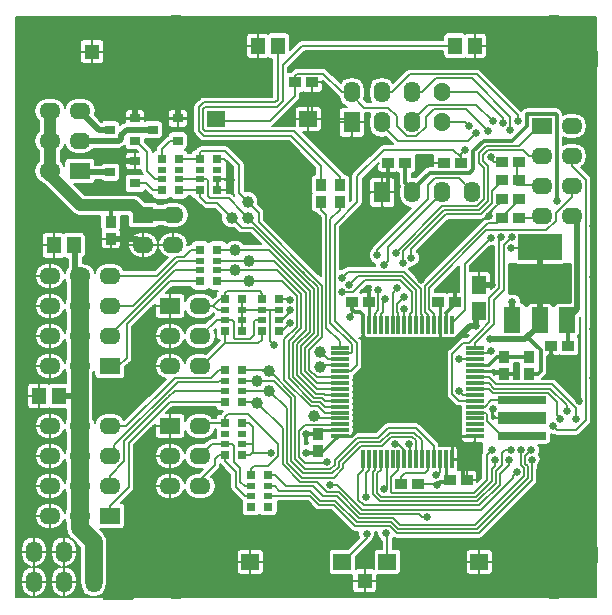
<source format=gtl>
G04 #@! TF.FileFunction,Copper,L1,Top,Signal*
%FSLAX46Y46*%
G04 Gerber Fmt 4.6, Leading zero omitted, Abs format (unit mm)*
G04 Created by KiCad (PCBNEW 4.0.0-rc1-stable) date 2016-02-04 20:23:29*
%MOMM*%
G01*
G04 APERTURE LIST*
%ADD10C,0.100000*%
%ADD11R,1.400000X1.800000*%
%ADD12O,1.400000X1.800000*%
%ADD13O,5.000000X5.000000*%
%ADD14R,0.800000X0.800000*%
%ADD15R,0.800000X0.550000*%
%ADD16R,4.100000X0.700000*%
%ADD17R,4.100000X1.000000*%
%ADD18R,0.950000X1.000000*%
%ADD19R,1.000000X0.950000*%
%ADD20R,1.250000X1.500000*%
%ADD21R,1.200000X1.450000*%
%ADD22R,0.900000X0.800000*%
%ADD23R,3.700000X2.200000*%
%ADD24R,1.400000X2.200000*%
%ADD25R,1.800000X1.400000*%
%ADD26O,1.800000X1.400000*%
%ADD27R,1.500000X1.400000*%
%ADD28O,1.400000X1.600000*%
%ADD29R,1.500000X0.300000*%
%ADD30R,0.300000X1.500000*%
%ADD31C,7.500000*%
%ADD32C,0.650000*%
%ADD33C,1.000000*%
%ADD34R,1.300000X1.300000*%
%ADD35C,0.500000*%
%ADD36C,0.300000*%
%ADD37C,0.152400*%
%ADD38C,0.200000*%
%ADD39C,0.290000*%
%ADD40C,1.500000*%
%ADD41C,1.000000*%
%ADD42C,0.400000*%
G04 APERTURE END LIST*
D10*
D11*
X81490000Y-65300000D03*
D12*
X84030000Y-65300000D03*
X86570000Y-65300000D03*
X89110000Y-65300000D03*
D13*
X96950000Y-89250000D03*
D14*
X71275000Y-74375000D03*
D15*
X71275000Y-75300000D03*
X71275000Y-76100000D03*
D14*
X71275000Y-77025000D03*
X72725000Y-77025000D03*
D15*
X72725000Y-76100000D03*
X72725000Y-75300000D03*
D14*
X72725000Y-74375000D03*
D16*
X93300000Y-82900000D03*
X93300000Y-85900000D03*
D17*
X93300000Y-84400000D03*
D14*
X67525000Y-72825000D03*
D15*
X67525000Y-71900000D03*
X67525000Y-71100000D03*
D14*
X67525000Y-70175000D03*
X66075000Y-70175000D03*
D15*
X66075000Y-71100000D03*
X66075000Y-71900000D03*
D14*
X66075000Y-72825000D03*
D18*
X76000000Y-87225000D03*
X76000000Y-85775000D03*
D19*
X86225000Y-74600000D03*
X87675000Y-74600000D03*
X78925000Y-74600000D03*
X80375000Y-74600000D03*
X97225000Y-78300000D03*
X95775000Y-78300000D03*
D20*
X89650000Y-75350000D03*
X89650000Y-73150000D03*
D21*
X54100000Y-82550000D03*
X52400000Y-82550000D03*
X55350000Y-69800000D03*
X53650000Y-69800000D03*
X89350000Y-52900000D03*
X87650000Y-52900000D03*
X70950000Y-52900000D03*
X72650000Y-52900000D03*
D14*
X69625000Y-83025000D03*
D15*
X69625000Y-82100000D03*
X69625000Y-81300000D03*
D14*
X69625000Y-80375000D03*
X68175000Y-80375000D03*
D15*
X68175000Y-81300000D03*
X68175000Y-82100000D03*
D14*
X68175000Y-83025000D03*
D22*
X60550000Y-64550000D03*
X60550000Y-62650000D03*
X58450000Y-63600000D03*
X64150000Y-60950000D03*
X64150000Y-59050000D03*
X62050000Y-60000000D03*
X60550000Y-60950000D03*
X60550000Y-59050000D03*
X58450000Y-60000000D03*
D23*
X94800000Y-69900000D03*
D24*
X92500000Y-76100000D03*
X94800000Y-76100000D03*
X97100000Y-76100000D03*
D25*
X58420000Y-92710000D03*
D26*
X58420000Y-90170000D03*
X58420000Y-87630000D03*
X58420000Y-85090000D03*
X55880000Y-92710000D03*
X55880000Y-90170000D03*
X55880000Y-87630000D03*
X55880000Y-85090000D03*
X53340000Y-92710000D03*
X53340000Y-90170000D03*
X53340000Y-87630000D03*
X53340000Y-85090000D03*
D25*
X58420000Y-80010000D03*
D26*
X58420000Y-77470000D03*
X58420000Y-74930000D03*
X58420000Y-72390000D03*
X55880000Y-80010000D03*
X55880000Y-77470000D03*
X55880000Y-74930000D03*
X55880000Y-72390000D03*
X53340000Y-80010000D03*
X53340000Y-77470000D03*
X53340000Y-74930000D03*
X53340000Y-72390000D03*
D11*
X57040000Y-95730000D03*
D12*
X57040000Y-98270000D03*
X54500000Y-95730000D03*
X54500000Y-98270000D03*
X51960000Y-95730000D03*
X51960000Y-98270000D03*
D25*
X61230000Y-67230000D03*
D26*
X63770000Y-67230000D03*
X61230000Y-69770000D03*
X63770000Y-69770000D03*
D25*
X94980000Y-59690000D03*
D26*
X97520000Y-59690000D03*
X94980000Y-62230000D03*
X97520000Y-62230000D03*
X94980000Y-64770000D03*
X97520000Y-64770000D03*
X94980000Y-67310000D03*
X97520000Y-67310000D03*
D25*
X63500000Y-74930000D03*
D26*
X66040000Y-74930000D03*
X63500000Y-77470000D03*
X66040000Y-77470000D03*
X63500000Y-80010000D03*
X66040000Y-80010000D03*
D25*
X63500000Y-85090000D03*
D26*
X66040000Y-85090000D03*
X63500000Y-87630000D03*
X66040000Y-87630000D03*
X63500000Y-90170000D03*
X66040000Y-90170000D03*
D25*
X55880000Y-63500000D03*
D26*
X53340000Y-63500000D03*
X55880000Y-60960000D03*
X53340000Y-60960000D03*
X55880000Y-58420000D03*
X53340000Y-58420000D03*
D14*
X64250000Y-65125000D03*
D15*
X64250000Y-64200000D03*
X64250000Y-63400000D03*
D14*
X64250000Y-62475000D03*
X62800000Y-62475000D03*
D15*
X62800000Y-63400000D03*
X62800000Y-64200000D03*
D14*
X62800000Y-65125000D03*
D18*
X91800000Y-79220800D03*
X91800000Y-80670800D03*
D19*
X74075000Y-56000000D03*
X75525000Y-56000000D03*
X88625000Y-89650000D03*
X87175000Y-89650000D03*
D14*
X68175000Y-74375000D03*
D15*
X68175000Y-75300000D03*
X68175000Y-76100000D03*
D14*
X68175000Y-77025000D03*
X69625000Y-77025000D03*
D15*
X69625000Y-76100000D03*
X69625000Y-75300000D03*
D14*
X69625000Y-74375000D03*
X68175000Y-84875000D03*
D15*
X68175000Y-85800000D03*
X68175000Y-86600000D03*
D14*
X68175000Y-87525000D03*
X69625000Y-87525000D03*
D15*
X69625000Y-86600000D03*
X69625000Y-85800000D03*
D14*
X69625000Y-84875000D03*
D27*
X89700000Y-96600000D03*
X81900000Y-96600000D03*
X75200000Y-59100000D03*
X67400000Y-59100000D03*
D19*
X83425000Y-62800000D03*
X81975000Y-62800000D03*
D14*
X70375000Y-89275000D03*
D15*
X70375000Y-90200000D03*
X70375000Y-91000000D03*
D14*
X70375000Y-91925000D03*
X71825000Y-91925000D03*
D15*
X71825000Y-91000000D03*
X71825000Y-90200000D03*
D14*
X71825000Y-89275000D03*
D11*
X78890000Y-59370000D03*
D12*
X78890000Y-56830000D03*
X81430000Y-59370000D03*
X81430000Y-56830000D03*
X83970000Y-59370000D03*
X83970000Y-56830000D03*
D28*
X86510000Y-59370000D03*
X86510000Y-56830000D03*
D18*
X58500000Y-67775000D03*
X58500000Y-69225000D03*
D29*
X89300000Y-85950000D03*
X89300000Y-85450000D03*
X89300000Y-84950000D03*
X89300000Y-84450000D03*
X89300000Y-83950000D03*
X89300000Y-83450000D03*
X89300000Y-82950000D03*
X89300000Y-82450000D03*
X89300000Y-81950000D03*
X89300000Y-81450000D03*
X89300000Y-80950000D03*
X89300000Y-80450000D03*
X89300000Y-79950000D03*
X89300000Y-79450000D03*
X89300000Y-78950000D03*
X89300000Y-78450000D03*
D30*
X87350000Y-76500000D03*
X86850000Y-76500000D03*
X86350000Y-76500000D03*
X85850000Y-76500000D03*
X85350000Y-76500000D03*
X84850000Y-76500000D03*
X84350000Y-76500000D03*
X83850000Y-76500000D03*
X83350000Y-76500000D03*
X82850000Y-76500000D03*
X82350000Y-76500000D03*
X81850000Y-76500000D03*
X81350000Y-76500000D03*
X80850000Y-76500000D03*
X80350000Y-76500000D03*
X79850000Y-76500000D03*
D29*
X77900000Y-78450000D03*
X77900000Y-78950000D03*
X77900000Y-79450000D03*
X77900000Y-79950000D03*
X77900000Y-80450000D03*
X77900000Y-80950000D03*
X77900000Y-81450000D03*
X77900000Y-81950000D03*
X77900000Y-82450000D03*
X77900000Y-82950000D03*
X77900000Y-83450000D03*
X77900000Y-83950000D03*
X77900000Y-84450000D03*
X77900000Y-84950000D03*
X77900000Y-85450000D03*
X77900000Y-85950000D03*
D30*
X79850000Y-87900000D03*
X80350000Y-87900000D03*
X80850000Y-87900000D03*
X81350000Y-87900000D03*
X81850000Y-87900000D03*
X82350000Y-87900000D03*
X82850000Y-87900000D03*
X83350000Y-87900000D03*
X83850000Y-87900000D03*
X84350000Y-87900000D03*
X84850000Y-87900000D03*
X85350000Y-87900000D03*
X85850000Y-87900000D03*
X86350000Y-87900000D03*
X86850000Y-87900000D03*
X87350000Y-87900000D03*
D14*
X67525000Y-65125000D03*
D15*
X67525000Y-64200000D03*
X67525000Y-63400000D03*
D14*
X67525000Y-62475000D03*
X66075000Y-62475000D03*
D15*
X66075000Y-63400000D03*
X66075000Y-64200000D03*
D14*
X66075000Y-65125000D03*
D18*
X93900000Y-80670800D03*
X93900000Y-79220800D03*
D19*
X84475000Y-90000000D03*
X83025000Y-90000000D03*
X93025000Y-67500000D03*
X91575000Y-67500000D03*
X91575000Y-65900000D03*
X93025000Y-65900000D03*
X93025000Y-62700000D03*
X91575000Y-62700000D03*
X93025000Y-64300000D03*
X91575000Y-64300000D03*
X86675000Y-62800000D03*
X88125000Y-62800000D03*
D18*
X77900000Y-66125000D03*
X77900000Y-64675000D03*
X76300000Y-66125000D03*
X76300000Y-64675000D03*
D31*
X64000000Y-54000000D03*
D32*
X66675000Y-54000000D03*
X65892000Y-52108000D03*
X64000000Y-51325000D03*
X62108000Y-52108000D03*
X61325000Y-54000000D03*
X62108000Y-55892000D03*
X64000000Y-56675000D03*
X65892000Y-55892000D03*
D31*
X64000000Y-96000000D03*
D32*
X66675000Y-96000000D03*
X65892000Y-94108000D03*
X64000000Y-93325000D03*
X62108000Y-94108000D03*
X61325000Y-96000000D03*
X62108000Y-97892000D03*
X64000000Y-98675000D03*
X65892000Y-97892000D03*
D31*
X96000000Y-96000000D03*
D32*
X98675000Y-96000000D03*
X97892000Y-94108000D03*
X96000000Y-93325000D03*
X94108000Y-94108000D03*
X93325000Y-96000000D03*
X94108000Y-97892000D03*
X96000000Y-98675000D03*
X97892000Y-97892000D03*
D31*
X96000000Y-54000000D03*
D32*
X98675000Y-54000000D03*
X97892000Y-52108000D03*
X96000000Y-51325000D03*
X94108000Y-52108000D03*
X93325000Y-54000000D03*
X94108000Y-55892000D03*
X96000000Y-56675000D03*
X97892000Y-55892000D03*
D33*
X75700000Y-84200000D03*
X76250000Y-78800000D03*
X76250000Y-80100000D03*
D34*
X56900000Y-53400000D03*
X80000000Y-98200000D03*
D33*
X68750000Y-67450000D03*
X70100000Y-66100000D03*
X70100000Y-67450000D03*
X69000000Y-70200000D03*
X70200000Y-71100000D03*
X69000000Y-71900000D03*
X70200000Y-72800000D03*
X71900000Y-80400000D03*
X70900000Y-81300000D03*
X71900000Y-82100000D03*
X70900000Y-83100000D03*
D27*
X70300000Y-96600000D03*
X78100000Y-96600000D03*
D32*
X96250000Y-66000000D03*
X69354837Y-61504837D03*
X71750000Y-56800000D03*
X74350000Y-54450000D03*
X99350000Y-59468044D03*
X99350000Y-63695210D03*
X99350000Y-68113280D03*
X99350000Y-72504079D03*
X99350000Y-76840333D03*
X99350000Y-81012956D03*
X99350000Y-85103762D03*
X89600000Y-99200000D03*
X83600000Y-99200000D03*
X77400000Y-99200000D03*
X71000000Y-99200000D03*
X50800000Y-67600000D03*
X50800000Y-62400000D03*
X50800000Y-56800000D03*
X50800000Y-50800000D03*
X57200000Y-50800000D03*
X69200000Y-50800000D03*
X74800000Y-50800000D03*
X80800000Y-50800000D03*
X87400000Y-50800000D03*
X70300000Y-69300000D03*
X75900000Y-71500000D03*
X84779574Y-72692788D03*
X78275000Y-71250000D03*
X98095000Y-82950000D03*
X85500000Y-62800000D03*
X90549998Y-67298780D03*
X95800000Y-79250000D03*
X92800000Y-80700000D03*
X92500000Y-74550000D03*
X90800000Y-73150000D03*
X86127606Y-90096462D03*
X80297861Y-73600879D03*
X68700000Y-64250000D03*
X59500000Y-62650000D03*
X87650000Y-73600000D03*
X75050000Y-85800000D03*
X90850000Y-83650000D03*
X72050000Y-87350000D03*
X90596127Y-77726402D03*
X72300000Y-78200000D03*
X88800002Y-59650000D03*
X92400000Y-70050000D03*
X89373382Y-76598790D03*
X75051210Y-87364386D03*
X78750000Y-75900000D03*
X89450000Y-60250000D03*
X90650470Y-69153316D03*
X90847589Y-59300000D03*
X92424998Y-69125009D03*
X91500000Y-69125009D03*
X90435061Y-60095179D03*
X92950000Y-59250000D03*
X90748790Y-87150000D03*
X92323387Y-60064505D03*
X92202422Y-87950000D03*
X91716647Y-59469201D03*
X92850000Y-89000000D03*
X76791136Y-88144160D03*
X77051639Y-90051385D03*
X91000000Y-88000000D03*
X82650000Y-70400000D03*
X82750000Y-73400000D03*
X95961021Y-85091957D03*
X92350000Y-87100000D03*
X83209792Y-71320110D03*
X83300000Y-74200000D03*
X90651674Y-62346962D03*
X88500000Y-61700000D03*
X83936287Y-70874916D03*
X83357149Y-75148089D03*
X86050000Y-89250000D03*
X85300000Y-92799996D03*
X78053216Y-73754261D03*
X73649149Y-76405102D03*
X78675666Y-73148780D03*
X73656571Y-75299986D03*
X78050000Y-72550000D03*
X73649998Y-74400000D03*
X97900000Y-84500000D03*
X94167108Y-87983144D03*
X97085739Y-83822057D03*
X94100013Y-87127421D03*
X96565187Y-84494029D03*
X93202422Y-87127422D03*
X81601220Y-71450000D03*
X81752411Y-74360266D03*
X81045980Y-70631400D03*
X81147853Y-73606719D03*
X76250000Y-78801210D03*
X76250000Y-80100000D03*
X88000000Y-79450000D03*
X90650000Y-78749996D03*
X82549988Y-86600000D03*
X83750000Y-86600000D03*
X88000000Y-82100010D03*
X80150000Y-94199999D03*
X80100000Y-91100000D03*
X81647579Y-90440440D03*
X81800000Y-94171703D03*
X75700000Y-84200000D03*
D35*
X97520000Y-67310000D02*
X98000000Y-67790000D01*
X98000000Y-67790000D02*
X98000000Y-75200000D01*
X98000000Y-75200000D02*
X97100000Y-76100000D01*
D36*
X96250000Y-64223338D02*
X96250000Y-64450000D01*
X96250000Y-58729998D02*
X96250000Y-64223338D01*
X96250000Y-64223338D02*
X96250000Y-66000000D01*
X93729999Y-58709999D02*
X93800008Y-58639990D01*
X93800008Y-58639990D02*
X96159992Y-58639990D01*
X96159992Y-58639990D02*
X96250000Y-58729998D01*
X90098572Y-60948677D02*
X92438217Y-60948677D01*
X92438217Y-60948677D02*
X93729999Y-59656895D01*
X93729999Y-59656895D02*
X93729999Y-58709999D01*
X89200000Y-61847249D02*
X90098572Y-60948677D01*
X89200000Y-63330002D02*
X89200000Y-61847249D01*
X85480000Y-63650000D02*
X88880002Y-63650000D01*
X88880002Y-63650000D02*
X89200000Y-63330002D01*
X84030000Y-65300000D02*
X84030000Y-65100000D01*
X84030000Y-65100000D02*
X85480000Y-63650000D01*
X83425000Y-62800000D02*
X83425000Y-64475000D01*
X83425000Y-64475000D02*
X83800000Y-64850000D01*
X83800000Y-65070000D02*
X84030000Y-65300000D01*
X83800000Y-64850000D02*
X83800000Y-65070000D01*
X97225000Y-78300000D02*
X97225000Y-76225000D01*
X97225000Y-76225000D02*
X97100000Y-76100000D01*
D37*
X63770000Y-69770000D02*
X63770000Y-68917600D01*
X63770000Y-68917600D02*
X63750000Y-68897600D01*
X63750000Y-68897600D02*
X63750000Y-68500000D01*
X63750000Y-68500000D02*
X68750000Y-68500000D01*
X68750000Y-68500000D02*
X69550000Y-69300000D01*
X69550000Y-69300000D02*
X70300000Y-69300000D01*
X67525000Y-65125000D02*
X68425000Y-65125000D01*
X68425000Y-65125000D02*
X68700000Y-64850000D01*
X68700000Y-64850000D02*
X68700000Y-64250000D01*
X67525000Y-62475000D02*
X68077400Y-62475000D01*
X68077400Y-62475000D02*
X68700000Y-63097600D01*
X68700000Y-63097600D02*
X68700000Y-64250000D01*
D38*
X52050000Y-99600000D02*
X51250000Y-99600000D01*
X51250000Y-99600000D02*
X50650000Y-99000000D01*
X50650000Y-99000000D02*
X50650000Y-95850000D01*
X50650000Y-95850000D02*
X50770000Y-95730000D01*
X50770000Y-95730000D02*
X51960000Y-95730000D01*
X52050000Y-99600000D02*
X54499854Y-99600000D01*
X54499854Y-99600000D02*
X57800000Y-99600000D01*
X54500000Y-98270000D02*
X54500000Y-99370000D01*
X54500000Y-99370000D02*
X54499854Y-99370146D01*
X54499854Y-99370146D02*
X54499854Y-99600000D01*
X57800000Y-99600000D02*
X57949999Y-99749999D01*
X57949999Y-99749999D02*
X60250001Y-99749999D01*
X60250001Y-99749999D02*
X61783001Y-98216999D01*
X61783001Y-98216999D02*
X62108000Y-97892000D01*
X51960000Y-99510000D02*
X52050000Y-99600000D01*
X51960000Y-98270000D02*
X51960000Y-99510000D01*
D37*
X50800000Y-98300000D02*
X50850000Y-98350000D01*
X51077600Y-98300000D02*
X50800000Y-98300000D01*
X51960000Y-98270000D02*
X51107600Y-98270000D01*
X51107600Y-98270000D02*
X51077600Y-98300000D01*
X68201201Y-64198799D02*
X68201201Y-64227963D01*
X71843923Y-63993923D02*
X75900000Y-68050000D01*
X68950000Y-61100000D02*
X71843923Y-63993923D01*
X71843923Y-63993923D02*
X69354837Y-61504837D01*
X70950000Y-52900000D02*
X70950000Y-56000000D01*
X70950000Y-56000000D02*
X71750000Y-56800000D01*
X90346700Y-54350000D02*
X74450000Y-54350000D01*
X74450000Y-54350000D02*
X74350000Y-54450000D01*
X96000000Y-54000000D02*
X90696700Y-54000000D01*
X90696700Y-54000000D02*
X90346700Y-54350000D01*
D35*
X99350000Y-63695210D02*
X99350000Y-59468044D01*
X99350000Y-59468044D02*
X99350000Y-57350000D01*
X99350000Y-68113280D02*
X99350000Y-63695210D01*
X99350000Y-72504079D02*
X99350000Y-68113280D01*
X99350000Y-76840333D02*
X99350000Y-72504079D01*
X99350000Y-86850000D02*
X99350000Y-76840333D01*
D37*
X99350000Y-81012956D02*
X99350000Y-76840333D01*
X83600000Y-99200000D02*
X89600000Y-99200000D01*
X71000000Y-99200000D02*
X77400000Y-99200000D01*
X50800000Y-62400000D02*
X50800000Y-67600000D01*
X50800000Y-50800000D02*
X50800000Y-56800000D01*
X62108000Y-52108000D02*
X58508000Y-52108000D01*
X58508000Y-52108000D02*
X57200000Y-50800000D01*
X80800000Y-50800000D02*
X74800000Y-50800000D01*
X94200000Y-54000000D02*
X91000000Y-50800000D01*
X91000000Y-50800000D02*
X87400000Y-50800000D01*
X96000000Y-54000000D02*
X94200000Y-54000000D01*
X75900000Y-68050000D02*
X75900000Y-71500000D01*
X65800000Y-61100000D02*
X68950000Y-61100000D01*
X65105235Y-60405235D02*
X65800000Y-61100000D01*
X65105235Y-59050000D02*
X65200000Y-59050000D01*
X64150000Y-59050000D02*
X65105235Y-59050000D01*
X65105235Y-59050000D02*
X65105235Y-60405235D01*
X90549998Y-67298780D02*
X90315339Y-67533439D01*
X90315339Y-67533439D02*
X89938923Y-67533439D01*
X89938923Y-67533439D02*
X84779574Y-72692788D01*
X81490000Y-65300000D02*
X81490000Y-68035000D01*
X81490000Y-68035000D02*
X78275000Y-71250000D01*
X95800000Y-79250000D02*
X95800000Y-80655000D01*
X95800000Y-80655000D02*
X98095000Y-82950000D01*
D35*
X92500000Y-76100000D02*
X92500000Y-74550000D01*
D36*
X95800000Y-79250000D02*
X95800000Y-78325000D01*
X95800000Y-78325000D02*
X95775000Y-78300000D01*
D37*
X89350000Y-52900000D02*
X94900000Y-52900000D01*
X94900000Y-52900000D02*
X96000000Y-54000000D01*
X75525000Y-56000000D02*
X75525000Y-58775000D01*
X75525000Y-58775000D02*
X75200000Y-59100000D01*
X70950000Y-52900000D02*
X65100000Y-52900000D01*
X65100000Y-52900000D02*
X64000000Y-54000000D01*
X75200000Y-59100000D02*
X78620000Y-59100000D01*
X78620000Y-59100000D02*
X78890000Y-59370000D01*
X86675000Y-62800000D02*
X85500000Y-62800000D01*
D36*
X81975000Y-62800000D02*
X81975000Y-64815000D01*
X81975000Y-64815000D02*
X81490000Y-65300000D01*
D37*
X90882643Y-66720195D02*
X90650000Y-66952838D01*
X91575000Y-66027838D02*
X90882643Y-66720195D01*
X90882643Y-66720195D02*
X90549998Y-67052840D01*
X90549998Y-67052840D02*
X90549998Y-67298780D01*
X91575000Y-65900000D02*
X91575000Y-66027838D01*
X90650000Y-66952838D02*
X90650000Y-67150000D01*
D36*
X91800000Y-80670800D02*
X92770800Y-80670800D01*
X92770800Y-80670800D02*
X92800000Y-80700000D01*
D35*
X89650000Y-73150000D02*
X90800000Y-73150000D01*
D36*
X87175000Y-89650000D02*
X86975000Y-89850000D01*
X86975000Y-89850000D02*
X86400000Y-89850000D01*
X86400000Y-89850000D02*
X86153538Y-90096462D01*
X86153538Y-90096462D02*
X86127606Y-90096462D01*
D37*
X86031144Y-90000000D02*
X86127606Y-90096462D01*
X84475000Y-90000000D02*
X86031144Y-90000000D01*
D35*
X99350000Y-57350000D02*
X96000000Y-54000000D01*
X96950000Y-89250000D02*
X99350000Y-86850000D01*
D36*
X80375000Y-74600000D02*
X80375000Y-73678018D01*
X80375000Y-73678018D02*
X80297861Y-73600879D01*
D39*
X86850000Y-76500000D02*
X86850000Y-75550000D01*
D36*
X86850000Y-75550000D02*
X87675000Y-74725000D01*
X87675000Y-74725000D02*
X87675000Y-74600000D01*
D37*
X68201201Y-64227963D02*
X68677963Y-64227963D01*
X68677963Y-64227963D02*
X68700000Y-64250000D01*
X67525000Y-64200000D02*
X68173238Y-64200000D01*
X68173238Y-64200000D02*
X68201201Y-64227963D01*
D35*
X58500000Y-69225000D02*
X60685000Y-69225000D01*
X60685000Y-69225000D02*
X61230000Y-69770000D01*
X60550000Y-62650000D02*
X59500000Y-62650000D01*
X64150000Y-59050000D02*
X64150000Y-54150000D01*
X64150000Y-54150000D02*
X64000000Y-54000000D01*
X60550000Y-59050000D02*
X60550000Y-57450000D01*
X60550000Y-57450000D02*
X64000000Y-54000000D01*
D39*
X80350000Y-76500000D02*
X80350000Y-74625000D01*
D36*
X80350000Y-74625000D02*
X80375000Y-74600000D01*
X87575000Y-74800000D02*
X87675000Y-74700000D01*
X87675000Y-74500000D02*
X87675000Y-73625000D01*
X87675000Y-73625000D02*
X87650000Y-73600000D01*
D39*
X86850000Y-87900000D02*
X86850000Y-89325000D01*
D36*
X86850000Y-89325000D02*
X87175000Y-89650000D01*
X75075000Y-85775000D02*
X75050000Y-85800000D01*
X76000000Y-85775000D02*
X75075000Y-85775000D01*
D39*
X89300000Y-80450000D02*
X91579200Y-80450000D01*
D36*
X91579200Y-80450000D02*
X91800000Y-80670800D01*
D37*
X93300000Y-84400000D02*
X91097600Y-84400000D01*
X91097600Y-84400000D02*
X90850000Y-84152400D01*
X90850000Y-84152400D02*
X90850000Y-83650000D01*
D36*
X76000000Y-85875000D02*
X76000000Y-85550000D01*
X76000000Y-85550000D02*
X76100000Y-85450000D01*
D39*
X76100000Y-85450000D02*
X77900000Y-85450000D01*
D35*
X55880000Y-72390000D02*
X55500000Y-72010000D01*
X55500000Y-72010000D02*
X55500000Y-69950000D01*
X55500000Y-69950000D02*
X55350000Y-69800000D01*
D40*
X55880000Y-74930000D02*
X55880000Y-72390000D01*
X55880000Y-77470000D02*
X55880000Y-74930000D01*
X55880000Y-80010000D02*
X55880000Y-77470000D01*
X55880000Y-85090000D02*
X55880000Y-82584567D01*
X55880000Y-82584567D02*
X55880000Y-80010000D01*
D35*
X54100000Y-82550000D02*
X55845433Y-82550000D01*
X55845433Y-82550000D02*
X55880000Y-82584567D01*
D40*
X55880000Y-87630000D02*
X55880000Y-85090000D01*
X55880000Y-90170000D02*
X55880000Y-87630000D01*
X55880000Y-92710000D02*
X55880000Y-90170000D01*
X57040000Y-95730000D02*
X57050000Y-95720000D01*
X57050000Y-95720000D02*
X57050000Y-94900000D01*
X57050000Y-94900000D02*
X55880000Y-93730000D01*
X55880000Y-93730000D02*
X55880000Y-92710000D01*
X57040000Y-98270000D02*
X57040000Y-95730000D01*
D41*
X60400000Y-66400000D02*
X58484266Y-66400000D01*
X58484266Y-66400000D02*
X55919998Y-66400000D01*
D36*
X58500000Y-67775000D02*
X58500000Y-66975000D01*
X58500000Y-66975000D02*
X58484266Y-66959266D01*
X58484266Y-66959266D02*
X58484266Y-66400000D01*
D41*
X61230000Y-67230000D02*
X60400000Y-66400000D01*
X55919998Y-66400000D02*
X53340000Y-63820002D01*
X53340000Y-63820002D02*
X53340000Y-63500000D01*
X53340000Y-58420000D02*
X53340000Y-60960000D01*
X53340000Y-63500000D02*
X53340000Y-60960000D01*
X53340000Y-63890000D02*
X53340000Y-63500000D01*
X63770000Y-67230000D02*
X61230000Y-67230000D01*
D37*
X85350000Y-87900000D02*
X85350000Y-88802400D01*
X85350000Y-88802400D02*
X85102400Y-89050000D01*
X85102400Y-89050000D02*
X83400000Y-89050000D01*
X83400000Y-89050000D02*
X83025000Y-89425000D01*
X83025000Y-89425000D02*
X83025000Y-90000000D01*
X70500000Y-86611384D02*
X70500000Y-87300000D01*
X70500000Y-87300000D02*
X70450000Y-87350000D01*
X72050000Y-87350000D02*
X70450000Y-87350000D01*
X70450000Y-87350000D02*
X70275000Y-87525000D01*
X70275000Y-87525000D02*
X69625000Y-87525000D01*
X70500000Y-85197600D02*
X70500000Y-86611384D01*
X69625000Y-86600000D02*
X70488616Y-86600000D01*
X70488616Y-86600000D02*
X70500000Y-86611384D01*
X69625000Y-84875000D02*
X70177400Y-84875000D01*
X70177400Y-84875000D02*
X70500000Y-85197600D01*
D35*
X93573598Y-77726402D02*
X90596127Y-77726402D01*
X93762236Y-77537764D02*
X93573598Y-77726402D01*
D37*
X79176694Y-85023306D02*
X80700000Y-83500000D01*
X80700000Y-83500000D02*
X80700000Y-78350000D01*
X79176694Y-85673790D02*
X79176694Y-85023306D01*
X86706588Y-78350000D02*
X86850623Y-78350000D01*
X86850623Y-78350000D02*
X87006588Y-78505965D01*
X86947589Y-78752411D02*
X87350000Y-78350000D01*
X86950000Y-82448384D02*
X86947589Y-82445973D01*
X86950000Y-85293737D02*
X86950000Y-82448384D01*
X86947589Y-82445973D02*
X86947589Y-78752411D01*
X87350000Y-85693737D02*
X86950000Y-85293737D01*
X71975001Y-77875001D02*
X72300000Y-78200000D01*
X71986443Y-75300000D02*
X71975001Y-75311442D01*
X71975001Y-75311442D02*
X71975001Y-77875001D01*
X69625000Y-75300000D02*
X69625000Y-76100000D01*
X69625000Y-77025000D02*
X69625000Y-76100000D01*
D35*
X94800000Y-76100000D02*
X94800000Y-69900000D01*
D37*
X86510000Y-59370000D02*
X88520002Y-59370000D01*
X88520002Y-59370000D02*
X88800002Y-59650000D01*
X92400000Y-70050000D02*
X93650000Y-70050000D01*
X93650000Y-70050000D02*
X93750000Y-70150000D01*
X93750000Y-70150000D02*
X94000000Y-69900000D01*
X94000000Y-69900000D02*
X94800000Y-69900000D01*
D35*
X94800000Y-76500000D02*
X93762236Y-77537764D01*
D36*
X94900000Y-80445800D02*
X94900000Y-78675528D01*
X94900000Y-78675528D02*
X93762236Y-77537764D01*
X93900000Y-80670800D02*
X94675000Y-80670800D01*
X94675000Y-80670800D02*
X94900000Y-80445800D01*
D35*
X94800000Y-76100000D02*
X94800000Y-76500000D01*
X89373382Y-76598790D02*
X88913763Y-76598790D01*
X88913763Y-76598790D02*
X87006588Y-78505965D01*
X89373382Y-76598790D02*
X89373382Y-75626618D01*
X89373382Y-75626618D02*
X89650000Y-75350000D01*
D36*
X88625000Y-89650000D02*
X88300000Y-89325000D01*
X88300000Y-89325000D02*
X88300000Y-88350000D01*
X88300000Y-88350000D02*
X87850000Y-87900000D01*
D39*
X87850000Y-87900000D02*
X87350000Y-87900000D01*
D36*
X75051210Y-87364386D02*
X75860614Y-87364386D01*
D37*
X78925000Y-75725000D02*
X78750000Y-75900000D01*
X78925000Y-74600000D02*
X78925000Y-75725000D01*
X71986443Y-75300000D02*
X72675000Y-75300000D01*
X69625000Y-75300000D02*
X71986443Y-75300000D01*
D36*
X86225000Y-74600000D02*
X86225000Y-74675000D01*
X86225000Y-74675000D02*
X86350000Y-74800000D01*
D39*
X86350000Y-74800000D02*
X86350000Y-76500000D01*
X79850000Y-76500000D02*
X79850000Y-75700000D01*
D36*
X79600000Y-75450000D02*
X79150000Y-75450000D01*
X79850000Y-75700000D02*
X79600000Y-75450000D01*
X79150000Y-75450000D02*
X78925000Y-75225000D01*
X78925000Y-75225000D02*
X78925000Y-74600000D01*
D39*
X77900000Y-85950000D02*
X78900485Y-85950000D01*
D36*
X78900485Y-85950000D02*
X79176694Y-85673790D01*
D39*
X89300000Y-85950000D02*
X87364505Y-85950000D01*
D37*
X87350000Y-85964505D02*
X87350000Y-85819768D01*
X87350000Y-85819768D02*
X87350000Y-85693737D01*
D39*
X87350000Y-87900000D02*
X87350000Y-85819768D01*
X79850000Y-76500000D02*
X79850000Y-77500000D01*
D36*
X79850000Y-77500000D02*
X80700000Y-78350000D01*
D39*
X86350000Y-76500000D02*
X86350000Y-77993412D01*
D36*
X86350000Y-77993412D02*
X86706588Y-78350000D01*
D37*
X80700000Y-78350000D02*
X86706588Y-78350000D01*
X86706588Y-78350000D02*
X87350000Y-78350000D01*
D36*
X75860614Y-87364386D02*
X76000000Y-87225000D01*
X76000000Y-87325000D02*
X76325000Y-87325000D01*
D39*
X76325000Y-87325000D02*
X77700000Y-85950000D01*
X77700000Y-85950000D02*
X77900000Y-85950000D01*
D37*
X87350000Y-87900000D02*
X87350000Y-85964505D01*
X87364505Y-85950000D02*
X87350000Y-85964505D01*
X77900000Y-85950000D02*
X77973799Y-85876201D01*
X89226201Y-85876201D02*
X89300000Y-85950000D01*
X71275000Y-75300000D02*
X72725000Y-75300000D01*
X69625000Y-77025000D02*
X69625000Y-74375000D01*
X86350000Y-76500000D02*
X86350000Y-77950000D01*
X86350000Y-77950000D02*
X86750000Y-78350000D01*
X86750000Y-78350000D02*
X87350000Y-78350000D01*
X89300000Y-83450000D02*
X90175000Y-83450000D01*
X90175000Y-83450000D02*
X90725000Y-82900000D01*
X90725000Y-82900000D02*
X93300000Y-82900000D01*
X93300000Y-85900000D02*
X91600000Y-85900000D01*
X91600000Y-85900000D02*
X90326201Y-84626201D01*
X90326201Y-84626201D02*
X90326201Y-84073801D01*
X90326201Y-84073801D02*
X90202400Y-83950000D01*
X90202400Y-83950000D02*
X89300000Y-83950000D01*
X62800000Y-62475000D02*
X62800000Y-61650000D01*
X62800000Y-61650000D02*
X63500000Y-60950000D01*
X63500000Y-60950000D02*
X64150000Y-60950000D01*
X70598799Y-77348363D02*
X70598799Y-76273801D01*
X71275000Y-76150000D02*
X70722600Y-76150000D01*
X70722600Y-76150000D02*
X70598799Y-76273801D01*
X68175000Y-76100000D02*
X68727400Y-76100000D01*
X68948799Y-76321399D02*
X68948799Y-77645961D01*
X68727400Y-76100000D02*
X68948799Y-76321399D01*
X69004039Y-77701201D02*
X70245961Y-77701201D01*
X68948799Y-77645961D02*
X69004039Y-77701201D01*
X70245961Y-77701201D02*
X70598799Y-77348363D01*
X70922600Y-76100000D02*
X71475000Y-76100000D01*
X68175000Y-76100000D02*
X67450000Y-76100000D01*
X67450000Y-76100000D02*
X66080000Y-77470000D01*
X66080000Y-77470000D02*
X66040000Y-77470000D01*
X71275000Y-74425000D02*
X71275000Y-73872600D01*
X71275000Y-73872600D02*
X71101199Y-73698799D01*
X71101199Y-73698799D02*
X68298801Y-73698799D01*
X68298801Y-73698799D02*
X68175000Y-73822600D01*
X68175000Y-73822600D02*
X68175000Y-74375000D01*
X68175000Y-75300000D02*
X67550000Y-75300000D01*
X67550000Y-75300000D02*
X67180000Y-74930000D01*
X67180000Y-74930000D02*
X66964518Y-74930000D01*
X68175000Y-74375000D02*
X67725000Y-74375000D01*
X67725000Y-74375000D02*
X67170000Y-74930000D01*
X67170000Y-74930000D02*
X66964518Y-74930000D01*
X66964518Y-74930000D02*
X66040000Y-74930000D01*
X77900000Y-64675000D02*
X77900000Y-64022600D01*
X77900000Y-64022600D02*
X74027400Y-60150000D01*
X66300000Y-59947162D02*
X66300000Y-58252838D01*
X74027400Y-60150000D02*
X66502838Y-60150000D01*
X66502838Y-60150000D02*
X66300000Y-59947162D01*
X66300000Y-58252838D02*
X66502838Y-58050000D01*
X66502838Y-58050000D02*
X72550000Y-58050000D01*
X72550000Y-58050000D02*
X73050000Y-57550000D01*
X73050000Y-57550000D02*
X73050000Y-54550000D01*
X73050000Y-54550000D02*
X74700000Y-52900000D01*
X74700000Y-52900000D02*
X87650000Y-52900000D01*
X76300000Y-64675000D02*
X76300000Y-63050000D01*
X76300000Y-63050000D02*
X73752410Y-60502410D01*
X73752410Y-60502410D02*
X66356864Y-60502410D01*
X66356864Y-60502410D02*
X65947589Y-60093135D01*
X65947589Y-60093135D02*
X65947590Y-58106864D01*
X65947590Y-58106864D02*
X66356865Y-57697589D01*
X66356865Y-57697589D02*
X72402411Y-57697589D01*
X72402411Y-57697589D02*
X72650000Y-57450000D01*
X72650000Y-57450000D02*
X72650000Y-52900000D01*
X62800000Y-65125000D02*
X62075000Y-65125000D01*
X62075000Y-65125000D02*
X61500000Y-64550000D01*
X61500000Y-64550000D02*
X60550000Y-64550000D01*
D36*
X91228204Y-79220800D02*
X91800000Y-79220800D01*
X90499004Y-79950000D02*
X91228204Y-79220800D01*
D39*
X89300000Y-79950000D02*
X90499004Y-79950000D01*
D36*
X93240726Y-79220800D02*
X93400000Y-79220800D01*
X91800000Y-79220800D02*
X93240726Y-79220800D01*
X93240726Y-79220800D02*
X93900000Y-79220800D01*
D37*
X82784999Y-60924999D02*
X88775001Y-60924999D01*
X88775001Y-60924999D02*
X89450000Y-60250000D01*
X81430000Y-59570000D02*
X82784999Y-60924999D01*
X81430000Y-59370000D02*
X81430000Y-59570000D01*
X88451201Y-71352585D02*
X90650470Y-69153316D01*
X88451201Y-75298799D02*
X88451201Y-71352585D01*
X87350000Y-76400000D02*
X88451201Y-75298799D01*
X87350000Y-76500000D02*
X87350000Y-76400000D01*
X90903611Y-74434549D02*
X91753611Y-73584550D01*
X90903611Y-76466934D02*
X90903611Y-74434549D01*
X89300000Y-78450000D02*
X89300000Y-78070544D01*
X91753611Y-73584550D02*
X91753611Y-69796396D01*
X89818135Y-77552409D02*
X90903611Y-76466934D01*
X91753611Y-69796396D02*
X92424998Y-69125009D01*
X89300000Y-78070544D02*
X89818135Y-77552409D01*
X90847589Y-59300000D02*
X89447589Y-57900000D01*
X89447589Y-57900000D02*
X86920569Y-57900000D01*
X86920569Y-57900000D02*
X86914359Y-57906210D01*
X86914359Y-57906210D02*
X86105641Y-57906210D01*
X86099431Y-57900000D02*
X85350000Y-57900000D01*
X86105641Y-57906210D02*
X86099431Y-57900000D01*
X85350000Y-57900000D02*
X83970000Y-59280000D01*
X83970000Y-59280000D02*
X83970000Y-59370000D01*
X68175000Y-77025000D02*
X68175000Y-78025000D01*
X68175000Y-78025000D02*
X68203611Y-78053611D01*
X68203611Y-78053611D02*
X68775761Y-78053611D01*
X68775761Y-78053611D02*
X68146389Y-78053611D01*
X68146389Y-78053611D02*
X66190000Y-80010000D01*
X66190000Y-80010000D02*
X66040000Y-80010000D01*
X68775761Y-78053611D02*
X70996389Y-78053611D01*
X70996389Y-78053611D02*
X71275000Y-77775000D01*
X71275000Y-77775000D02*
X71275000Y-77025000D01*
X69100000Y-89002400D02*
X68175000Y-88077400D01*
X69822600Y-91000000D02*
X69100000Y-90277400D01*
X70375000Y-91000000D02*
X69822600Y-91000000D01*
X69100000Y-90277400D02*
X69100000Y-89002400D01*
X68175000Y-88077400D02*
X68175000Y-87525000D01*
X68175000Y-87525000D02*
X67622600Y-87525000D01*
X67622600Y-87525000D02*
X67300000Y-87847600D01*
X67300000Y-87847600D02*
X67300000Y-88400000D01*
X67300000Y-88400000D02*
X66040000Y-89660000D01*
X66040000Y-89660000D02*
X66040000Y-90170000D01*
X68727400Y-86600000D02*
X68175000Y-86600000D01*
X68948799Y-86821399D02*
X68727400Y-86600000D01*
X68948799Y-88145961D02*
X68948799Y-86821399D01*
X69452411Y-89829811D02*
X69452411Y-88649573D01*
X69822600Y-90200000D02*
X69452411Y-89829811D01*
X70375000Y-90200000D02*
X69822600Y-90200000D01*
X69452411Y-88649573D02*
X68948799Y-88145961D01*
X68175000Y-86600000D02*
X67050000Y-86600000D01*
X67050000Y-86600000D02*
X66040000Y-87610000D01*
X66040000Y-87610000D02*
X66040000Y-87630000D01*
X68175000Y-84875000D02*
X68175000Y-84322600D01*
X68175000Y-84322600D02*
X68447600Y-84050000D01*
X68447600Y-84050000D02*
X70097162Y-84050000D01*
X70097162Y-84050000D02*
X72651201Y-86604039D01*
X72651201Y-86604039D02*
X72651201Y-87638577D01*
X72651201Y-87638577D02*
X71839778Y-88450000D01*
X71839778Y-88450000D02*
X70647600Y-88450000D01*
X70647600Y-88450000D02*
X70375000Y-88722600D01*
X70375000Y-88722600D02*
X70375000Y-89275000D01*
X68175000Y-84875000D02*
X66255000Y-84875000D01*
X66255000Y-84875000D02*
X66040000Y-85090000D01*
X67400000Y-59100000D02*
X67450000Y-59100000D01*
X67450000Y-59100000D02*
X67600000Y-59250000D01*
X67600000Y-59250000D02*
X68615575Y-59250000D01*
X71950000Y-59250000D02*
X68615575Y-59250000D01*
X68615575Y-59250000D02*
X67550000Y-59250000D01*
X74075000Y-56000000D02*
X74075000Y-57125000D01*
X74075000Y-57125000D02*
X71950000Y-59250000D01*
X87960198Y-82950000D02*
X89300000Y-82950000D01*
X87398776Y-82388578D02*
X87960198Y-82950000D01*
X87400000Y-81810198D02*
X87398776Y-81811422D01*
X87400000Y-79739780D02*
X87400000Y-81810198D01*
X87398798Y-79738578D02*
X87400000Y-79739780D01*
X87398798Y-78954040D02*
X87398798Y-79738578D01*
X88329039Y-78023799D02*
X87398798Y-78954040D01*
X88848363Y-78023799D02*
X88329039Y-78023799D01*
X89760619Y-77111543D02*
X88848363Y-78023799D01*
X87398776Y-81811422D02*
X87398776Y-82388578D01*
X89760619Y-77111543D02*
X90551201Y-76320961D01*
X89672162Y-77200000D02*
X89760619Y-77111543D01*
X91401201Y-69223808D02*
X91500000Y-69125009D01*
X91401201Y-73438577D02*
X91401201Y-69223808D01*
X90551201Y-76320961D02*
X90551201Y-74288577D01*
X90551201Y-74288577D02*
X91401201Y-73438577D01*
X78890000Y-56830000D02*
X78037600Y-56830000D01*
X78037600Y-56830000D02*
X76456399Y-55248799D01*
X74251201Y-55248799D02*
X74075000Y-55425000D01*
X76456399Y-55248799D02*
X74251201Y-55248799D01*
X74075000Y-55425000D02*
X74075000Y-56000000D01*
X78890000Y-56830000D02*
X78890000Y-56540000D01*
X78890000Y-56830000D02*
X78890000Y-57090000D01*
X82700000Y-59680569D02*
X83565641Y-60546210D01*
X78890000Y-57090000D02*
X79950000Y-58150000D01*
X79950000Y-58150000D02*
X81978149Y-58150000D01*
X85150000Y-58950000D02*
X85841380Y-58258620D01*
X81978149Y-58150000D02*
X82700000Y-58871851D01*
X82700000Y-58871851D02*
X82700000Y-59680569D01*
X85150000Y-59770569D02*
X85150000Y-58950000D01*
X83565641Y-60546210D02*
X84374359Y-60546210D01*
X84374359Y-60546210D02*
X85150000Y-59770569D01*
X85841380Y-58258620D02*
X88558620Y-58258620D01*
X88558620Y-58258620D02*
X90395179Y-60095179D01*
X90395179Y-60095179D02*
X90435061Y-60095179D01*
X82248799Y-89403601D02*
X82850000Y-88802400D01*
X89245961Y-90751201D02*
X82304039Y-90751201D01*
X82304039Y-90751201D02*
X82248799Y-90695961D01*
X82248799Y-90695961D02*
X82248799Y-89403601D01*
X82850000Y-88802400D02*
X82850000Y-87900000D01*
X89844752Y-90152410D02*
X89245961Y-90751201D01*
X82282400Y-56830000D02*
X83812400Y-55300000D01*
X92950000Y-58790381D02*
X92950000Y-59250000D01*
X89459619Y-55300000D02*
X92950000Y-58790381D01*
X81430000Y-56830000D02*
X82282400Y-56830000D01*
X83812400Y-55300000D02*
X89459619Y-55300000D01*
X90177471Y-89819691D02*
X89844752Y-90152410D01*
X90177471Y-89819691D02*
X90245593Y-89751569D01*
X90245593Y-89751569D02*
X90348799Y-89648363D01*
X89844752Y-90152410D02*
X90245593Y-89751569D01*
X90348799Y-89648363D02*
X90348799Y-87549991D01*
X90348799Y-87549991D02*
X90748790Y-87150000D01*
X90177471Y-89819691D02*
X90300000Y-89697162D01*
X92202422Y-87950000D02*
X92202422Y-88409619D01*
X79448798Y-89203602D02*
X79850000Y-88802400D01*
X89683880Y-91808432D02*
X79918652Y-91808432D01*
X79850000Y-88802400D02*
X79850000Y-87900000D01*
X91449999Y-89162042D02*
X91449999Y-90042313D01*
X79918652Y-91808432D02*
X79448798Y-91338578D01*
X79448798Y-91338578D02*
X79448798Y-89203602D01*
X91449999Y-90042313D02*
X89683880Y-91808432D01*
X92202422Y-88409619D02*
X91449999Y-89162042D01*
X92323387Y-58925005D02*
X92323387Y-60064505D01*
X83970000Y-56830000D02*
X84822400Y-56830000D01*
X89052172Y-55653790D02*
X92323387Y-58925005D01*
X85998610Y-55653790D02*
X89052172Y-55653790D01*
X84822400Y-56830000D02*
X85998610Y-55653790D01*
X83970000Y-56870000D02*
X83970000Y-56830000D01*
X76791136Y-88144160D02*
X76685296Y-88250000D01*
X76685296Y-88250000D02*
X74950000Y-88250000D01*
X74950000Y-88250000D02*
X74586287Y-87886287D01*
X92525001Y-89324999D02*
X92525001Y-89465695D01*
X92525001Y-89465695D02*
X89829853Y-92160843D01*
X79772679Y-92160843D02*
X77663221Y-90051385D01*
X77663221Y-90051385D02*
X77051639Y-90051385D01*
X89829853Y-92160843D02*
X79772679Y-92160843D01*
X92850000Y-89000000D02*
X92525001Y-89324999D01*
X77900000Y-84950000D02*
X77850000Y-85000000D01*
X77850000Y-85000000D02*
X76697162Y-85000000D01*
X76697162Y-85000000D02*
X76695961Y-84998799D01*
X76695961Y-84998799D02*
X75304039Y-84998799D01*
X75304039Y-84998799D02*
X75302838Y-85000000D01*
X75302838Y-85000000D02*
X74960220Y-85000000D01*
X74960220Y-85000000D02*
X74448798Y-85511422D01*
X74448798Y-85511422D02*
X74448798Y-87748798D01*
X74448798Y-87748798D02*
X74586287Y-87886287D01*
X86510000Y-56830000D02*
X89537065Y-56830000D01*
X89537065Y-56830000D02*
X91716647Y-59009582D01*
X91716647Y-59009582D02*
X91716647Y-59469201D01*
X74586287Y-87886287D02*
X74598829Y-87898829D01*
X58420000Y-91830000D02*
X58420000Y-92710000D01*
X63467838Y-83025000D02*
X60000000Y-86492838D01*
X60000000Y-86492838D02*
X60000000Y-90250000D01*
X68175000Y-83025000D02*
X63467838Y-83025000D01*
X60000000Y-90250000D02*
X58420000Y-91830000D01*
X59647589Y-88090011D02*
X58420000Y-89317600D01*
X59647589Y-86346865D02*
X59647589Y-88090011D01*
X63894456Y-82100000D02*
X63321864Y-82672590D01*
X68175000Y-82100000D02*
X63894456Y-82100000D01*
X63321864Y-82672590D02*
X59647589Y-86346865D01*
X58420000Y-89317600D02*
X58420000Y-90170000D01*
X68175000Y-81300000D02*
X67622600Y-81300000D01*
X67622600Y-81300000D02*
X67570189Y-81352411D01*
X67570189Y-81352411D02*
X64143662Y-81352411D01*
X64143662Y-81352411D02*
X58800000Y-86696073D01*
X58800000Y-86696073D02*
X58800000Y-87450000D01*
X58800000Y-87450000D02*
X58620000Y-87630000D01*
X68175000Y-80375000D02*
X67622600Y-80375000D01*
X67622600Y-80375000D02*
X66997600Y-81000000D01*
X59810000Y-85090000D02*
X58420000Y-85090000D01*
X66997600Y-81000000D02*
X63900000Y-81000000D01*
X63900000Y-81000000D02*
X59810000Y-85090000D01*
X66075000Y-72825000D02*
X63507838Y-72825000D01*
X63507838Y-72825000D02*
X59850000Y-76482838D01*
X59850000Y-76482838D02*
X59850000Y-79300000D01*
X59850000Y-79300000D02*
X59140000Y-80010000D01*
X59140000Y-80010000D02*
X58420000Y-80010000D01*
X66075000Y-71900000D02*
X63934455Y-71900000D01*
X63934455Y-71900000D02*
X58420000Y-77414455D01*
X58420000Y-77414455D02*
X58420000Y-77470000D01*
X64200000Y-71100000D02*
X60370000Y-74930000D01*
X66075000Y-71100000D02*
X64200000Y-71100000D01*
X60370000Y-74930000D02*
X58420000Y-74930000D01*
X62410000Y-72390000D02*
X58420000Y-72390000D01*
X64052411Y-70747589D02*
X62410000Y-72390000D01*
X64702411Y-70747589D02*
X64052411Y-70747589D01*
X65275000Y-70175000D02*
X64702411Y-70747589D01*
X66075000Y-70175000D02*
X65275000Y-70175000D01*
D35*
X58450000Y-63600000D02*
X55980000Y-63600000D01*
X55980000Y-63600000D02*
X55880000Y-63500000D01*
D37*
X81482061Y-91103610D02*
X81460373Y-91081922D01*
X81460373Y-91081922D02*
X81399283Y-91081924D01*
X81046377Y-89106023D02*
X81350000Y-88802400D01*
X90745177Y-88714442D02*
X90745177Y-89750367D01*
X91000000Y-88459619D02*
X90745177Y-88714442D01*
X81350000Y-88802400D02*
X81350000Y-87900000D01*
X89391934Y-91103610D02*
X81482061Y-91103610D01*
X91000000Y-88000000D02*
X91000000Y-88459619D01*
X90745177Y-89750367D02*
X89391934Y-91103610D01*
X81046377Y-90729018D02*
X81046377Y-89106023D01*
X81399283Y-91081924D02*
X81046377Y-90729018D01*
X89523790Y-66476210D02*
X90093977Y-65906023D01*
X90093977Y-65906023D02*
X90093977Y-63232161D01*
X90093977Y-63232161D02*
X89651202Y-62789386D01*
X89651202Y-62789386D02*
X89651202Y-61998798D01*
X89651202Y-61998798D02*
X90275113Y-61374887D01*
X90275113Y-61374887D02*
X93095113Y-61374887D01*
X93095113Y-61374887D02*
X94780000Y-59690000D01*
X94780000Y-59690000D02*
X94980000Y-59690000D01*
X89523790Y-66476210D02*
X89523790Y-66466779D01*
X82650000Y-70400000D02*
X86573790Y-66476210D01*
X86573790Y-66476210D02*
X89523790Y-66476210D01*
X82350000Y-75464511D02*
X82353622Y-75460889D01*
X82353622Y-73796378D02*
X82750000Y-73400000D01*
X82353622Y-75460889D02*
X82353622Y-73796378D01*
X82350000Y-76500000D02*
X82350000Y-75464511D01*
X82350000Y-75464511D02*
X82350000Y-75346385D01*
X91097587Y-89896341D02*
X89537907Y-91456021D01*
X89537907Y-91456021D02*
X81336101Y-91456021D01*
X91601202Y-88429907D02*
X91097589Y-88933520D01*
X80693966Y-90874991D02*
X80693966Y-88958434D01*
X91601202Y-87389179D02*
X91601202Y-88429907D01*
X80693966Y-88958434D02*
X80850000Y-88802400D01*
X80850000Y-88802400D02*
X80850000Y-87900000D01*
X91097588Y-89016069D02*
X91097587Y-89896341D01*
X91890381Y-87100000D02*
X91601202Y-87389179D01*
X92350000Y-87100000D02*
X91890381Y-87100000D01*
X81336101Y-91456021D02*
X81314416Y-91434338D01*
X81314416Y-91434338D02*
X81253312Y-91434337D01*
X81253312Y-91434337D02*
X80693966Y-90874991D01*
X91097589Y-88933520D02*
X91097588Y-89016069D01*
X98696210Y-84593570D02*
X97872824Y-85416956D01*
X97872824Y-85416956D02*
X96286020Y-85416956D01*
X96286020Y-85416956D02*
X95961021Y-85091957D01*
X98696210Y-64258610D02*
X98696210Y-84593570D01*
X97520000Y-62230000D02*
X97520000Y-63082400D01*
X97520000Y-63082400D02*
X98696210Y-64258610D01*
X97770000Y-62420000D02*
X97770000Y-62230000D01*
X83209792Y-71320110D02*
X83209792Y-71265208D01*
X83209792Y-71265208D02*
X83251201Y-71223799D01*
X83251201Y-71223799D02*
X83251201Y-70297181D01*
X83251201Y-70297181D02*
X86719762Y-66828620D01*
X86719762Y-66828620D02*
X89671380Y-66828620D01*
X90446388Y-66053612D02*
X90446388Y-64053612D01*
X89671380Y-66828620D02*
X90446388Y-66053612D01*
X93927600Y-62230000D02*
X94980000Y-62230000D01*
X93424898Y-61727298D02*
X93927600Y-62230000D01*
X90003613Y-62144771D02*
X90421086Y-61727298D01*
X90421086Y-61727298D02*
X93424898Y-61727298D01*
X90003613Y-62643413D02*
X90003613Y-62144771D01*
X90446388Y-64053612D02*
X90446387Y-63086187D01*
X90446387Y-63086187D02*
X90003613Y-62643413D01*
X90446388Y-64053612D02*
X90450000Y-64050000D01*
X82755948Y-75436666D02*
X82755948Y-74744052D01*
X82850000Y-76500000D02*
X82850000Y-75530718D01*
X82850000Y-75530718D02*
X82755948Y-75436666D01*
X82755948Y-74744052D02*
X83300000Y-74200000D01*
X85448799Y-74138023D02*
X85448799Y-73372183D01*
X85448799Y-73372183D02*
X90297183Y-68523799D01*
X90297183Y-68523799D02*
X95346770Y-68523799D01*
X95346770Y-68523799D02*
X96156210Y-67714359D01*
X96156210Y-67714359D02*
X96156210Y-67043790D01*
X96156210Y-67043790D02*
X97520000Y-65680000D01*
X97520000Y-65680000D02*
X97520000Y-64770000D01*
X85448799Y-74138023D02*
X85448799Y-73904039D01*
X85448799Y-75196399D02*
X85448799Y-74138023D01*
X85850000Y-75597600D02*
X85448799Y-75196399D01*
X85850000Y-76500000D02*
X85850000Y-75597600D01*
X78961141Y-77712759D02*
X77448799Y-76200417D01*
X77448799Y-76200417D02*
X77448799Y-68051201D01*
X77448799Y-68051201D02*
X79350000Y-66150000D01*
X79350000Y-66150000D02*
X79350000Y-63952838D01*
X79350000Y-63952838D02*
X81602834Y-61700004D01*
X81602834Y-61700004D02*
X87500004Y-61700004D01*
X87500004Y-61700004D02*
X88125000Y-62325000D01*
X88125000Y-62325000D02*
X88125000Y-62800000D01*
X91575000Y-62700000D02*
X90922600Y-62700000D01*
X90922600Y-62700000D02*
X90651674Y-62429074D01*
X90651674Y-62429074D02*
X90651674Y-62346962D01*
X88125000Y-62800000D02*
X88125000Y-62075000D01*
X88125000Y-62075000D02*
X88500000Y-61700000D01*
X78961141Y-77712759D02*
X78874191Y-77625809D01*
X79095972Y-77847590D02*
X78961141Y-77712759D01*
X77900000Y-80450000D02*
X78797162Y-80450000D01*
X78797162Y-80450000D02*
X79302410Y-79944752D01*
X79302410Y-79944752D02*
X79302410Y-78054027D01*
X79302410Y-78054027D02*
X79095972Y-77847590D01*
X86868970Y-67181030D02*
X89817353Y-67181030D01*
X89817353Y-67181030D02*
X90797182Y-66201201D01*
X90797182Y-66201201D02*
X90798799Y-66201201D01*
X83936287Y-70113713D02*
X86868970Y-67181030D01*
X83936287Y-70874916D02*
X83936287Y-70113713D01*
X90798799Y-66201201D02*
X90798799Y-65204039D01*
X90798799Y-65204039D02*
X91475000Y-64527838D01*
X91475000Y-64527838D02*
X91475000Y-64400000D01*
X83350000Y-75283895D02*
X83350000Y-75155238D01*
X83350000Y-75155238D02*
X83357149Y-75148089D01*
X83350000Y-75283895D02*
X83350000Y-75000000D01*
X83350000Y-76500000D02*
X83350000Y-75283895D01*
X78815912Y-78065912D02*
X77096389Y-76346389D01*
X77096389Y-76346389D02*
X77096389Y-67581011D01*
X77096389Y-67581011D02*
X77900000Y-66777400D01*
X77900000Y-66777400D02*
X77900000Y-66125000D01*
X78815912Y-78065912D02*
X78400000Y-77650000D01*
X78950000Y-78200000D02*
X78815912Y-78065912D01*
X78950000Y-78797162D02*
X78950000Y-78200000D01*
X77900000Y-78950000D02*
X78797162Y-78950000D01*
X78797162Y-78950000D02*
X78950000Y-78797162D01*
X76743980Y-76765514D02*
X76743980Y-67221380D01*
X76743980Y-67221380D02*
X76300000Y-66777400D01*
X76300000Y-66777400D02*
X76300000Y-66125000D01*
X77900000Y-78450000D02*
X77900000Y-77921534D01*
X77900000Y-77921534D02*
X76743980Y-76765514D01*
X73200001Y-77744024D02*
X74277098Y-76666927D01*
X73014766Y-72825000D02*
X67525000Y-72825000D01*
X74277098Y-74087332D02*
X73014766Y-72825000D01*
X74277098Y-76666927D02*
X74277098Y-74087332D01*
X76072577Y-83423799D02*
X75420567Y-83423799D01*
X76598778Y-83950000D02*
X76072577Y-83423799D01*
X77900000Y-83950000D02*
X76598778Y-83950000D01*
X73200001Y-81203233D02*
X73200001Y-77744024D01*
X75420567Y-83423799D02*
X73200001Y-81203233D01*
X67525000Y-72825000D02*
X70175000Y-72825000D01*
X70175000Y-72825000D02*
X70200000Y-72800000D01*
X74629509Y-76812900D02*
X74629508Y-73941358D01*
X75566540Y-83071388D02*
X73552412Y-81057260D01*
X72588150Y-71900000D02*
X68299626Y-71900000D01*
X73552412Y-77889997D02*
X74629509Y-76812900D01*
X76218550Y-83071388D02*
X75566540Y-83071388D01*
X77900000Y-83450000D02*
X76597162Y-83450000D01*
X76597162Y-83450000D02*
X76218550Y-83071388D01*
X73552412Y-81057260D02*
X73552412Y-77889997D01*
X74629508Y-73941358D02*
X72588150Y-71900000D01*
X68299626Y-71900000D02*
X67525000Y-71900000D01*
X68299626Y-71900000D02*
X69000000Y-71900000D01*
X73904823Y-78035970D02*
X74981921Y-76958873D01*
X77900000Y-82950000D02*
X76595546Y-82950000D01*
X74981921Y-73795387D02*
X72286534Y-71100000D01*
X76364523Y-82718977D02*
X75712513Y-82718977D01*
X74981921Y-76958873D02*
X74981921Y-73795387D01*
X75712513Y-82718977D02*
X73904823Y-80911287D01*
X72286534Y-71100000D02*
X67525000Y-71100000D01*
X76595546Y-82950000D02*
X76364523Y-82718977D01*
X73904823Y-80911287D02*
X73904823Y-78035970D01*
X67525000Y-71100000D02*
X70200000Y-71100000D01*
X75334331Y-77104847D02*
X75334331Y-73649414D01*
X77900000Y-82450000D02*
X76593930Y-82450000D01*
X76510496Y-82366566D02*
X75858486Y-82366566D01*
X74257234Y-78181943D02*
X75334331Y-77104847D01*
X76593930Y-82450000D02*
X76510496Y-82366566D01*
X75858486Y-82366566D02*
X74257234Y-80765314D01*
X74257234Y-80765314D02*
X74257234Y-78181943D01*
X67525000Y-70175000D02*
X68975000Y-70175000D01*
X68975000Y-70175000D02*
X69000000Y-70200000D01*
X71859924Y-70175000D02*
X67525000Y-70175000D01*
X75334334Y-73649410D02*
X71859924Y-70175000D01*
X75513325Y-89845178D02*
X75955655Y-89845179D01*
X75196794Y-89845178D02*
X75513325Y-89845178D01*
X75513325Y-89845178D02*
X74551643Y-89845178D01*
X74551643Y-89845178D02*
X74417488Y-89711023D01*
X75955655Y-89845179D02*
X76803244Y-90692768D01*
X76803244Y-90692768D02*
X77806220Y-90692768D01*
X84840381Y-92799996D02*
X85300000Y-92799996D01*
X79626705Y-92513253D02*
X84553638Y-92513253D01*
X84553638Y-92513253D02*
X84840381Y-92799996D01*
X77806220Y-90692768D02*
X79626705Y-92513253D01*
X70825000Y-83025000D02*
X69625000Y-83025000D01*
X70825000Y-83025000D02*
X70900000Y-83100000D01*
X74417488Y-89711023D02*
X73039157Y-88332692D01*
X73039157Y-88332692D02*
X73039157Y-85239157D01*
X73039157Y-85239157D02*
X70825000Y-83025000D01*
X86350000Y-87900000D02*
X86350000Y-88950000D01*
X86350000Y-88950000D02*
X86050000Y-89250000D01*
X71900000Y-82100000D02*
X73391563Y-83591563D01*
X73391563Y-83591563D02*
X73391563Y-88186715D01*
X84351201Y-86996399D02*
X84350000Y-86997600D01*
X84350000Y-86997600D02*
X84350000Y-87900000D01*
X73391563Y-88186715D02*
X74655031Y-89450183D01*
X74655031Y-89450183D02*
X77378829Y-89450183D01*
X77378829Y-89450183D02*
X78152256Y-88676756D01*
X78152256Y-88676756D02*
X78152256Y-88297746D01*
X78152256Y-88297746D02*
X79645181Y-86804821D01*
X79645181Y-86804821D02*
X81445179Y-86804821D01*
X81445179Y-86804821D02*
X82251201Y-85998799D01*
X82251201Y-85998799D02*
X84038577Y-85998799D01*
X84038577Y-85998799D02*
X84351201Y-86311423D01*
X84351201Y-86311423D02*
X84351201Y-86996399D01*
X69625000Y-82100000D02*
X71900000Y-82100000D01*
X77799846Y-88151772D02*
X77896699Y-88054919D01*
X77799845Y-88530783D02*
X77799846Y-88151772D01*
X77232857Y-89097771D02*
X77799845Y-88530783D01*
X72300000Y-81300000D02*
X73743977Y-82743977D01*
X74801005Y-89097771D02*
X77232857Y-89097771D01*
X73743978Y-88040744D02*
X74801005Y-89097771D01*
X73743977Y-82743977D02*
X73743978Y-88040744D01*
X69625000Y-81300000D02*
X72300000Y-81300000D01*
X69625000Y-81300000D02*
X70900000Y-81300000D01*
X77896699Y-88054919D02*
X79499207Y-86452410D01*
X79499207Y-86452410D02*
X81299207Y-86452411D01*
X81299207Y-86452411D02*
X82105228Y-85646389D01*
X82105228Y-85646389D02*
X84184550Y-85646389D01*
X84184550Y-85646389D02*
X84850000Y-86311839D01*
X84850000Y-86311839D02*
X84850000Y-87900000D01*
X77896699Y-88054919D02*
X77800809Y-88150809D01*
X71392817Y-80375000D02*
X71873384Y-80375000D01*
X71873384Y-80375000D02*
X74096388Y-82598004D01*
X74096388Y-82598004D02*
X74096388Y-87894770D01*
X74096388Y-87894770D02*
X74946979Y-88745361D01*
X82000000Y-85250000D02*
X84300000Y-85250000D01*
X74946979Y-88745361D02*
X77086883Y-88745361D01*
X77086883Y-88745361D02*
X77447434Y-88384810D01*
X77447434Y-88384810D02*
X77447434Y-88005801D01*
X77447434Y-88005801D02*
X79353235Y-86100000D01*
X79353235Y-86100000D02*
X81150000Y-86100000D01*
X81150000Y-86100000D02*
X82000000Y-85250000D01*
X84300000Y-85250000D02*
X85850000Y-86800000D01*
X85850000Y-86800000D02*
X85850000Y-87900000D01*
X69625000Y-80375000D02*
X71392817Y-80375000D01*
X71900000Y-80400000D02*
X71417817Y-80400000D01*
X71417817Y-80400000D02*
X71392817Y-80375000D01*
X77900000Y-81950000D02*
X75940304Y-81950000D01*
X74609645Y-78327916D02*
X75686746Y-77250815D01*
X75686746Y-73503437D02*
X73650155Y-71466846D01*
X75940304Y-81950000D02*
X74609645Y-80619341D01*
X75686746Y-77250815D02*
X75686746Y-73503437D01*
X74609645Y-80619341D02*
X74609645Y-78327916D01*
X67500000Y-66200000D02*
X66597600Y-66200000D01*
X68750000Y-67450000D02*
X67500000Y-66200000D01*
X70494069Y-68310760D02*
X69610760Y-68310760D01*
X69610760Y-68310760D02*
X68750000Y-67450000D01*
X73650155Y-71466846D02*
X70494069Y-68310760D01*
X66597600Y-66200000D02*
X66075000Y-65677400D01*
X66075000Y-65677400D02*
X66075000Y-65125000D01*
X66075000Y-65125000D02*
X64250000Y-65125000D01*
X73650155Y-71466846D02*
X73566654Y-71383345D01*
X74962056Y-78473889D02*
X76039151Y-77396794D01*
X77900000Y-81450000D02*
X75938688Y-81450000D01*
X75938688Y-81450000D02*
X74962056Y-80473368D01*
X76039151Y-77396794D02*
X76039151Y-73410125D01*
X74962056Y-80473368D02*
X74962056Y-78473889D01*
X74954307Y-72272614D02*
X69716620Y-67034928D01*
X69716620Y-67034928D02*
X68482892Y-65801201D01*
X70100000Y-67450000D02*
X70100000Y-67418308D01*
X70100000Y-67418308D02*
X69716620Y-67034928D01*
X76039156Y-73357463D02*
X74954307Y-72272614D01*
X64250000Y-64200000D02*
X66075000Y-64200000D01*
X68482892Y-65801201D02*
X66904039Y-65801201D01*
X66904039Y-65801201D02*
X66751201Y-65648363D01*
X66751201Y-65648363D02*
X66751201Y-64323801D01*
X66751201Y-64323801D02*
X66627400Y-64200000D01*
X66627400Y-64200000D02*
X66075000Y-64200000D01*
X74954307Y-72272614D02*
X74750000Y-72068307D01*
X75314467Y-78619862D02*
X76391567Y-77542762D01*
X75314467Y-80327395D02*
X75314467Y-78619862D01*
X77900000Y-80950000D02*
X75937072Y-80950000D01*
X76391567Y-77542762D02*
X76391568Y-73193186D01*
X75937072Y-80950000D02*
X75314467Y-80327395D01*
X76391568Y-73193186D02*
X75647047Y-72448664D01*
X69350000Y-65350000D02*
X69350000Y-63002838D01*
X70100000Y-66100000D02*
X69350000Y-65350000D01*
X75647047Y-72448664D02*
X71025261Y-67826878D01*
X71025261Y-67826878D02*
X71025261Y-67025261D01*
X71025261Y-67025261D02*
X70100000Y-66100000D01*
X69350000Y-63002838D02*
X68145961Y-61798799D01*
X68145961Y-61798799D02*
X66198801Y-61798799D01*
X66198801Y-61798799D02*
X66075000Y-61922600D01*
X66075000Y-61922600D02*
X66075000Y-62475000D01*
X66075000Y-62475000D02*
X64250000Y-62475000D01*
X75647047Y-72448664D02*
X75583345Y-72384962D01*
X82995801Y-72756021D02*
X83997589Y-73757809D01*
X79984828Y-72756021D02*
X82995801Y-72756021D01*
X78053216Y-73754261D02*
X78986588Y-73754261D01*
X78986588Y-73754261D02*
X79984828Y-72756021D01*
X83997589Y-75450011D02*
X83850000Y-75597600D01*
X83997589Y-73757809D02*
X83997589Y-75450011D01*
X83850000Y-75597600D02*
X83850000Y-76500000D01*
X73029251Y-77025000D02*
X73649149Y-76405102D01*
X72725000Y-77025000D02*
X73029251Y-77025000D01*
X79420835Y-72403611D02*
X83141775Y-72403611D01*
X78675666Y-73148780D02*
X79420835Y-72403611D01*
X84350000Y-73611836D02*
X84350000Y-76500000D01*
X83141775Y-72403611D02*
X84350000Y-73611836D01*
X73010220Y-76100000D02*
X73656571Y-75453649D01*
X72725000Y-76100000D02*
X73010220Y-76100000D01*
X73656571Y-75453649D02*
X73656571Y-75299986D01*
X84743979Y-73507431D02*
X84743979Y-75587906D01*
X84743979Y-75587906D02*
X84850000Y-75693927D01*
X78050000Y-72550000D02*
X78548799Y-72051201D01*
X78548799Y-72051201D02*
X83287749Y-72051201D01*
X84850000Y-75693927D02*
X84850000Y-76500000D01*
X83287749Y-72051201D02*
X84743979Y-73507431D01*
X73624998Y-74375000D02*
X73649998Y-74400000D01*
X72725000Y-74375000D02*
X73624998Y-74375000D01*
X71825000Y-91000000D02*
X75350000Y-91000000D01*
X75350000Y-91000000D02*
X76100000Y-91750000D01*
X76100000Y-91750000D02*
X77368300Y-91750000D01*
X77368300Y-91750000D02*
X79188786Y-93570486D01*
X79188786Y-93570486D02*
X82110262Y-93570486D01*
X82110262Y-93570486D02*
X82695799Y-94156023D01*
X82695799Y-94156023D02*
X88718604Y-94156021D01*
X88718604Y-94156021D02*
X89426481Y-94156021D01*
X95862909Y-81568979D02*
X97900000Y-83606070D01*
X92185369Y-81568979D02*
X95862909Y-81568979D01*
X97900000Y-83606070D02*
X97900000Y-84500000D01*
X89426481Y-94156021D02*
X89639127Y-94156021D01*
X88843979Y-94156021D02*
X89426481Y-94156021D01*
X94167108Y-88832892D02*
X94167108Y-88442763D01*
X94159325Y-88840675D02*
X94167108Y-88832892D01*
X94167108Y-89628040D02*
X94167108Y-88442763D01*
X94167108Y-88442763D02*
X94167108Y-87983144D01*
X89639127Y-94156021D02*
X94167108Y-89628040D01*
X92185369Y-81568979D02*
X92050000Y-81568979D01*
X92185369Y-81568979D02*
X91115743Y-81568979D01*
X91115743Y-81568979D02*
X90496764Y-80950000D01*
X90496764Y-80950000D02*
X89300000Y-80950000D01*
X79334760Y-93218076D02*
X82256236Y-93218076D01*
X93565907Y-87661527D02*
X94100013Y-87127421D01*
X77514273Y-91397589D02*
X79334760Y-93218076D01*
X72727400Y-90550000D02*
X75398384Y-90550000D01*
X76245973Y-91397589D02*
X77514273Y-91397589D01*
X75398384Y-90550000D02*
X76245973Y-91397589D01*
X72377400Y-90200000D02*
X72727400Y-90550000D01*
X82256236Y-93218076D02*
X82841770Y-93803610D01*
X93806916Y-89489849D02*
X93806916Y-88512730D01*
X93806916Y-88512730D02*
X93565907Y-88271721D01*
X89493155Y-93803610D02*
X93806916Y-89489849D01*
X93565907Y-88271721D02*
X93565907Y-87661527D01*
X71825000Y-90200000D02*
X72377400Y-90200000D01*
X82841770Y-93803610D02*
X89493155Y-93803610D01*
X95716935Y-81921389D02*
X97085739Y-83290193D01*
X97085739Y-83290193D02*
X97085739Y-83822057D01*
X91834945Y-81921389D02*
X95716935Y-81921389D01*
X91834945Y-81921389D02*
X91500000Y-81921389D01*
X91834945Y-81921389D02*
X90969771Y-81921389D01*
X90969771Y-81921389D02*
X90498382Y-81450000D01*
X90498382Y-81450000D02*
X89300000Y-81450000D01*
X77660246Y-91045178D02*
X79480732Y-92865664D01*
X79480732Y-92865664D02*
X82402208Y-92865664D01*
X75599989Y-90197589D02*
X76447578Y-91045178D01*
X73299989Y-90197589D02*
X75599989Y-90197589D01*
X82987745Y-93451201D02*
X88426656Y-93451201D01*
X72377400Y-89275000D02*
X73299989Y-90197589D01*
X82402208Y-92865664D02*
X82987745Y-93451201D01*
X76447578Y-91045178D02*
X77660246Y-91045178D01*
X71825000Y-89275000D02*
X72377400Y-89275000D01*
X91029039Y-82273799D02*
X95570961Y-82273799D01*
X90500000Y-81950000D02*
X90850000Y-82300000D01*
X89300000Y-81950000D02*
X90500000Y-81950000D01*
X91002838Y-82300000D02*
X91029039Y-82273799D01*
X90850000Y-82300000D02*
X91002838Y-82300000D01*
X95626201Y-82416582D02*
X96240188Y-83030569D01*
X95626201Y-82329039D02*
X95626201Y-82416582D01*
X95570961Y-82273799D02*
X95626201Y-82329039D01*
X96240188Y-83030569D02*
X96240188Y-84169030D01*
X96240188Y-84169030D02*
X96565187Y-84494029D01*
X93202422Y-87127422D02*
X93202422Y-88406619D01*
X93049175Y-89749208D02*
X93049174Y-89749208D01*
X93202422Y-88406619D02*
X93454506Y-88658703D01*
X93454506Y-88658703D02*
X93454506Y-89343877D01*
X93454506Y-89343877D02*
X93049175Y-89749208D01*
X89347181Y-93451201D02*
X93049174Y-89749208D01*
X88426656Y-93451201D02*
X88545564Y-93451201D01*
X88426656Y-93451201D02*
X89347181Y-93451201D01*
X92925000Y-62800000D02*
X92925000Y-64650000D01*
X92925000Y-64650000D02*
X94860000Y-64650000D01*
X94860000Y-64650000D02*
X94980000Y-64770000D01*
X92925000Y-67500000D02*
X94790000Y-67500000D01*
X94790000Y-67500000D02*
X94980000Y-67310000D01*
X85096388Y-73861738D02*
X85096388Y-73226212D01*
X90422600Y-67900000D02*
X91175000Y-67900000D01*
X85096388Y-73226212D02*
X90422600Y-67900000D01*
X91175000Y-67900000D02*
X91575000Y-67500000D01*
X91575000Y-67500000D02*
X91575000Y-67525000D01*
X91575000Y-67525000D02*
X91300000Y-67800000D01*
X91275000Y-67800000D02*
X91575000Y-67500000D01*
X91575000Y-67500000D02*
X91575000Y-67425000D01*
X91575000Y-67425000D02*
X93025000Y-65975000D01*
X93025000Y-65975000D02*
X93025000Y-65900000D01*
X85096388Y-73861738D02*
X85096389Y-73758065D01*
X85096388Y-75441934D02*
X85096388Y-73861738D01*
X85350000Y-76500000D02*
X85350000Y-75701132D01*
X85350000Y-75701132D02*
X85200000Y-75551132D01*
X85200000Y-75551132D02*
X85200000Y-75545546D01*
X85200000Y-75545546D02*
X85096388Y-75441934D01*
X85350000Y-76500000D02*
X85350000Y-75850000D01*
X81601220Y-71450000D02*
X81926219Y-71125001D01*
X81926219Y-71125001D02*
X81926219Y-69943781D01*
X81926219Y-69943781D02*
X85517600Y-66352400D01*
X85517600Y-66352400D02*
X86570000Y-65300000D01*
X81503611Y-75442372D02*
X81503611Y-74609066D01*
X81503611Y-74609066D02*
X81752411Y-74360266D01*
X81350000Y-76500000D02*
X81350000Y-75595983D01*
X81350000Y-75595983D02*
X81503611Y-75442372D01*
X81350000Y-76500000D02*
X81423799Y-76426201D01*
X81045980Y-70631400D02*
X81045980Y-70171781D01*
X87973790Y-64123790D02*
X89110000Y-65260000D01*
X81045980Y-70171781D02*
X85350000Y-65867761D01*
X85350000Y-64700000D02*
X85926210Y-64123790D01*
X85350000Y-65867761D02*
X85350000Y-64700000D01*
X85926210Y-64123790D02*
X87973790Y-64123790D01*
X89110000Y-65260000D02*
X89110000Y-65300000D01*
X81198780Y-73601220D02*
X81153352Y-73601220D01*
X81153352Y-73601220D02*
X81147853Y-73606719D01*
X81151201Y-75296399D02*
X81151201Y-73851201D01*
X80850000Y-76500000D02*
X80850000Y-75597600D01*
X80850000Y-75597600D02*
X81151201Y-75296399D01*
D35*
X62050000Y-60000000D02*
X59839998Y-60000000D01*
X59839998Y-60000000D02*
X59350001Y-60489997D01*
X59350001Y-60489997D02*
X59350001Y-60760001D01*
X59350001Y-60760001D02*
X59150002Y-60960000D01*
X59150002Y-60960000D02*
X55880000Y-60960000D01*
X58450000Y-60000000D02*
X57460000Y-60000000D01*
X57460000Y-60000000D02*
X55880000Y-58420000D01*
D37*
X62800000Y-64200000D02*
X62247600Y-64200000D01*
X61550000Y-63502400D02*
X61550000Y-61900000D01*
X61550000Y-61900000D02*
X60600000Y-60950000D01*
X60600000Y-60950000D02*
X60550000Y-60950000D01*
X62247600Y-64200000D02*
X61550000Y-63502400D01*
X76900000Y-79450000D02*
X76251210Y-78801210D01*
X76251210Y-78801210D02*
X76250000Y-78801210D01*
X77900000Y-79450000D02*
X76900000Y-79450000D01*
X76900000Y-79450000D02*
X76250000Y-78800000D01*
X77900000Y-79950000D02*
X76400000Y-79950000D01*
X76400000Y-79950000D02*
X76250000Y-80100000D01*
X77900000Y-79950000D02*
X76300000Y-79950000D01*
X76300000Y-79950000D02*
X76250000Y-80000000D01*
X89300000Y-79450000D02*
X88000000Y-79450000D01*
X90449996Y-78950000D02*
X90650000Y-78749996D01*
X89300000Y-78950000D02*
X90449996Y-78950000D01*
X82850000Y-86600000D02*
X82549988Y-86600000D01*
X83350000Y-87100000D02*
X82850000Y-86600000D01*
X83350000Y-87900000D02*
X83350000Y-87100000D01*
X83850000Y-87900000D02*
X83850000Y-86700000D01*
X83850000Y-86700000D02*
X83750000Y-86600000D01*
X89300000Y-82450000D02*
X88349990Y-82450000D01*
X88349990Y-82450000D02*
X88000000Y-82100010D01*
X80150000Y-94199999D02*
X80150000Y-94600000D01*
X80150000Y-94600000D02*
X78150000Y-96600000D01*
X78150000Y-96600000D02*
X78100000Y-96600000D01*
X80100000Y-89052400D02*
X80100000Y-91100000D01*
X80350000Y-88802400D02*
X80100000Y-89052400D01*
X80350000Y-87900000D02*
X80350000Y-88802400D01*
X81850000Y-90238019D02*
X81647579Y-90440440D01*
X81850000Y-87900000D02*
X81850000Y-90238019D01*
X81900000Y-94271703D02*
X81800000Y-94171703D01*
X81900000Y-96600000D02*
X81900000Y-94271703D01*
X81700000Y-96600000D02*
X81900000Y-96600000D01*
X77900000Y-84450000D02*
X75950000Y-84450000D01*
X75950000Y-84450000D02*
X75700000Y-84200000D01*
D38*
G36*
X99550000Y-99550000D02*
X57268587Y-99550000D01*
X57460952Y-99511736D01*
X57817817Y-99273286D01*
X57913219Y-99130507D01*
X63551564Y-99130507D01*
X63569562Y-99275954D01*
X63832302Y-99394930D01*
X64120572Y-99404304D01*
X64390487Y-99302648D01*
X64430438Y-99275954D01*
X64448436Y-99130507D01*
X64000000Y-98682071D01*
X63551564Y-99130507D01*
X57913219Y-99130507D01*
X58056267Y-98916421D01*
X58080305Y-98795572D01*
X63270696Y-98795572D01*
X63372352Y-99065487D01*
X63399046Y-99105438D01*
X63544493Y-99123436D01*
X63992929Y-98675000D01*
X64007071Y-98675000D01*
X64455507Y-99123436D01*
X64600954Y-99105438D01*
X64719930Y-98842698D01*
X64729304Y-98554428D01*
X64651373Y-98347507D01*
X65443564Y-98347507D01*
X65461562Y-98492954D01*
X65724302Y-98611930D01*
X66012572Y-98621304D01*
X66282487Y-98519648D01*
X66322438Y-98492954D01*
X66340436Y-98347507D01*
X65892000Y-97899071D01*
X65443564Y-98347507D01*
X64651373Y-98347507D01*
X64627648Y-98284513D01*
X64600954Y-98244562D01*
X64455507Y-98226564D01*
X64007071Y-98675000D01*
X63992929Y-98675000D01*
X63544493Y-98226564D01*
X63399046Y-98244562D01*
X63280070Y-98507302D01*
X63270696Y-98795572D01*
X58080305Y-98795572D01*
X58095126Y-98721063D01*
X58102461Y-98710086D01*
X58174582Y-98347507D01*
X61659564Y-98347507D01*
X61677562Y-98492954D01*
X61940302Y-98611930D01*
X62228572Y-98621304D01*
X62498487Y-98519648D01*
X62538438Y-98492954D01*
X62556436Y-98347507D01*
X62108000Y-97899071D01*
X61659564Y-98347507D01*
X58174582Y-98347507D01*
X58190000Y-98270000D01*
X58190000Y-98012572D01*
X61378696Y-98012572D01*
X61480352Y-98282487D01*
X61507046Y-98322438D01*
X61652493Y-98340436D01*
X62100929Y-97892000D01*
X62115071Y-97892000D01*
X62563507Y-98340436D01*
X62708954Y-98322438D01*
X62755570Y-98219493D01*
X63551564Y-98219493D01*
X64000000Y-98667929D01*
X64448436Y-98219493D01*
X64430438Y-98074046D01*
X64294683Y-98012572D01*
X65162696Y-98012572D01*
X65264352Y-98282487D01*
X65291046Y-98322438D01*
X65436493Y-98340436D01*
X65884929Y-97892000D01*
X65899071Y-97892000D01*
X66347507Y-98340436D01*
X66492954Y-98322438D01*
X66500850Y-98305000D01*
X78950000Y-98305000D01*
X78950000Y-98929565D01*
X79010896Y-99076582D01*
X79123418Y-99189104D01*
X79270435Y-99250000D01*
X79895000Y-99250000D01*
X79995000Y-99150000D01*
X79995000Y-98205000D01*
X80005000Y-98205000D01*
X80005000Y-99150000D01*
X80105000Y-99250000D01*
X80729565Y-99250000D01*
X80876582Y-99189104D01*
X80935179Y-99130507D01*
X95551564Y-99130507D01*
X95569562Y-99275954D01*
X95832302Y-99394930D01*
X96120572Y-99404304D01*
X96390487Y-99302648D01*
X96430438Y-99275954D01*
X96448436Y-99130507D01*
X96000000Y-98682071D01*
X95551564Y-99130507D01*
X80935179Y-99130507D01*
X80989104Y-99076582D01*
X81050000Y-98929565D01*
X81050000Y-98795572D01*
X95270696Y-98795572D01*
X95372352Y-99065487D01*
X95399046Y-99105438D01*
X95544493Y-99123436D01*
X95992929Y-98675000D01*
X96007071Y-98675000D01*
X96455507Y-99123436D01*
X96600954Y-99105438D01*
X96719930Y-98842698D01*
X96729304Y-98554428D01*
X96651373Y-98347507D01*
X97443564Y-98347507D01*
X97461562Y-98492954D01*
X97724302Y-98611930D01*
X98012572Y-98621304D01*
X98282487Y-98519648D01*
X98322438Y-98492954D01*
X98340436Y-98347507D01*
X97892000Y-97899071D01*
X97443564Y-98347507D01*
X96651373Y-98347507D01*
X96627648Y-98284513D01*
X96600954Y-98244562D01*
X96455507Y-98226564D01*
X96007071Y-98675000D01*
X95992929Y-98675000D01*
X95544493Y-98226564D01*
X95399046Y-98244562D01*
X95280070Y-98507302D01*
X95270696Y-98795572D01*
X81050000Y-98795572D01*
X81050000Y-98347507D01*
X93659564Y-98347507D01*
X93677562Y-98492954D01*
X93940302Y-98611930D01*
X94228572Y-98621304D01*
X94498487Y-98519648D01*
X94538438Y-98492954D01*
X94556436Y-98347507D01*
X94108000Y-97899071D01*
X93659564Y-98347507D01*
X81050000Y-98347507D01*
X81050000Y-98305000D01*
X80950000Y-98205000D01*
X80005000Y-98205000D01*
X79995000Y-98205000D01*
X79050000Y-98205000D01*
X78950000Y-98305000D01*
X66500850Y-98305000D01*
X66611930Y-98059698D01*
X66621304Y-97771428D01*
X66519648Y-97501513D01*
X66492954Y-97461562D01*
X66347507Y-97443564D01*
X65899071Y-97892000D01*
X65884929Y-97892000D01*
X65436493Y-97443564D01*
X65291046Y-97461562D01*
X65172070Y-97724302D01*
X65162696Y-98012572D01*
X64294683Y-98012572D01*
X64167698Y-97955070D01*
X63879428Y-97945696D01*
X63609513Y-98047352D01*
X63569562Y-98074046D01*
X63551564Y-98219493D01*
X62755570Y-98219493D01*
X62827930Y-98059698D01*
X62837304Y-97771428D01*
X62735648Y-97501513D01*
X62708954Y-97461562D01*
X62563507Y-97443564D01*
X62115071Y-97892000D01*
X62100929Y-97892000D01*
X61652493Y-97443564D01*
X61507046Y-97461562D01*
X61388070Y-97724302D01*
X61378696Y-98012572D01*
X58190000Y-98012572D01*
X58190000Y-97436493D01*
X61659564Y-97436493D01*
X62108000Y-97884929D01*
X62556436Y-97436493D01*
X65443564Y-97436493D01*
X65892000Y-97884929D01*
X66340436Y-97436493D01*
X66322438Y-97291046D01*
X66059698Y-97172070D01*
X65771428Y-97162696D01*
X65501513Y-97264352D01*
X65461562Y-97291046D01*
X65443564Y-97436493D01*
X62556436Y-97436493D01*
X62538438Y-97291046D01*
X62275698Y-97172070D01*
X61987428Y-97162696D01*
X61717513Y-97264352D01*
X61677562Y-97291046D01*
X61659564Y-97436493D01*
X58190000Y-97436493D01*
X58190000Y-96455507D01*
X60876564Y-96455507D01*
X60894562Y-96600954D01*
X61157302Y-96719930D01*
X61445572Y-96729304D01*
X61715487Y-96627648D01*
X61755438Y-96600954D01*
X61773436Y-96455507D01*
X66226564Y-96455507D01*
X66244562Y-96600954D01*
X66507302Y-96719930D01*
X66795572Y-96729304D01*
X66860103Y-96705000D01*
X69150000Y-96705000D01*
X69150000Y-97379565D01*
X69210896Y-97526582D01*
X69323418Y-97639104D01*
X69470435Y-97700000D01*
X70195000Y-97700000D01*
X70295000Y-97600000D01*
X70295000Y-96605000D01*
X70305000Y-96605000D01*
X70305000Y-97600000D01*
X70405000Y-97700000D01*
X71129565Y-97700000D01*
X71276582Y-97639104D01*
X71389104Y-97526582D01*
X71450000Y-97379565D01*
X71450000Y-96705000D01*
X71350000Y-96605000D01*
X70305000Y-96605000D01*
X70295000Y-96605000D01*
X69250000Y-96605000D01*
X69150000Y-96705000D01*
X66860103Y-96705000D01*
X67065487Y-96627648D01*
X67105438Y-96600954D01*
X67123436Y-96455507D01*
X66675000Y-96007071D01*
X66226564Y-96455507D01*
X61773436Y-96455507D01*
X61325000Y-96007071D01*
X60876564Y-96455507D01*
X58190000Y-96455507D01*
X58190000Y-96120572D01*
X60595696Y-96120572D01*
X60697352Y-96390487D01*
X60724046Y-96430438D01*
X60869493Y-96448436D01*
X61317929Y-96000000D01*
X61332071Y-96000000D01*
X61780507Y-96448436D01*
X61925954Y-96430438D01*
X62044930Y-96167698D01*
X62046462Y-96120572D01*
X65945696Y-96120572D01*
X66047352Y-96390487D01*
X66074046Y-96430438D01*
X66219493Y-96448436D01*
X66667929Y-96000000D01*
X66682071Y-96000000D01*
X67130507Y-96448436D01*
X67275954Y-96430438D01*
X67394930Y-96167698D01*
X67404304Y-95879428D01*
X67382086Y-95820435D01*
X69150000Y-95820435D01*
X69150000Y-96495000D01*
X69250000Y-96595000D01*
X70295000Y-96595000D01*
X70295000Y-95600000D01*
X70305000Y-95600000D01*
X70305000Y-96595000D01*
X71350000Y-96595000D01*
X71450000Y-96495000D01*
X71450000Y-95820435D01*
X71389104Y-95673418D01*
X71276582Y-95560896D01*
X71129565Y-95500000D01*
X70405000Y-95500000D01*
X70305000Y-95600000D01*
X70295000Y-95600000D01*
X70195000Y-95500000D01*
X69470435Y-95500000D01*
X69323418Y-95560896D01*
X69210896Y-95673418D01*
X69150000Y-95820435D01*
X67382086Y-95820435D01*
X67302648Y-95609513D01*
X67275954Y-95569562D01*
X67130507Y-95551564D01*
X66682071Y-96000000D01*
X66667929Y-96000000D01*
X66219493Y-95551564D01*
X66074046Y-95569562D01*
X65955070Y-95832302D01*
X65945696Y-96120572D01*
X62046462Y-96120572D01*
X62054304Y-95879428D01*
X61952648Y-95609513D01*
X61925954Y-95569562D01*
X61780507Y-95551564D01*
X61332071Y-96000000D01*
X61317929Y-96000000D01*
X60869493Y-95551564D01*
X60724046Y-95569562D01*
X60605070Y-95832302D01*
X60595696Y-96120572D01*
X58190000Y-96120572D01*
X58190000Y-95770273D01*
X58200000Y-95720000D01*
X58200000Y-95544493D01*
X60876564Y-95544493D01*
X61325000Y-95992929D01*
X61773436Y-95544493D01*
X66226564Y-95544493D01*
X66675000Y-95992929D01*
X67123436Y-95544493D01*
X67105438Y-95399046D01*
X66842698Y-95280070D01*
X66554428Y-95270696D01*
X66284513Y-95372352D01*
X66244562Y-95399046D01*
X66226564Y-95544493D01*
X61773436Y-95544493D01*
X61755438Y-95399046D01*
X61492698Y-95280070D01*
X61204428Y-95270696D01*
X60934513Y-95372352D01*
X60894562Y-95399046D01*
X60876564Y-95544493D01*
X58200000Y-95544493D01*
X58200000Y-94900000D01*
X58133068Y-94563507D01*
X61659564Y-94563507D01*
X61677562Y-94708954D01*
X61940302Y-94827930D01*
X62228572Y-94837304D01*
X62498487Y-94735648D01*
X62538438Y-94708954D01*
X62556436Y-94563507D01*
X65443564Y-94563507D01*
X65461562Y-94708954D01*
X65724302Y-94827930D01*
X66012572Y-94837304D01*
X66282487Y-94735648D01*
X66322438Y-94708954D01*
X66340436Y-94563507D01*
X65892000Y-94115071D01*
X65443564Y-94563507D01*
X62556436Y-94563507D01*
X62108000Y-94115071D01*
X61659564Y-94563507D01*
X58133068Y-94563507D01*
X58112461Y-94459914D01*
X57957884Y-94228572D01*
X61378696Y-94228572D01*
X61480352Y-94498487D01*
X61507046Y-94538438D01*
X61652493Y-94556436D01*
X62100929Y-94108000D01*
X62115071Y-94108000D01*
X62563507Y-94556436D01*
X62708954Y-94538438D01*
X62827930Y-94275698D01*
X62829462Y-94228572D01*
X65162696Y-94228572D01*
X65264352Y-94498487D01*
X65291046Y-94538438D01*
X65436493Y-94556436D01*
X65884929Y-94108000D01*
X65899071Y-94108000D01*
X66347507Y-94556436D01*
X66492954Y-94538438D01*
X66611930Y-94275698D01*
X66621304Y-93987428D01*
X66519648Y-93717513D01*
X66492954Y-93677562D01*
X66347507Y-93659564D01*
X65899071Y-94108000D01*
X65884929Y-94108000D01*
X65436493Y-93659564D01*
X65291046Y-93677562D01*
X65172070Y-93940302D01*
X65162696Y-94228572D01*
X62829462Y-94228572D01*
X62837304Y-93987428D01*
X62759373Y-93780507D01*
X63551564Y-93780507D01*
X63569562Y-93925954D01*
X63832302Y-94044930D01*
X64120572Y-94054304D01*
X64390487Y-93952648D01*
X64430438Y-93925954D01*
X64448436Y-93780507D01*
X64000000Y-93332071D01*
X63551564Y-93780507D01*
X62759373Y-93780507D01*
X62735648Y-93717513D01*
X62708954Y-93677562D01*
X62563507Y-93659564D01*
X62115071Y-94108000D01*
X62100929Y-94108000D01*
X61652493Y-93659564D01*
X61507046Y-93677562D01*
X61388070Y-93940302D01*
X61378696Y-94228572D01*
X57957884Y-94228572D01*
X57863173Y-94086827D01*
X57594182Y-93817836D01*
X59320000Y-93817836D01*
X59468231Y-93789944D01*
X59604372Y-93702340D01*
X59638430Y-93652493D01*
X61659564Y-93652493D01*
X62108000Y-94100929D01*
X62556436Y-93652493D01*
X62538438Y-93507046D01*
X62402683Y-93445572D01*
X63270696Y-93445572D01*
X63372352Y-93715487D01*
X63399046Y-93755438D01*
X63544493Y-93773436D01*
X63992929Y-93325000D01*
X64007071Y-93325000D01*
X64455507Y-93773436D01*
X64600954Y-93755438D01*
X64647570Y-93652493D01*
X65443564Y-93652493D01*
X65892000Y-94100929D01*
X66340436Y-93652493D01*
X66322438Y-93507046D01*
X66059698Y-93388070D01*
X65771428Y-93378696D01*
X65501513Y-93480352D01*
X65461562Y-93507046D01*
X65443564Y-93652493D01*
X64647570Y-93652493D01*
X64719930Y-93492698D01*
X64729304Y-93204428D01*
X64627648Y-92934513D01*
X64600954Y-92894562D01*
X64455507Y-92876564D01*
X64007071Y-93325000D01*
X63992929Y-93325000D01*
X63544493Y-92876564D01*
X63399046Y-92894562D01*
X63280070Y-93157302D01*
X63270696Y-93445572D01*
X62402683Y-93445572D01*
X62275698Y-93388070D01*
X61987428Y-93378696D01*
X61717513Y-93480352D01*
X61677562Y-93507046D01*
X61659564Y-93652493D01*
X59638430Y-93652493D01*
X59695704Y-93568671D01*
X59727836Y-93410000D01*
X59727836Y-92869493D01*
X63551564Y-92869493D01*
X64000000Y-93317929D01*
X64448436Y-92869493D01*
X64430438Y-92724046D01*
X64167698Y-92605070D01*
X63879428Y-92595696D01*
X63609513Y-92697352D01*
X63569562Y-92724046D01*
X63551564Y-92869493D01*
X59727836Y-92869493D01*
X59727836Y-92010000D01*
X59699944Y-91861769D01*
X59612340Y-91725628D01*
X59478671Y-91634296D01*
X59321068Y-91602380D01*
X60336724Y-90586725D01*
X60439951Y-90432234D01*
X60443483Y-90414477D01*
X60456902Y-90347015D01*
X62214336Y-90347015D01*
X62281819Y-90586332D01*
X62518647Y-90944282D01*
X62874429Y-91184354D01*
X63295000Y-91270000D01*
X63495000Y-91270000D01*
X63495000Y-90175000D01*
X62300013Y-90175000D01*
X62214336Y-90347015D01*
X60456902Y-90347015D01*
X60476200Y-90250000D01*
X60476200Y-89992985D01*
X62214336Y-89992985D01*
X62300013Y-90165000D01*
X63495000Y-90165000D01*
X63495000Y-89070000D01*
X63295000Y-89070000D01*
X62874429Y-89155646D01*
X62518647Y-89395718D01*
X62281819Y-89753668D01*
X62214336Y-89992985D01*
X60476200Y-89992985D01*
X60476200Y-87807015D01*
X62214336Y-87807015D01*
X62281819Y-88046332D01*
X62518647Y-88404282D01*
X62874429Y-88644354D01*
X63295000Y-88730000D01*
X63495000Y-88730000D01*
X63495000Y-87635000D01*
X62300013Y-87635000D01*
X62214336Y-87807015D01*
X60476200Y-87807015D01*
X60476200Y-87452985D01*
X62214336Y-87452985D01*
X62300013Y-87625000D01*
X63495000Y-87625000D01*
X63495000Y-86530000D01*
X63295000Y-86530000D01*
X62874429Y-86615646D01*
X62518647Y-86855718D01*
X62281819Y-87213668D01*
X62214336Y-87452985D01*
X60476200Y-87452985D01*
X60476200Y-86690086D01*
X61971286Y-85195000D01*
X62200000Y-85195000D01*
X62200000Y-85869565D01*
X62260896Y-86016582D01*
X62373418Y-86129104D01*
X62520435Y-86190000D01*
X63395000Y-86190000D01*
X63495000Y-86090000D01*
X63495000Y-85095000D01*
X62300000Y-85095000D01*
X62200000Y-85195000D01*
X61971286Y-85195000D01*
X62200000Y-84966287D01*
X62200000Y-84985000D01*
X62300000Y-85085000D01*
X63495000Y-85085000D01*
X63495000Y-84090000D01*
X63395000Y-83990000D01*
X63176287Y-83990000D01*
X63665087Y-83501200D01*
X67381502Y-83501200D01*
X67395056Y-83573231D01*
X67482660Y-83709372D01*
X67616329Y-83800704D01*
X67775000Y-83832836D01*
X67991315Y-83832836D01*
X67838276Y-83985876D01*
X67783961Y-84067164D01*
X67775000Y-84067164D01*
X67626769Y-84095056D01*
X67490628Y-84182660D01*
X67399296Y-84316329D01*
X67382595Y-84398800D01*
X67101162Y-84398800D01*
X67043286Y-84312183D01*
X66686421Y-84073733D01*
X66265469Y-83990000D01*
X65814531Y-83990000D01*
X65393579Y-84073733D01*
X65036714Y-84312183D01*
X64800000Y-84666450D01*
X64800000Y-84310435D01*
X64739104Y-84163418D01*
X64626582Y-84050896D01*
X64479565Y-83990000D01*
X63605000Y-83990000D01*
X63505000Y-84090000D01*
X63505000Y-85085000D01*
X63525000Y-85085000D01*
X63525000Y-85095000D01*
X63505000Y-85095000D01*
X63505000Y-86090000D01*
X63605000Y-86190000D01*
X64479565Y-86190000D01*
X64626582Y-86129104D01*
X64739104Y-86016582D01*
X64800000Y-85869565D01*
X64800000Y-85513550D01*
X65036714Y-85867817D01*
X65393579Y-86106267D01*
X65814531Y-86190000D01*
X66265469Y-86190000D01*
X66686421Y-86106267D01*
X67043286Y-85867817D01*
X67281736Y-85510952D01*
X67313513Y-85351200D01*
X67381502Y-85351200D01*
X67391548Y-85404589D01*
X67367164Y-85525000D01*
X67367164Y-86075000D01*
X67376346Y-86123800D01*
X67050000Y-86123800D01*
X66867766Y-86160049D01*
X66733145Y-86250000D01*
X66713276Y-86263276D01*
X66416508Y-86560044D01*
X66265469Y-86530000D01*
X65814531Y-86530000D01*
X65393579Y-86613733D01*
X65036714Y-86852183D01*
X64798264Y-87209048D01*
X64764600Y-87378286D01*
X64718181Y-87213668D01*
X64481353Y-86855718D01*
X64125571Y-86615646D01*
X63705000Y-86530000D01*
X63505000Y-86530000D01*
X63505000Y-87625000D01*
X63525000Y-87625000D01*
X63525000Y-87635000D01*
X63505000Y-87635000D01*
X63505000Y-88730000D01*
X63705000Y-88730000D01*
X64125571Y-88644354D01*
X64481353Y-88404282D01*
X64718181Y-88046332D01*
X64764600Y-87881714D01*
X64798264Y-88050952D01*
X65036714Y-88407817D01*
X65393579Y-88646267D01*
X65814531Y-88730000D01*
X66265469Y-88730000D01*
X66304270Y-88722282D01*
X65956552Y-89070000D01*
X65814531Y-89070000D01*
X65393579Y-89153733D01*
X65036714Y-89392183D01*
X64798264Y-89749048D01*
X64764600Y-89918286D01*
X64718181Y-89753668D01*
X64481353Y-89395718D01*
X64125571Y-89155646D01*
X63705000Y-89070000D01*
X63505000Y-89070000D01*
X63505000Y-90165000D01*
X63525000Y-90165000D01*
X63525000Y-90175000D01*
X63505000Y-90175000D01*
X63505000Y-91270000D01*
X63705000Y-91270000D01*
X64125571Y-91184354D01*
X64481353Y-90944282D01*
X64718181Y-90586332D01*
X64764600Y-90421714D01*
X64798264Y-90590952D01*
X65036714Y-90947817D01*
X65393579Y-91186267D01*
X65814531Y-91270000D01*
X66265469Y-91270000D01*
X66686421Y-91186267D01*
X67043286Y-90947817D01*
X67281736Y-90590952D01*
X67365469Y-90170000D01*
X67281736Y-89749048D01*
X67043286Y-89392183D01*
X67006107Y-89367341D01*
X67636724Y-88736724D01*
X67739951Y-88582234D01*
X67776200Y-88400000D01*
X67776200Y-88332836D01*
X67783961Y-88332836D01*
X67812154Y-88375029D01*
X67838276Y-88414124D01*
X68623800Y-89199649D01*
X68623800Y-90277400D01*
X68660049Y-90459634D01*
X68757331Y-90605227D01*
X68763276Y-90614124D01*
X69485876Y-91336724D01*
X69591059Y-91407005D01*
X69567164Y-91525000D01*
X69567164Y-92325000D01*
X69595056Y-92473231D01*
X69682660Y-92609372D01*
X69816329Y-92700704D01*
X69975000Y-92732836D01*
X70775000Y-92732836D01*
X70923231Y-92704944D01*
X71059372Y-92617340D01*
X71099755Y-92558237D01*
X71132660Y-92609372D01*
X71266329Y-92700704D01*
X71425000Y-92732836D01*
X72225000Y-92732836D01*
X72373231Y-92704944D01*
X72509372Y-92617340D01*
X72600704Y-92483671D01*
X72632836Y-92325000D01*
X72632836Y-91525000D01*
X72623654Y-91476200D01*
X75152752Y-91476200D01*
X75763276Y-92086724D01*
X75917766Y-92189951D01*
X76100000Y-92226200D01*
X77171052Y-92226200D01*
X78852062Y-93907210D01*
X79006552Y-94010437D01*
X79188786Y-94046686D01*
X79428643Y-94046686D01*
X79425126Y-94055155D01*
X79424874Y-94343578D01*
X79514957Y-94561595D01*
X78584388Y-95492164D01*
X77350000Y-95492164D01*
X77201769Y-95520056D01*
X77065628Y-95607660D01*
X76974296Y-95741329D01*
X76942164Y-95900000D01*
X76942164Y-97300000D01*
X76970056Y-97448231D01*
X77057660Y-97584372D01*
X77191329Y-97675704D01*
X77350000Y-97707836D01*
X78850000Y-97707836D01*
X78950000Y-97689019D01*
X78950000Y-98095000D01*
X79050000Y-98195000D01*
X79995000Y-98195000D01*
X79995000Y-97250000D01*
X79895000Y-97150000D01*
X79270435Y-97150000D01*
X79257836Y-97155219D01*
X79257836Y-96165612D01*
X80486724Y-94936724D01*
X80583945Y-94791222D01*
X80764267Y-94611215D01*
X80874874Y-94344843D01*
X80875126Y-94056420D01*
X80871104Y-94046686D01*
X81075109Y-94046686D01*
X81074874Y-94315282D01*
X81185016Y-94581846D01*
X81388784Y-94785970D01*
X81423800Y-94800510D01*
X81423800Y-95492164D01*
X81150000Y-95492164D01*
X81001769Y-95520056D01*
X80865628Y-95607660D01*
X80774296Y-95741329D01*
X80742164Y-95900000D01*
X80742164Y-97155219D01*
X80729565Y-97150000D01*
X80105000Y-97150000D01*
X80005000Y-97250000D01*
X80005000Y-98195000D01*
X80950000Y-98195000D01*
X81050000Y-98095000D01*
X81050000Y-98012572D01*
X93378696Y-98012572D01*
X93480352Y-98282487D01*
X93507046Y-98322438D01*
X93652493Y-98340436D01*
X94100929Y-97892000D01*
X94115071Y-97892000D01*
X94563507Y-98340436D01*
X94708954Y-98322438D01*
X94755570Y-98219493D01*
X95551564Y-98219493D01*
X96000000Y-98667929D01*
X96448436Y-98219493D01*
X96430438Y-98074046D01*
X96294683Y-98012572D01*
X97162696Y-98012572D01*
X97264352Y-98282487D01*
X97291046Y-98322438D01*
X97436493Y-98340436D01*
X97884929Y-97892000D01*
X97899071Y-97892000D01*
X98347507Y-98340436D01*
X98492954Y-98322438D01*
X98611930Y-98059698D01*
X98621304Y-97771428D01*
X98519648Y-97501513D01*
X98492954Y-97461562D01*
X98347507Y-97443564D01*
X97899071Y-97892000D01*
X97884929Y-97892000D01*
X97436493Y-97443564D01*
X97291046Y-97461562D01*
X97172070Y-97724302D01*
X97162696Y-98012572D01*
X96294683Y-98012572D01*
X96167698Y-97955070D01*
X95879428Y-97945696D01*
X95609513Y-98047352D01*
X95569562Y-98074046D01*
X95551564Y-98219493D01*
X94755570Y-98219493D01*
X94827930Y-98059698D01*
X94837304Y-97771428D01*
X94735648Y-97501513D01*
X94708954Y-97461562D01*
X94563507Y-97443564D01*
X94115071Y-97892000D01*
X94100929Y-97892000D01*
X93652493Y-97443564D01*
X93507046Y-97461562D01*
X93388070Y-97724302D01*
X93378696Y-98012572D01*
X81050000Y-98012572D01*
X81050000Y-97687585D01*
X81150000Y-97707836D01*
X82650000Y-97707836D01*
X82798231Y-97679944D01*
X82934372Y-97592340D01*
X83025704Y-97458671D01*
X83057836Y-97300000D01*
X83057836Y-96705000D01*
X88550000Y-96705000D01*
X88550000Y-97379565D01*
X88610896Y-97526582D01*
X88723418Y-97639104D01*
X88870435Y-97700000D01*
X89595000Y-97700000D01*
X89695000Y-97600000D01*
X89695000Y-96605000D01*
X89705000Y-96605000D01*
X89705000Y-97600000D01*
X89805000Y-97700000D01*
X90529565Y-97700000D01*
X90676582Y-97639104D01*
X90789104Y-97526582D01*
X90826419Y-97436493D01*
X93659564Y-97436493D01*
X94108000Y-97884929D01*
X94556436Y-97436493D01*
X97443564Y-97436493D01*
X97892000Y-97884929D01*
X98340436Y-97436493D01*
X98322438Y-97291046D01*
X98059698Y-97172070D01*
X97771428Y-97162696D01*
X97501513Y-97264352D01*
X97461562Y-97291046D01*
X97443564Y-97436493D01*
X94556436Y-97436493D01*
X94538438Y-97291046D01*
X94275698Y-97172070D01*
X93987428Y-97162696D01*
X93717513Y-97264352D01*
X93677562Y-97291046D01*
X93659564Y-97436493D01*
X90826419Y-97436493D01*
X90850000Y-97379565D01*
X90850000Y-96705000D01*
X90750000Y-96605000D01*
X89705000Y-96605000D01*
X89695000Y-96605000D01*
X88650000Y-96605000D01*
X88550000Y-96705000D01*
X83057836Y-96705000D01*
X83057836Y-95900000D01*
X83042865Y-95820435D01*
X88550000Y-95820435D01*
X88550000Y-96495000D01*
X88650000Y-96595000D01*
X89695000Y-96595000D01*
X89695000Y-95600000D01*
X89705000Y-95600000D01*
X89705000Y-96595000D01*
X90750000Y-96595000D01*
X90850000Y-96495000D01*
X90850000Y-96455507D01*
X92876564Y-96455507D01*
X92894562Y-96600954D01*
X93157302Y-96719930D01*
X93445572Y-96729304D01*
X93715487Y-96627648D01*
X93755438Y-96600954D01*
X93773436Y-96455507D01*
X98226564Y-96455507D01*
X98244562Y-96600954D01*
X98507302Y-96719930D01*
X98795572Y-96729304D01*
X99065487Y-96627648D01*
X99105438Y-96600954D01*
X99123436Y-96455507D01*
X98675000Y-96007071D01*
X98226564Y-96455507D01*
X93773436Y-96455507D01*
X93325000Y-96007071D01*
X92876564Y-96455507D01*
X90850000Y-96455507D01*
X90850000Y-96120572D01*
X92595696Y-96120572D01*
X92697352Y-96390487D01*
X92724046Y-96430438D01*
X92869493Y-96448436D01*
X93317929Y-96000000D01*
X93332071Y-96000000D01*
X93780507Y-96448436D01*
X93925954Y-96430438D01*
X94044930Y-96167698D01*
X94046462Y-96120572D01*
X97945696Y-96120572D01*
X98047352Y-96390487D01*
X98074046Y-96430438D01*
X98219493Y-96448436D01*
X98667929Y-96000000D01*
X98682071Y-96000000D01*
X99130507Y-96448436D01*
X99275954Y-96430438D01*
X99394930Y-96167698D01*
X99404304Y-95879428D01*
X99302648Y-95609513D01*
X99275954Y-95569562D01*
X99130507Y-95551564D01*
X98682071Y-96000000D01*
X98667929Y-96000000D01*
X98219493Y-95551564D01*
X98074046Y-95569562D01*
X97955070Y-95832302D01*
X97945696Y-96120572D01*
X94046462Y-96120572D01*
X94054304Y-95879428D01*
X93952648Y-95609513D01*
X93925954Y-95569562D01*
X93780507Y-95551564D01*
X93332071Y-96000000D01*
X93317929Y-96000000D01*
X92869493Y-95551564D01*
X92724046Y-95569562D01*
X92605070Y-95832302D01*
X92595696Y-96120572D01*
X90850000Y-96120572D01*
X90850000Y-95820435D01*
X90789104Y-95673418D01*
X90676582Y-95560896D01*
X90636982Y-95544493D01*
X92876564Y-95544493D01*
X93325000Y-95992929D01*
X93773436Y-95544493D01*
X98226564Y-95544493D01*
X98675000Y-95992929D01*
X99123436Y-95544493D01*
X99105438Y-95399046D01*
X98842698Y-95280070D01*
X98554428Y-95270696D01*
X98284513Y-95372352D01*
X98244562Y-95399046D01*
X98226564Y-95544493D01*
X93773436Y-95544493D01*
X93755438Y-95399046D01*
X93492698Y-95280070D01*
X93204428Y-95270696D01*
X92934513Y-95372352D01*
X92894562Y-95399046D01*
X92876564Y-95544493D01*
X90636982Y-95544493D01*
X90529565Y-95500000D01*
X89805000Y-95500000D01*
X89705000Y-95600000D01*
X89695000Y-95600000D01*
X89595000Y-95500000D01*
X88870435Y-95500000D01*
X88723418Y-95560896D01*
X88610896Y-95673418D01*
X88550000Y-95820435D01*
X83042865Y-95820435D01*
X83029944Y-95751769D01*
X82942340Y-95615628D01*
X82808671Y-95524296D01*
X82650000Y-95492164D01*
X82376200Y-95492164D01*
X82376200Y-94620920D01*
X82414267Y-94582919D01*
X82431590Y-94541200D01*
X82474692Y-94570000D01*
X82513565Y-94595974D01*
X82695799Y-94632223D01*
X88718604Y-94632221D01*
X89639127Y-94632221D01*
X89821361Y-94595972D01*
X89869948Y-94563507D01*
X93659564Y-94563507D01*
X93677562Y-94708954D01*
X93940302Y-94827930D01*
X94228572Y-94837304D01*
X94498487Y-94735648D01*
X94538438Y-94708954D01*
X94556436Y-94563507D01*
X97443564Y-94563507D01*
X97461562Y-94708954D01*
X97724302Y-94827930D01*
X98012572Y-94837304D01*
X98282487Y-94735648D01*
X98322438Y-94708954D01*
X98340436Y-94563507D01*
X97892000Y-94115071D01*
X97443564Y-94563507D01*
X94556436Y-94563507D01*
X94108000Y-94115071D01*
X93659564Y-94563507D01*
X89869948Y-94563507D01*
X89975851Y-94492745D01*
X90240024Y-94228572D01*
X93378696Y-94228572D01*
X93480352Y-94498487D01*
X93507046Y-94538438D01*
X93652493Y-94556436D01*
X94100929Y-94108000D01*
X94115071Y-94108000D01*
X94563507Y-94556436D01*
X94708954Y-94538438D01*
X94827930Y-94275698D01*
X94829462Y-94228572D01*
X97162696Y-94228572D01*
X97264352Y-94498487D01*
X97291046Y-94538438D01*
X97436493Y-94556436D01*
X97884929Y-94108000D01*
X97899071Y-94108000D01*
X98347507Y-94556436D01*
X98492954Y-94538438D01*
X98611930Y-94275698D01*
X98621304Y-93987428D01*
X98519648Y-93717513D01*
X98492954Y-93677562D01*
X98347507Y-93659564D01*
X97899071Y-94108000D01*
X97884929Y-94108000D01*
X97436493Y-93659564D01*
X97291046Y-93677562D01*
X97172070Y-93940302D01*
X97162696Y-94228572D01*
X94829462Y-94228572D01*
X94837304Y-93987428D01*
X94759373Y-93780507D01*
X95551564Y-93780507D01*
X95569562Y-93925954D01*
X95832302Y-94044930D01*
X96120572Y-94054304D01*
X96390487Y-93952648D01*
X96430438Y-93925954D01*
X96448436Y-93780507D01*
X96000000Y-93332071D01*
X95551564Y-93780507D01*
X94759373Y-93780507D01*
X94735648Y-93717513D01*
X94708954Y-93677562D01*
X94563507Y-93659564D01*
X94115071Y-94108000D01*
X94100929Y-94108000D01*
X93652493Y-93659564D01*
X93507046Y-93677562D01*
X93388070Y-93940302D01*
X93378696Y-94228572D01*
X90240024Y-94228572D01*
X90816103Y-93652493D01*
X93659564Y-93652493D01*
X94108000Y-94100929D01*
X94556436Y-93652493D01*
X94538438Y-93507046D01*
X94402683Y-93445572D01*
X95270696Y-93445572D01*
X95372352Y-93715487D01*
X95399046Y-93755438D01*
X95544493Y-93773436D01*
X95992929Y-93325000D01*
X96007071Y-93325000D01*
X96455507Y-93773436D01*
X96600954Y-93755438D01*
X96647570Y-93652493D01*
X97443564Y-93652493D01*
X97892000Y-94100929D01*
X98340436Y-93652493D01*
X98322438Y-93507046D01*
X98059698Y-93388070D01*
X97771428Y-93378696D01*
X97501513Y-93480352D01*
X97461562Y-93507046D01*
X97443564Y-93652493D01*
X96647570Y-93652493D01*
X96719930Y-93492698D01*
X96729304Y-93204428D01*
X96627648Y-92934513D01*
X96600954Y-92894562D01*
X96455507Y-92876564D01*
X96007071Y-93325000D01*
X95992929Y-93325000D01*
X95544493Y-92876564D01*
X95399046Y-92894562D01*
X95280070Y-93157302D01*
X95270696Y-93445572D01*
X94402683Y-93445572D01*
X94275698Y-93388070D01*
X93987428Y-93378696D01*
X93717513Y-93480352D01*
X93677562Y-93507046D01*
X93659564Y-93652493D01*
X90816103Y-93652493D01*
X91599103Y-92869493D01*
X95551564Y-92869493D01*
X96000000Y-93317929D01*
X96448436Y-92869493D01*
X96430438Y-92724046D01*
X96167698Y-92605070D01*
X95879428Y-92595696D01*
X95609513Y-92697352D01*
X95569562Y-92724046D01*
X95551564Y-92869493D01*
X91599103Y-92869493D01*
X94503832Y-89964764D01*
X94607059Y-89810274D01*
X94643308Y-89628040D01*
X94643308Y-88532186D01*
X94781375Y-88394360D01*
X94891982Y-88127988D01*
X94892234Y-87839565D01*
X94782092Y-87573001D01*
X94724123Y-87514931D01*
X94824887Y-87272265D01*
X94825139Y-86983842D01*
X94714997Y-86717278D01*
X94655659Y-86657836D01*
X95350000Y-86657836D01*
X95498231Y-86629944D01*
X95634372Y-86542340D01*
X95725704Y-86408671D01*
X95757836Y-86250000D01*
X95757836Y-85792606D01*
X95816177Y-85816831D01*
X96044106Y-85817030D01*
X96103786Y-85856907D01*
X96286020Y-85893156D01*
X97872824Y-85893156D01*
X98055058Y-85856907D01*
X98209548Y-85753680D01*
X99032934Y-84930294D01*
X99044306Y-84913275D01*
X99136161Y-84775804D01*
X99172410Y-84593570D01*
X99172410Y-64258610D01*
X99136161Y-64076376D01*
X99032934Y-63921886D01*
X98280854Y-63169806D01*
X98523286Y-63007817D01*
X98761736Y-62650952D01*
X98845469Y-62230000D01*
X98761736Y-61809048D01*
X98523286Y-61452183D01*
X98166421Y-61213733D01*
X97745469Y-61130000D01*
X97294531Y-61130000D01*
X96873579Y-61213733D01*
X96800000Y-61262897D01*
X96800000Y-60657103D01*
X96873579Y-60706267D01*
X97294531Y-60790000D01*
X97745469Y-60790000D01*
X98166421Y-60706267D01*
X98523286Y-60467817D01*
X98761736Y-60110952D01*
X98845469Y-59690000D01*
X98761736Y-59269048D01*
X98523286Y-58912183D01*
X98166421Y-58673733D01*
X97745469Y-58590000D01*
X97294531Y-58590000D01*
X96873579Y-58673733D01*
X96798754Y-58723729D01*
X96758134Y-58519522D01*
X96735103Y-58485054D01*
X96638909Y-58341089D01*
X96638906Y-58341087D01*
X96548901Y-58251081D01*
X96370468Y-58131856D01*
X96159992Y-58089990D01*
X93800013Y-58089990D01*
X93800008Y-58089989D01*
X93589532Y-58131856D01*
X93411099Y-58251081D01*
X93341090Y-58321090D01*
X93266215Y-58433148D01*
X91963574Y-57130507D01*
X95551564Y-57130507D01*
X95569562Y-57275954D01*
X95832302Y-57394930D01*
X96120572Y-57404304D01*
X96390487Y-57302648D01*
X96430438Y-57275954D01*
X96448436Y-57130507D01*
X96000000Y-56682071D01*
X95551564Y-57130507D01*
X91963574Y-57130507D01*
X91628639Y-56795572D01*
X95270696Y-56795572D01*
X95372352Y-57065487D01*
X95399046Y-57105438D01*
X95544493Y-57123436D01*
X95992929Y-56675000D01*
X96007071Y-56675000D01*
X96455507Y-57123436D01*
X96600954Y-57105438D01*
X96719930Y-56842698D01*
X96729304Y-56554428D01*
X96651373Y-56347507D01*
X97443564Y-56347507D01*
X97461562Y-56492954D01*
X97724302Y-56611930D01*
X98012572Y-56621304D01*
X98282487Y-56519648D01*
X98322438Y-56492954D01*
X98340436Y-56347507D01*
X97892000Y-55899071D01*
X97443564Y-56347507D01*
X96651373Y-56347507D01*
X96627648Y-56284513D01*
X96600954Y-56244562D01*
X96455507Y-56226564D01*
X96007071Y-56675000D01*
X95992929Y-56675000D01*
X95544493Y-56226564D01*
X95399046Y-56244562D01*
X95280070Y-56507302D01*
X95270696Y-56795572D01*
X91628639Y-56795572D01*
X91180574Y-56347507D01*
X93659564Y-56347507D01*
X93677562Y-56492954D01*
X93940302Y-56611930D01*
X94228572Y-56621304D01*
X94498487Y-56519648D01*
X94538438Y-56492954D01*
X94556436Y-56347507D01*
X94108000Y-55899071D01*
X93659564Y-56347507D01*
X91180574Y-56347507D01*
X90845639Y-56012572D01*
X93378696Y-56012572D01*
X93480352Y-56282487D01*
X93507046Y-56322438D01*
X93652493Y-56340436D01*
X94100929Y-55892000D01*
X94115071Y-55892000D01*
X94563507Y-56340436D01*
X94708954Y-56322438D01*
X94755570Y-56219493D01*
X95551564Y-56219493D01*
X96000000Y-56667929D01*
X96448436Y-56219493D01*
X96430438Y-56074046D01*
X96294683Y-56012572D01*
X97162696Y-56012572D01*
X97264352Y-56282487D01*
X97291046Y-56322438D01*
X97436493Y-56340436D01*
X97884929Y-55892000D01*
X97899071Y-55892000D01*
X98347507Y-56340436D01*
X98492954Y-56322438D01*
X98611930Y-56059698D01*
X98621304Y-55771428D01*
X98519648Y-55501513D01*
X98492954Y-55461562D01*
X98347507Y-55443564D01*
X97899071Y-55892000D01*
X97884929Y-55892000D01*
X97436493Y-55443564D01*
X97291046Y-55461562D01*
X97172070Y-55724302D01*
X97162696Y-56012572D01*
X96294683Y-56012572D01*
X96167698Y-55955070D01*
X95879428Y-55945696D01*
X95609513Y-56047352D01*
X95569562Y-56074046D01*
X95551564Y-56219493D01*
X94755570Y-56219493D01*
X94827930Y-56059698D01*
X94837304Y-55771428D01*
X94735648Y-55501513D01*
X94708954Y-55461562D01*
X94563507Y-55443564D01*
X94115071Y-55892000D01*
X94100929Y-55892000D01*
X93652493Y-55443564D01*
X93507046Y-55461562D01*
X93388070Y-55724302D01*
X93378696Y-56012572D01*
X90845639Y-56012572D01*
X90269560Y-55436493D01*
X93659564Y-55436493D01*
X94108000Y-55884929D01*
X94556436Y-55436493D01*
X97443564Y-55436493D01*
X97892000Y-55884929D01*
X98340436Y-55436493D01*
X98322438Y-55291046D01*
X98059698Y-55172070D01*
X97771428Y-55162696D01*
X97501513Y-55264352D01*
X97461562Y-55291046D01*
X97443564Y-55436493D01*
X94556436Y-55436493D01*
X94538438Y-55291046D01*
X94275698Y-55172070D01*
X93987428Y-55162696D01*
X93717513Y-55264352D01*
X93677562Y-55291046D01*
X93659564Y-55436493D01*
X90269560Y-55436493D01*
X89796343Y-54963276D01*
X89719715Y-54912075D01*
X89641853Y-54860049D01*
X89459619Y-54823800D01*
X83812400Y-54823800D01*
X83630166Y-54860049D01*
X83552304Y-54912075D01*
X83475676Y-54963276D01*
X82369806Y-56069146D01*
X82207817Y-55826714D01*
X81850952Y-55588264D01*
X81430000Y-55504531D01*
X81009048Y-55588264D01*
X80652183Y-55826714D01*
X80413733Y-56183579D01*
X80330000Y-56604531D01*
X80330000Y-57055469D01*
X80413733Y-57476421D01*
X80545618Y-57673800D01*
X80147249Y-57673800D01*
X79913501Y-57440053D01*
X79990000Y-57055469D01*
X79990000Y-56604531D01*
X79906267Y-56183579D01*
X79667817Y-55826714D01*
X79310952Y-55588264D01*
X78890000Y-55504531D01*
X78469048Y-55588264D01*
X78112183Y-55826714D01*
X77950194Y-56069146D01*
X76793123Y-54912075D01*
X76638633Y-54808848D01*
X76456399Y-54772599D01*
X74251201Y-54772599D01*
X74068967Y-54808848D01*
X73914477Y-54912075D01*
X73738276Y-55088276D01*
X73718974Y-55117164D01*
X73575000Y-55117164D01*
X73526200Y-55126346D01*
X73526200Y-54747248D01*
X73817941Y-54455507D01*
X92876564Y-54455507D01*
X92894562Y-54600954D01*
X93157302Y-54719930D01*
X93445572Y-54729304D01*
X93715487Y-54627648D01*
X93755438Y-54600954D01*
X93773436Y-54455507D01*
X98226564Y-54455507D01*
X98244562Y-54600954D01*
X98507302Y-54719930D01*
X98795572Y-54729304D01*
X99065487Y-54627648D01*
X99105438Y-54600954D01*
X99123436Y-54455507D01*
X98675000Y-54007071D01*
X98226564Y-54455507D01*
X93773436Y-54455507D01*
X93325000Y-54007071D01*
X92876564Y-54455507D01*
X73817941Y-54455507D01*
X74152876Y-54120572D01*
X92595696Y-54120572D01*
X92697352Y-54390487D01*
X92724046Y-54430438D01*
X92869493Y-54448436D01*
X93317929Y-54000000D01*
X93332071Y-54000000D01*
X93780507Y-54448436D01*
X93925954Y-54430438D01*
X94044930Y-54167698D01*
X94046462Y-54120572D01*
X97945696Y-54120572D01*
X98047352Y-54390487D01*
X98074046Y-54430438D01*
X98219493Y-54448436D01*
X98667929Y-54000000D01*
X98682071Y-54000000D01*
X99130507Y-54448436D01*
X99275954Y-54430438D01*
X99394930Y-54167698D01*
X99404304Y-53879428D01*
X99302648Y-53609513D01*
X99275954Y-53569562D01*
X99130507Y-53551564D01*
X98682071Y-54000000D01*
X98667929Y-54000000D01*
X98219493Y-53551564D01*
X98074046Y-53569562D01*
X97955070Y-53832302D01*
X97945696Y-54120572D01*
X94046462Y-54120572D01*
X94054304Y-53879428D01*
X93952648Y-53609513D01*
X93925954Y-53569562D01*
X93780507Y-53551564D01*
X93332071Y-54000000D01*
X93317929Y-54000000D01*
X92869493Y-53551564D01*
X92724046Y-53569562D01*
X92605070Y-53832302D01*
X92595696Y-54120572D01*
X74152876Y-54120572D01*
X74897249Y-53376200D01*
X86642164Y-53376200D01*
X86642164Y-53625000D01*
X86670056Y-53773231D01*
X86757660Y-53909372D01*
X86891329Y-54000704D01*
X87050000Y-54032836D01*
X88250000Y-54032836D01*
X88398231Y-54004944D01*
X88499253Y-53939939D01*
X88523418Y-53964104D01*
X88670435Y-54025000D01*
X89245000Y-54025000D01*
X89345000Y-53925000D01*
X89345000Y-52905000D01*
X89355000Y-52905000D01*
X89355000Y-53925000D01*
X89455000Y-54025000D01*
X90029565Y-54025000D01*
X90176582Y-53964104D01*
X90289104Y-53851582D01*
X90350000Y-53704565D01*
X90350000Y-53544493D01*
X92876564Y-53544493D01*
X93325000Y-53992929D01*
X93773436Y-53544493D01*
X98226564Y-53544493D01*
X98675000Y-53992929D01*
X99123436Y-53544493D01*
X99105438Y-53399046D01*
X98842698Y-53280070D01*
X98554428Y-53270696D01*
X98284513Y-53372352D01*
X98244562Y-53399046D01*
X98226564Y-53544493D01*
X93773436Y-53544493D01*
X93755438Y-53399046D01*
X93492698Y-53280070D01*
X93204428Y-53270696D01*
X92934513Y-53372352D01*
X92894562Y-53399046D01*
X92876564Y-53544493D01*
X90350000Y-53544493D01*
X90350000Y-53005000D01*
X90250000Y-52905000D01*
X89355000Y-52905000D01*
X89345000Y-52905000D01*
X89325000Y-52905000D01*
X89325000Y-52895000D01*
X89345000Y-52895000D01*
X89345000Y-51875000D01*
X89355000Y-51875000D01*
X89355000Y-52895000D01*
X90250000Y-52895000D01*
X90350000Y-52795000D01*
X90350000Y-52563507D01*
X93659564Y-52563507D01*
X93677562Y-52708954D01*
X93940302Y-52827930D01*
X94228572Y-52837304D01*
X94498487Y-52735648D01*
X94538438Y-52708954D01*
X94556436Y-52563507D01*
X97443564Y-52563507D01*
X97461562Y-52708954D01*
X97724302Y-52827930D01*
X98012572Y-52837304D01*
X98282487Y-52735648D01*
X98322438Y-52708954D01*
X98340436Y-52563507D01*
X97892000Y-52115071D01*
X97443564Y-52563507D01*
X94556436Y-52563507D01*
X94108000Y-52115071D01*
X93659564Y-52563507D01*
X90350000Y-52563507D01*
X90350000Y-52228572D01*
X93378696Y-52228572D01*
X93480352Y-52498487D01*
X93507046Y-52538438D01*
X93652493Y-52556436D01*
X94100929Y-52108000D01*
X94115071Y-52108000D01*
X94563507Y-52556436D01*
X94708954Y-52538438D01*
X94827930Y-52275698D01*
X94829462Y-52228572D01*
X97162696Y-52228572D01*
X97264352Y-52498487D01*
X97291046Y-52538438D01*
X97436493Y-52556436D01*
X97884929Y-52108000D01*
X97899071Y-52108000D01*
X98347507Y-52556436D01*
X98492954Y-52538438D01*
X98611930Y-52275698D01*
X98621304Y-51987428D01*
X98519648Y-51717513D01*
X98492954Y-51677562D01*
X98347507Y-51659564D01*
X97899071Y-52108000D01*
X97884929Y-52108000D01*
X97436493Y-51659564D01*
X97291046Y-51677562D01*
X97172070Y-51940302D01*
X97162696Y-52228572D01*
X94829462Y-52228572D01*
X94837304Y-51987428D01*
X94759373Y-51780507D01*
X95551564Y-51780507D01*
X95569562Y-51925954D01*
X95832302Y-52044930D01*
X96120572Y-52054304D01*
X96390487Y-51952648D01*
X96430438Y-51925954D01*
X96448436Y-51780507D01*
X96000000Y-51332071D01*
X95551564Y-51780507D01*
X94759373Y-51780507D01*
X94735648Y-51717513D01*
X94708954Y-51677562D01*
X94563507Y-51659564D01*
X94115071Y-52108000D01*
X94100929Y-52108000D01*
X93652493Y-51659564D01*
X93507046Y-51677562D01*
X93388070Y-51940302D01*
X93378696Y-52228572D01*
X90350000Y-52228572D01*
X90350000Y-52095435D01*
X90289104Y-51948418D01*
X90176582Y-51835896D01*
X90029565Y-51775000D01*
X89455000Y-51775000D01*
X89355000Y-51875000D01*
X89345000Y-51875000D01*
X89245000Y-51775000D01*
X88670435Y-51775000D01*
X88523418Y-51835896D01*
X88498583Y-51860731D01*
X88408671Y-51799296D01*
X88250000Y-51767164D01*
X87050000Y-51767164D01*
X86901769Y-51795056D01*
X86765628Y-51882660D01*
X86674296Y-52016329D01*
X86642164Y-52175000D01*
X86642164Y-52423800D01*
X74700000Y-52423800D01*
X74517766Y-52460049D01*
X74363275Y-52563276D01*
X73657836Y-53268715D01*
X73657836Y-52175000D01*
X73629944Y-52026769D01*
X73542340Y-51890628D01*
X73408671Y-51799296D01*
X73250000Y-51767164D01*
X72050000Y-51767164D01*
X71901769Y-51795056D01*
X71800747Y-51860061D01*
X71776582Y-51835896D01*
X71629565Y-51775000D01*
X71055000Y-51775000D01*
X70955000Y-51875000D01*
X70955000Y-52895000D01*
X70975000Y-52895000D01*
X70975000Y-52905000D01*
X70955000Y-52905000D01*
X70955000Y-53925000D01*
X71055000Y-54025000D01*
X71629565Y-54025000D01*
X71776582Y-53964104D01*
X71801417Y-53939269D01*
X71891329Y-54000704D01*
X72050000Y-54032836D01*
X72173800Y-54032836D01*
X72173800Y-57221389D01*
X66356865Y-57221389D01*
X66174631Y-57257638D01*
X66020141Y-57360865D01*
X65610866Y-57770140D01*
X65507639Y-57924630D01*
X65471390Y-58106864D01*
X65471389Y-60093135D01*
X65507638Y-60275369D01*
X65587469Y-60394844D01*
X65610865Y-60429859D01*
X66020140Y-60839134D01*
X66174630Y-60942361D01*
X66356864Y-60978610D01*
X73555162Y-60978610D01*
X75823800Y-63247248D01*
X75823800Y-63767390D01*
X75676769Y-63795056D01*
X75540628Y-63882660D01*
X75449296Y-64016329D01*
X75417164Y-64175000D01*
X75417164Y-65175000D01*
X75445056Y-65323231D01*
X75494534Y-65400122D01*
X75449296Y-65466329D01*
X75417164Y-65625000D01*
X75417164Y-66625000D01*
X75445056Y-66773231D01*
X75532660Y-66909372D01*
X75666329Y-67000704D01*
X75825000Y-67032836D01*
X75908961Y-67032836D01*
X75943849Y-67085049D01*
X75963276Y-67114124D01*
X76267780Y-67418629D01*
X76267780Y-72395949D01*
X75983773Y-72111942D01*
X75983771Y-72111939D01*
X71501461Y-67629630D01*
X71501461Y-67025261D01*
X71465212Y-66843027D01*
X71361985Y-66688537D01*
X70986174Y-66312726D01*
X70999843Y-66279806D01*
X71000156Y-65921764D01*
X70863428Y-65590857D01*
X70610475Y-65337462D01*
X70279806Y-65200157D01*
X69921764Y-65199844D01*
X69887464Y-65214016D01*
X69826200Y-65152752D01*
X69826200Y-63002838D01*
X69789951Y-62820604D01*
X69686724Y-62666114D01*
X68482685Y-61462075D01*
X68474807Y-61456811D01*
X68328195Y-61358848D01*
X68145961Y-61322599D01*
X66198801Y-61322599D01*
X66016567Y-61358848D01*
X65869955Y-61456811D01*
X65862077Y-61462075D01*
X65738276Y-61585876D01*
X65683961Y-61667164D01*
X65675000Y-61667164D01*
X65526769Y-61695056D01*
X65390628Y-61782660D01*
X65299296Y-61916329D01*
X65282595Y-61998800D01*
X65043498Y-61998800D01*
X65029944Y-61926769D01*
X64942340Y-61790628D01*
X64808671Y-61699296D01*
X64798926Y-61697323D01*
X64884372Y-61642340D01*
X64975704Y-61508671D01*
X65007836Y-61350000D01*
X65007836Y-60550000D01*
X64979944Y-60401769D01*
X64892340Y-60265628D01*
X64758671Y-60174296D01*
X64600000Y-60142164D01*
X63700000Y-60142164D01*
X63551769Y-60170056D01*
X63415628Y-60257660D01*
X63324296Y-60391329D01*
X63297514Y-60523581D01*
X63163275Y-60613276D01*
X62463276Y-61313276D01*
X62360049Y-61467766D01*
X62323800Y-61650000D01*
X62323800Y-61681502D01*
X62251769Y-61695056D01*
X62115628Y-61782660D01*
X62026200Y-61913542D01*
X62026200Y-61900000D01*
X61989951Y-61717766D01*
X61886724Y-61563276D01*
X61407836Y-61084388D01*
X61407836Y-60752819D01*
X61441329Y-60775704D01*
X61600000Y-60807836D01*
X62500000Y-60807836D01*
X62648231Y-60779944D01*
X62784372Y-60692340D01*
X62875704Y-60558671D01*
X62907836Y-60400000D01*
X62907836Y-59600000D01*
X62879944Y-59451769D01*
X62792340Y-59315628D01*
X62658671Y-59224296D01*
X62500000Y-59192164D01*
X61600000Y-59192164D01*
X61451769Y-59220056D01*
X61400000Y-59253368D01*
X61400000Y-59155000D01*
X63300000Y-59155000D01*
X63300000Y-59529565D01*
X63360896Y-59676582D01*
X63473418Y-59789104D01*
X63620435Y-59850000D01*
X64045000Y-59850000D01*
X64145000Y-59750000D01*
X64145000Y-59055000D01*
X64155000Y-59055000D01*
X64155000Y-59750000D01*
X64255000Y-59850000D01*
X64679565Y-59850000D01*
X64826582Y-59789104D01*
X64939104Y-59676582D01*
X65000000Y-59529565D01*
X65000000Y-59155000D01*
X64900000Y-59055000D01*
X64155000Y-59055000D01*
X64145000Y-59055000D01*
X63400000Y-59055000D01*
X63300000Y-59155000D01*
X61400000Y-59155000D01*
X61300000Y-59055000D01*
X60555000Y-59055000D01*
X60555000Y-59075000D01*
X60545000Y-59075000D01*
X60545000Y-59055000D01*
X59800000Y-59055000D01*
X59700000Y-59155000D01*
X59700000Y-59377847D01*
X59591254Y-59399478D01*
X59536196Y-59436267D01*
X59380378Y-59540381D01*
X59307836Y-59612923D01*
X59307836Y-59600000D01*
X59279944Y-59451769D01*
X59192340Y-59315628D01*
X59058671Y-59224296D01*
X58900000Y-59192164D01*
X58000000Y-59192164D01*
X57851769Y-59220056D01*
X57715628Y-59307660D01*
X57703966Y-59324727D01*
X57138071Y-58758832D01*
X57175545Y-58570435D01*
X59700000Y-58570435D01*
X59700000Y-58945000D01*
X59800000Y-59045000D01*
X60545000Y-59045000D01*
X60545000Y-58350000D01*
X60555000Y-58350000D01*
X60555000Y-59045000D01*
X61300000Y-59045000D01*
X61400000Y-58945000D01*
X61400000Y-58570435D01*
X63300000Y-58570435D01*
X63300000Y-58945000D01*
X63400000Y-59045000D01*
X64145000Y-59045000D01*
X64145000Y-58350000D01*
X64155000Y-58350000D01*
X64155000Y-59045000D01*
X64900000Y-59045000D01*
X65000000Y-58945000D01*
X65000000Y-58570435D01*
X64939104Y-58423418D01*
X64826582Y-58310896D01*
X64679565Y-58250000D01*
X64255000Y-58250000D01*
X64155000Y-58350000D01*
X64145000Y-58350000D01*
X64045000Y-58250000D01*
X63620435Y-58250000D01*
X63473418Y-58310896D01*
X63360896Y-58423418D01*
X63300000Y-58570435D01*
X61400000Y-58570435D01*
X61339104Y-58423418D01*
X61226582Y-58310896D01*
X61079565Y-58250000D01*
X60655000Y-58250000D01*
X60555000Y-58350000D01*
X60545000Y-58350000D01*
X60445000Y-58250000D01*
X60020435Y-58250000D01*
X59873418Y-58310896D01*
X59760896Y-58423418D01*
X59700000Y-58570435D01*
X57175545Y-58570435D01*
X57205469Y-58420000D01*
X57121736Y-57999048D01*
X56883286Y-57642183D01*
X56526421Y-57403733D01*
X56105469Y-57320000D01*
X55654531Y-57320000D01*
X55233579Y-57403733D01*
X54876714Y-57642183D01*
X54638264Y-57999048D01*
X54610000Y-58141140D01*
X54581736Y-57999048D01*
X54343286Y-57642183D01*
X53986421Y-57403733D01*
X53565469Y-57320000D01*
X53114531Y-57320000D01*
X52693579Y-57403733D01*
X52336714Y-57642183D01*
X52098264Y-57999048D01*
X52014531Y-58420000D01*
X52098264Y-58840952D01*
X52336714Y-59197817D01*
X52440000Y-59266831D01*
X52440000Y-60113169D01*
X52336714Y-60182183D01*
X52098264Y-60539048D01*
X52014531Y-60960000D01*
X52098264Y-61380952D01*
X52336714Y-61737817D01*
X52440000Y-61806831D01*
X52440000Y-62653169D01*
X52336714Y-62722183D01*
X52098264Y-63079048D01*
X52014531Y-63500000D01*
X52098264Y-63920952D01*
X52336714Y-64277817D01*
X52693579Y-64516267D01*
X52697335Y-64517014D01*
X52703604Y-64526396D01*
X52914556Y-64667350D01*
X55283602Y-67036396D01*
X55575582Y-67231492D01*
X55919998Y-67300000D01*
X57617164Y-67300000D01*
X57617164Y-68275000D01*
X57645056Y-68423231D01*
X57690485Y-68493829D01*
X57685896Y-68498418D01*
X57625000Y-68645435D01*
X57625000Y-69120000D01*
X57725000Y-69220000D01*
X58495000Y-69220000D01*
X58495000Y-69200000D01*
X58505000Y-69200000D01*
X58505000Y-69220000D01*
X59275000Y-69220000D01*
X59375000Y-69120000D01*
X59375000Y-68645435D01*
X59314104Y-68498418D01*
X59309565Y-68493879D01*
X59350704Y-68433671D01*
X59382836Y-68275000D01*
X59382836Y-67300000D01*
X59922164Y-67300000D01*
X59922164Y-67930000D01*
X59950056Y-68078231D01*
X60037660Y-68214372D01*
X60171329Y-68305704D01*
X60330000Y-68337836D01*
X62130000Y-68337836D01*
X62278231Y-68309944D01*
X62414372Y-68222340D01*
X62477465Y-68130000D01*
X62949573Y-68130000D01*
X63123579Y-68246267D01*
X63544531Y-68330000D01*
X63995469Y-68330000D01*
X64416421Y-68246267D01*
X64773286Y-68007817D01*
X65011736Y-67650952D01*
X65095469Y-67230000D01*
X65011736Y-66809048D01*
X64773286Y-66452183D01*
X64416421Y-66213733D01*
X63995469Y-66130000D01*
X63544531Y-66130000D01*
X63123579Y-66213733D01*
X62949573Y-66330000D01*
X62476632Y-66330000D01*
X62422340Y-66245628D01*
X62288671Y-66154296D01*
X62130000Y-66122164D01*
X61394956Y-66122164D01*
X61036396Y-65763604D01*
X60744415Y-65568508D01*
X60400000Y-65500000D01*
X56292790Y-65500000D01*
X55400626Y-64607836D01*
X56780000Y-64607836D01*
X56928231Y-64579944D01*
X57064372Y-64492340D01*
X57155704Y-64358671D01*
X57177711Y-64250000D01*
X57685542Y-64250000D01*
X57707660Y-64284372D01*
X57841329Y-64375704D01*
X58000000Y-64407836D01*
X58900000Y-64407836D01*
X59048231Y-64379944D01*
X59184372Y-64292340D01*
X59275704Y-64158671D01*
X59307836Y-64000000D01*
X59307836Y-63200000D01*
X59279944Y-63051769D01*
X59192340Y-62915628D01*
X59058671Y-62824296D01*
X58900000Y-62792164D01*
X58000000Y-62792164D01*
X57851769Y-62820056D01*
X57715628Y-62907660D01*
X57686698Y-62950000D01*
X57187836Y-62950000D01*
X57187836Y-62800000D01*
X57179369Y-62755000D01*
X59700000Y-62755000D01*
X59700000Y-63129565D01*
X59760896Y-63276582D01*
X59873418Y-63389104D01*
X60020435Y-63450000D01*
X60445000Y-63450000D01*
X60545000Y-63350000D01*
X60545000Y-62655000D01*
X59800000Y-62655000D01*
X59700000Y-62755000D01*
X57179369Y-62755000D01*
X57159944Y-62651769D01*
X57072340Y-62515628D01*
X56938671Y-62424296D01*
X56780000Y-62392164D01*
X54980000Y-62392164D01*
X54831769Y-62420056D01*
X54695628Y-62507660D01*
X54604296Y-62641329D01*
X54572164Y-62800000D01*
X54572164Y-63064723D01*
X54343286Y-62722183D01*
X54240000Y-62653169D01*
X54240000Y-62170435D01*
X59700000Y-62170435D01*
X59700000Y-62545000D01*
X59800000Y-62645000D01*
X60545000Y-62645000D01*
X60545000Y-61950000D01*
X60445000Y-61850000D01*
X60020435Y-61850000D01*
X59873418Y-61910896D01*
X59760896Y-62023418D01*
X59700000Y-62170435D01*
X54240000Y-62170435D01*
X54240000Y-61806831D01*
X54343286Y-61737817D01*
X54581736Y-61380952D01*
X54610000Y-61238860D01*
X54638264Y-61380952D01*
X54876714Y-61737817D01*
X55233579Y-61976267D01*
X55654531Y-62060000D01*
X56105469Y-62060000D01*
X56526421Y-61976267D01*
X56883286Y-61737817D01*
X56968691Y-61610000D01*
X59150002Y-61610000D01*
X59384901Y-61563276D01*
X59398747Y-61560522D01*
X59609621Y-61419619D01*
X59692164Y-61337076D01*
X59692164Y-61350000D01*
X59720056Y-61498231D01*
X59807660Y-61634372D01*
X59941329Y-61725704D01*
X60100000Y-61757836D01*
X60734388Y-61757836D01*
X60826552Y-61850000D01*
X60655000Y-61850000D01*
X60555000Y-61950000D01*
X60555000Y-62645000D01*
X60575000Y-62645000D01*
X60575000Y-62655000D01*
X60555000Y-62655000D01*
X60555000Y-63350000D01*
X60655000Y-63450000D01*
X61073800Y-63450000D01*
X61073800Y-63502400D01*
X61110049Y-63684634D01*
X61171612Y-63776769D01*
X61179443Y-63788489D01*
X61158671Y-63774296D01*
X61000000Y-63742164D01*
X60100000Y-63742164D01*
X59951769Y-63770056D01*
X59815628Y-63857660D01*
X59724296Y-63991329D01*
X59692164Y-64150000D01*
X59692164Y-64950000D01*
X59720056Y-65098231D01*
X59807660Y-65234372D01*
X59941329Y-65325704D01*
X60100000Y-65357836D01*
X61000000Y-65357836D01*
X61148231Y-65329944D01*
X61284372Y-65242340D01*
X61375704Y-65108671D01*
X61377307Y-65100755D01*
X61738276Y-65461724D01*
X61892766Y-65564951D01*
X62003839Y-65587045D01*
X62020056Y-65673231D01*
X62107660Y-65809372D01*
X62241329Y-65900704D01*
X62400000Y-65932836D01*
X63200000Y-65932836D01*
X63348231Y-65904944D01*
X63484372Y-65817340D01*
X63524755Y-65758237D01*
X63557660Y-65809372D01*
X63691329Y-65900704D01*
X63850000Y-65932836D01*
X64650000Y-65932836D01*
X64798231Y-65904944D01*
X64934372Y-65817340D01*
X65025704Y-65683671D01*
X65042405Y-65601200D01*
X65281502Y-65601200D01*
X65295056Y-65673231D01*
X65382660Y-65809372D01*
X65516329Y-65900704D01*
X65675000Y-65932836D01*
X65683961Y-65932836D01*
X65707301Y-65967767D01*
X65738276Y-66014124D01*
X66260876Y-66536724D01*
X66415366Y-66639951D01*
X66597600Y-66676200D01*
X67302752Y-66676200D01*
X67863826Y-67237274D01*
X67850157Y-67270194D01*
X67849844Y-67628236D01*
X67986572Y-67959143D01*
X68239525Y-68212538D01*
X68570194Y-68349843D01*
X68928236Y-68350156D01*
X68962535Y-68335984D01*
X69274035Y-68647484D01*
X69373274Y-68713793D01*
X69428526Y-68750711D01*
X69610760Y-68786960D01*
X70296821Y-68786960D01*
X71208661Y-69698800D01*
X69766710Y-69698800D01*
X69763428Y-69690857D01*
X69510475Y-69437462D01*
X69179806Y-69300157D01*
X68821764Y-69299844D01*
X68490857Y-69436572D01*
X68303138Y-69623963D01*
X68217340Y-69490628D01*
X68083671Y-69399296D01*
X67925000Y-69367164D01*
X67125000Y-69367164D01*
X66976769Y-69395056D01*
X66840628Y-69482660D01*
X66800245Y-69541763D01*
X66767340Y-69490628D01*
X66633671Y-69399296D01*
X66475000Y-69367164D01*
X65675000Y-69367164D01*
X65526769Y-69395056D01*
X65390628Y-69482660D01*
X65299296Y-69616329D01*
X65282595Y-69698800D01*
X65275000Y-69698800D01*
X65092766Y-69735049D01*
X65047944Y-69764998D01*
X64969988Y-69764998D01*
X65055664Y-69592985D01*
X64988181Y-69353668D01*
X64751353Y-68995718D01*
X64395571Y-68755646D01*
X63975000Y-68670000D01*
X63775000Y-68670000D01*
X63775000Y-69765000D01*
X63795000Y-69765000D01*
X63795000Y-69775000D01*
X63775000Y-69775000D01*
X63775000Y-69795000D01*
X63765000Y-69795000D01*
X63765000Y-69775000D01*
X62570013Y-69775000D01*
X62500000Y-69915566D01*
X62429987Y-69775000D01*
X61235000Y-69775000D01*
X61235000Y-70870000D01*
X61435000Y-70870000D01*
X61855571Y-70784354D01*
X62211353Y-70544282D01*
X62448181Y-70186332D01*
X62500000Y-70002565D01*
X62551819Y-70186332D01*
X62788647Y-70544282D01*
X63144429Y-70784354D01*
X63308738Y-70817814D01*
X62212752Y-71913800D01*
X59624820Y-71913800D01*
X59423286Y-71612183D01*
X59066421Y-71373733D01*
X58645469Y-71290000D01*
X58194531Y-71290000D01*
X57773579Y-71373733D01*
X57416714Y-71612183D01*
X57178264Y-71969048D01*
X57150000Y-72111140D01*
X57121736Y-71969048D01*
X56883286Y-71612183D01*
X56526421Y-71373733D01*
X56331063Y-71334874D01*
X56320086Y-71327539D01*
X56150000Y-71293707D01*
X56150000Y-70871632D01*
X56234372Y-70817340D01*
X56325704Y-70683671D01*
X56357836Y-70525000D01*
X56357836Y-69330000D01*
X57625000Y-69330000D01*
X57625000Y-69804565D01*
X57685896Y-69951582D01*
X57798418Y-70064104D01*
X57945435Y-70125000D01*
X58395000Y-70125000D01*
X58495000Y-70025000D01*
X58495000Y-69230000D01*
X58505000Y-69230000D01*
X58505000Y-70025000D01*
X58605000Y-70125000D01*
X59054565Y-70125000D01*
X59201582Y-70064104D01*
X59314104Y-69951582D01*
X59315995Y-69947015D01*
X59944336Y-69947015D01*
X60011819Y-70186332D01*
X60248647Y-70544282D01*
X60604429Y-70784354D01*
X61025000Y-70870000D01*
X61225000Y-70870000D01*
X61225000Y-69775000D01*
X60030013Y-69775000D01*
X59944336Y-69947015D01*
X59315995Y-69947015D01*
X59375000Y-69804565D01*
X59375000Y-69592985D01*
X59944336Y-69592985D01*
X60030013Y-69765000D01*
X61225000Y-69765000D01*
X61225000Y-68670000D01*
X61235000Y-68670000D01*
X61235000Y-69765000D01*
X62429987Y-69765000D01*
X62500000Y-69624434D01*
X62570013Y-69765000D01*
X63765000Y-69765000D01*
X63765000Y-68670000D01*
X63565000Y-68670000D01*
X63144429Y-68755646D01*
X62788647Y-68995718D01*
X62551819Y-69353668D01*
X62500000Y-69537435D01*
X62448181Y-69353668D01*
X62211353Y-68995718D01*
X61855571Y-68755646D01*
X61435000Y-68670000D01*
X61235000Y-68670000D01*
X61225000Y-68670000D01*
X61025000Y-68670000D01*
X60604429Y-68755646D01*
X60248647Y-68995718D01*
X60011819Y-69353668D01*
X59944336Y-69592985D01*
X59375000Y-69592985D01*
X59375000Y-69330000D01*
X59275000Y-69230000D01*
X58505000Y-69230000D01*
X58495000Y-69230000D01*
X57725000Y-69230000D01*
X57625000Y-69330000D01*
X56357836Y-69330000D01*
X56357836Y-69075000D01*
X56329944Y-68926769D01*
X56242340Y-68790628D01*
X56108671Y-68699296D01*
X55950000Y-68667164D01*
X54750000Y-68667164D01*
X54601769Y-68695056D01*
X54500747Y-68760061D01*
X54476582Y-68735896D01*
X54329565Y-68675000D01*
X53755000Y-68675000D01*
X53655000Y-68775000D01*
X53655000Y-69795000D01*
X53675000Y-69795000D01*
X53675000Y-69805000D01*
X53655000Y-69805000D01*
X53655000Y-70825000D01*
X53755000Y-70925000D01*
X54329565Y-70925000D01*
X54476582Y-70864104D01*
X54501417Y-70839269D01*
X54591329Y-70900704D01*
X54750000Y-70932836D01*
X54850000Y-70932836D01*
X54850000Y-71652163D01*
X54638264Y-71969048D01*
X54604600Y-72138286D01*
X54558181Y-71973668D01*
X54321353Y-71615718D01*
X53965571Y-71375646D01*
X53545000Y-71290000D01*
X53345000Y-71290000D01*
X53345000Y-72385000D01*
X53365000Y-72385000D01*
X53365000Y-72395000D01*
X53345000Y-72395000D01*
X53345000Y-73490000D01*
X53545000Y-73490000D01*
X53965571Y-73404354D01*
X54321353Y-73164282D01*
X54558181Y-72806332D01*
X54604600Y-72641714D01*
X54638264Y-72810952D01*
X54730000Y-72948244D01*
X54730000Y-74371756D01*
X54638264Y-74509048D01*
X54604600Y-74678286D01*
X54558181Y-74513668D01*
X54321353Y-74155718D01*
X53965571Y-73915646D01*
X53545000Y-73830000D01*
X53345000Y-73830000D01*
X53345000Y-74925000D01*
X53365000Y-74925000D01*
X53365000Y-74935000D01*
X53345000Y-74935000D01*
X53345000Y-76030000D01*
X53545000Y-76030000D01*
X53965571Y-75944354D01*
X54321353Y-75704282D01*
X54558181Y-75346332D01*
X54604600Y-75181714D01*
X54638264Y-75350952D01*
X54730000Y-75488244D01*
X54730000Y-76911756D01*
X54638264Y-77049048D01*
X54604600Y-77218286D01*
X54558181Y-77053668D01*
X54321353Y-76695718D01*
X53965571Y-76455646D01*
X53545000Y-76370000D01*
X53345000Y-76370000D01*
X53345000Y-77465000D01*
X53365000Y-77465000D01*
X53365000Y-77475000D01*
X53345000Y-77475000D01*
X53345000Y-78570000D01*
X53545000Y-78570000D01*
X53965571Y-78484354D01*
X54321353Y-78244282D01*
X54558181Y-77886332D01*
X54604600Y-77721714D01*
X54638264Y-77890952D01*
X54730000Y-78028244D01*
X54730000Y-79451756D01*
X54638264Y-79589048D01*
X54604600Y-79758286D01*
X54558181Y-79593668D01*
X54321353Y-79235718D01*
X53965571Y-78995646D01*
X53545000Y-78910000D01*
X53345000Y-78910000D01*
X53345000Y-80005000D01*
X53365000Y-80005000D01*
X53365000Y-80015000D01*
X53345000Y-80015000D01*
X53345000Y-81110000D01*
X53545000Y-81110000D01*
X53965571Y-81024354D01*
X54321353Y-80784282D01*
X54558181Y-80426332D01*
X54604600Y-80261714D01*
X54638264Y-80430952D01*
X54730000Y-80568244D01*
X54730000Y-81423239D01*
X54700000Y-81417164D01*
X53500000Y-81417164D01*
X53351769Y-81445056D01*
X53250747Y-81510061D01*
X53226582Y-81485896D01*
X53079565Y-81425000D01*
X52505000Y-81425000D01*
X52405000Y-81525000D01*
X52405000Y-82545000D01*
X52425000Y-82545000D01*
X52425000Y-82555000D01*
X52405000Y-82555000D01*
X52405000Y-83575000D01*
X52505000Y-83675000D01*
X53079565Y-83675000D01*
X53226582Y-83614104D01*
X53251417Y-83589269D01*
X53341329Y-83650704D01*
X53500000Y-83682836D01*
X54700000Y-83682836D01*
X54730000Y-83677191D01*
X54730000Y-84531756D01*
X54638264Y-84669048D01*
X54604600Y-84838286D01*
X54558181Y-84673668D01*
X54321353Y-84315718D01*
X53965571Y-84075646D01*
X53545000Y-83990000D01*
X53345000Y-83990000D01*
X53345000Y-85085000D01*
X53365000Y-85085000D01*
X53365000Y-85095000D01*
X53345000Y-85095000D01*
X53345000Y-86190000D01*
X53545000Y-86190000D01*
X53965571Y-86104354D01*
X54321353Y-85864282D01*
X54558181Y-85506332D01*
X54604600Y-85341714D01*
X54638264Y-85510952D01*
X54730000Y-85648244D01*
X54730000Y-87071756D01*
X54638264Y-87209048D01*
X54604600Y-87378286D01*
X54558181Y-87213668D01*
X54321353Y-86855718D01*
X53965571Y-86615646D01*
X53545000Y-86530000D01*
X53345000Y-86530000D01*
X53345000Y-87625000D01*
X53365000Y-87625000D01*
X53365000Y-87635000D01*
X53345000Y-87635000D01*
X53345000Y-88730000D01*
X53545000Y-88730000D01*
X53965571Y-88644354D01*
X54321353Y-88404282D01*
X54558181Y-88046332D01*
X54604600Y-87881714D01*
X54638264Y-88050952D01*
X54730000Y-88188244D01*
X54730000Y-89611756D01*
X54638264Y-89749048D01*
X54604600Y-89918286D01*
X54558181Y-89753668D01*
X54321353Y-89395718D01*
X53965571Y-89155646D01*
X53545000Y-89070000D01*
X53345000Y-89070000D01*
X53345000Y-90165000D01*
X53365000Y-90165000D01*
X53365000Y-90175000D01*
X53345000Y-90175000D01*
X53345000Y-91270000D01*
X53545000Y-91270000D01*
X53965571Y-91184354D01*
X54321353Y-90944282D01*
X54558181Y-90586332D01*
X54604600Y-90421714D01*
X54638264Y-90590952D01*
X54730000Y-90728244D01*
X54730000Y-92151756D01*
X54638264Y-92289048D01*
X54604600Y-92458286D01*
X54558181Y-92293668D01*
X54321353Y-91935718D01*
X53965571Y-91695646D01*
X53545000Y-91610000D01*
X53345000Y-91610000D01*
X53345000Y-92705000D01*
X53365000Y-92705000D01*
X53365000Y-92715000D01*
X53345000Y-92715000D01*
X53345000Y-93810000D01*
X53545000Y-93810000D01*
X53965571Y-93724354D01*
X54321353Y-93484282D01*
X54558181Y-93126332D01*
X54604600Y-92961714D01*
X54638264Y-93130952D01*
X54730000Y-93268244D01*
X54730000Y-93730000D01*
X54817539Y-94170086D01*
X55066827Y-94543173D01*
X55268428Y-94744774D01*
X54916332Y-94511819D01*
X54677015Y-94444336D01*
X54505000Y-94530013D01*
X54505000Y-95725000D01*
X55600000Y-95725000D01*
X55600000Y-95525000D01*
X55514354Y-95104429D01*
X55278392Y-94754738D01*
X55900000Y-95376346D01*
X55900000Y-95679727D01*
X55890000Y-95730000D01*
X55890000Y-98270000D01*
X55977539Y-98710086D01*
X55984874Y-98721063D01*
X56023733Y-98916421D01*
X56262183Y-99273286D01*
X56619048Y-99511736D01*
X56811413Y-99550000D01*
X54697101Y-99550000D01*
X54916332Y-99488181D01*
X55274282Y-99251353D01*
X55514354Y-98895571D01*
X55600000Y-98475000D01*
X55600000Y-98275000D01*
X54505000Y-98275000D01*
X54505000Y-98295000D01*
X54495000Y-98295000D01*
X54495000Y-98275000D01*
X53400000Y-98275000D01*
X53400000Y-98475000D01*
X53485646Y-98895571D01*
X53725718Y-99251353D01*
X54083668Y-99488181D01*
X54302899Y-99550000D01*
X52157101Y-99550000D01*
X52376332Y-99488181D01*
X52734282Y-99251353D01*
X52974354Y-98895571D01*
X53060000Y-98475000D01*
X53060000Y-98275000D01*
X51965000Y-98275000D01*
X51965000Y-98295000D01*
X51955000Y-98295000D01*
X51955000Y-98275000D01*
X50860000Y-98275000D01*
X50860000Y-98475000D01*
X50945646Y-98895571D01*
X51185718Y-99251353D01*
X51543668Y-99488181D01*
X51762899Y-99550000D01*
X50450000Y-99550000D01*
X50450000Y-95735000D01*
X50860000Y-95735000D01*
X50860000Y-95935000D01*
X50945646Y-96355571D01*
X51185718Y-96711353D01*
X51543668Y-96948181D01*
X51727435Y-97000000D01*
X51543668Y-97051819D01*
X51185718Y-97288647D01*
X50945646Y-97644429D01*
X50860000Y-98065000D01*
X50860000Y-98265000D01*
X51955000Y-98265000D01*
X51955000Y-97070013D01*
X51814434Y-97000000D01*
X51955000Y-96929987D01*
X51955000Y-95735000D01*
X51965000Y-95735000D01*
X51965000Y-96929987D01*
X52105566Y-97000000D01*
X51965000Y-97070013D01*
X51965000Y-98265000D01*
X53060000Y-98265000D01*
X53060000Y-98065000D01*
X52974354Y-97644429D01*
X52734282Y-97288647D01*
X52376332Y-97051819D01*
X52192565Y-97000000D01*
X52376332Y-96948181D01*
X52734282Y-96711353D01*
X52974354Y-96355571D01*
X53060000Y-95935000D01*
X53060000Y-95735000D01*
X53400000Y-95735000D01*
X53400000Y-95935000D01*
X53485646Y-96355571D01*
X53725718Y-96711353D01*
X54083668Y-96948181D01*
X54267435Y-97000000D01*
X54083668Y-97051819D01*
X53725718Y-97288647D01*
X53485646Y-97644429D01*
X53400000Y-98065000D01*
X53400000Y-98265000D01*
X54495000Y-98265000D01*
X54495000Y-97070013D01*
X54354434Y-97000000D01*
X54495000Y-96929987D01*
X54495000Y-95735000D01*
X54505000Y-95735000D01*
X54505000Y-96929987D01*
X54645566Y-97000000D01*
X54505000Y-97070013D01*
X54505000Y-98265000D01*
X55600000Y-98265000D01*
X55600000Y-98065000D01*
X55514354Y-97644429D01*
X55274282Y-97288647D01*
X54916332Y-97051819D01*
X54732565Y-97000000D01*
X54916332Y-96948181D01*
X55274282Y-96711353D01*
X55514354Y-96355571D01*
X55600000Y-95935000D01*
X55600000Y-95735000D01*
X54505000Y-95735000D01*
X54495000Y-95735000D01*
X53400000Y-95735000D01*
X53060000Y-95735000D01*
X51965000Y-95735000D01*
X51955000Y-95735000D01*
X50860000Y-95735000D01*
X50450000Y-95735000D01*
X50450000Y-95525000D01*
X50860000Y-95525000D01*
X50860000Y-95725000D01*
X51955000Y-95725000D01*
X51955000Y-94530013D01*
X51965000Y-94530013D01*
X51965000Y-95725000D01*
X53060000Y-95725000D01*
X53060000Y-95525000D01*
X53400000Y-95525000D01*
X53400000Y-95725000D01*
X54495000Y-95725000D01*
X54495000Y-94530013D01*
X54322985Y-94444336D01*
X54083668Y-94511819D01*
X53725718Y-94748647D01*
X53485646Y-95104429D01*
X53400000Y-95525000D01*
X53060000Y-95525000D01*
X52974354Y-95104429D01*
X52734282Y-94748647D01*
X52376332Y-94511819D01*
X52137015Y-94444336D01*
X51965000Y-94530013D01*
X51955000Y-94530013D01*
X51782985Y-94444336D01*
X51543668Y-94511819D01*
X51185718Y-94748647D01*
X50945646Y-95104429D01*
X50860000Y-95525000D01*
X50450000Y-95525000D01*
X50450000Y-92887015D01*
X52054336Y-92887015D01*
X52121819Y-93126332D01*
X52358647Y-93484282D01*
X52714429Y-93724354D01*
X53135000Y-93810000D01*
X53335000Y-93810000D01*
X53335000Y-92715000D01*
X52140013Y-92715000D01*
X52054336Y-92887015D01*
X50450000Y-92887015D01*
X50450000Y-92532985D01*
X52054336Y-92532985D01*
X52140013Y-92705000D01*
X53335000Y-92705000D01*
X53335000Y-91610000D01*
X53135000Y-91610000D01*
X52714429Y-91695646D01*
X52358647Y-91935718D01*
X52121819Y-92293668D01*
X52054336Y-92532985D01*
X50450000Y-92532985D01*
X50450000Y-90347015D01*
X52054336Y-90347015D01*
X52121819Y-90586332D01*
X52358647Y-90944282D01*
X52714429Y-91184354D01*
X53135000Y-91270000D01*
X53335000Y-91270000D01*
X53335000Y-90175000D01*
X52140013Y-90175000D01*
X52054336Y-90347015D01*
X50450000Y-90347015D01*
X50450000Y-89992985D01*
X52054336Y-89992985D01*
X52140013Y-90165000D01*
X53335000Y-90165000D01*
X53335000Y-89070000D01*
X53135000Y-89070000D01*
X52714429Y-89155646D01*
X52358647Y-89395718D01*
X52121819Y-89753668D01*
X52054336Y-89992985D01*
X50450000Y-89992985D01*
X50450000Y-87807015D01*
X52054336Y-87807015D01*
X52121819Y-88046332D01*
X52358647Y-88404282D01*
X52714429Y-88644354D01*
X53135000Y-88730000D01*
X53335000Y-88730000D01*
X53335000Y-87635000D01*
X52140013Y-87635000D01*
X52054336Y-87807015D01*
X50450000Y-87807015D01*
X50450000Y-87452985D01*
X52054336Y-87452985D01*
X52140013Y-87625000D01*
X53335000Y-87625000D01*
X53335000Y-86530000D01*
X53135000Y-86530000D01*
X52714429Y-86615646D01*
X52358647Y-86855718D01*
X52121819Y-87213668D01*
X52054336Y-87452985D01*
X50450000Y-87452985D01*
X50450000Y-85267015D01*
X52054336Y-85267015D01*
X52121819Y-85506332D01*
X52358647Y-85864282D01*
X52714429Y-86104354D01*
X53135000Y-86190000D01*
X53335000Y-86190000D01*
X53335000Y-85095000D01*
X52140013Y-85095000D01*
X52054336Y-85267015D01*
X50450000Y-85267015D01*
X50450000Y-84912985D01*
X52054336Y-84912985D01*
X52140013Y-85085000D01*
X53335000Y-85085000D01*
X53335000Y-83990000D01*
X53135000Y-83990000D01*
X52714429Y-84075646D01*
X52358647Y-84315718D01*
X52121819Y-84673668D01*
X52054336Y-84912985D01*
X50450000Y-84912985D01*
X50450000Y-82655000D01*
X51400000Y-82655000D01*
X51400000Y-83354565D01*
X51460896Y-83501582D01*
X51573418Y-83614104D01*
X51720435Y-83675000D01*
X52295000Y-83675000D01*
X52395000Y-83575000D01*
X52395000Y-82555000D01*
X51500000Y-82555000D01*
X51400000Y-82655000D01*
X50450000Y-82655000D01*
X50450000Y-81745435D01*
X51400000Y-81745435D01*
X51400000Y-82445000D01*
X51500000Y-82545000D01*
X52395000Y-82545000D01*
X52395000Y-81525000D01*
X52295000Y-81425000D01*
X51720435Y-81425000D01*
X51573418Y-81485896D01*
X51460896Y-81598418D01*
X51400000Y-81745435D01*
X50450000Y-81745435D01*
X50450000Y-80187015D01*
X52054336Y-80187015D01*
X52121819Y-80426332D01*
X52358647Y-80784282D01*
X52714429Y-81024354D01*
X53135000Y-81110000D01*
X53335000Y-81110000D01*
X53335000Y-80015000D01*
X52140013Y-80015000D01*
X52054336Y-80187015D01*
X50450000Y-80187015D01*
X50450000Y-79832985D01*
X52054336Y-79832985D01*
X52140013Y-80005000D01*
X53335000Y-80005000D01*
X53335000Y-78910000D01*
X53135000Y-78910000D01*
X52714429Y-78995646D01*
X52358647Y-79235718D01*
X52121819Y-79593668D01*
X52054336Y-79832985D01*
X50450000Y-79832985D01*
X50450000Y-77647015D01*
X52054336Y-77647015D01*
X52121819Y-77886332D01*
X52358647Y-78244282D01*
X52714429Y-78484354D01*
X53135000Y-78570000D01*
X53335000Y-78570000D01*
X53335000Y-77475000D01*
X52140013Y-77475000D01*
X52054336Y-77647015D01*
X50450000Y-77647015D01*
X50450000Y-77292985D01*
X52054336Y-77292985D01*
X52140013Y-77465000D01*
X53335000Y-77465000D01*
X53335000Y-76370000D01*
X53135000Y-76370000D01*
X52714429Y-76455646D01*
X52358647Y-76695718D01*
X52121819Y-77053668D01*
X52054336Y-77292985D01*
X50450000Y-77292985D01*
X50450000Y-75107015D01*
X52054336Y-75107015D01*
X52121819Y-75346332D01*
X52358647Y-75704282D01*
X52714429Y-75944354D01*
X53135000Y-76030000D01*
X53335000Y-76030000D01*
X53335000Y-74935000D01*
X52140013Y-74935000D01*
X52054336Y-75107015D01*
X50450000Y-75107015D01*
X50450000Y-74752985D01*
X52054336Y-74752985D01*
X52140013Y-74925000D01*
X53335000Y-74925000D01*
X53335000Y-73830000D01*
X53135000Y-73830000D01*
X52714429Y-73915646D01*
X52358647Y-74155718D01*
X52121819Y-74513668D01*
X52054336Y-74752985D01*
X50450000Y-74752985D01*
X50450000Y-72567015D01*
X52054336Y-72567015D01*
X52121819Y-72806332D01*
X52358647Y-73164282D01*
X52714429Y-73404354D01*
X53135000Y-73490000D01*
X53335000Y-73490000D01*
X53335000Y-72395000D01*
X52140013Y-72395000D01*
X52054336Y-72567015D01*
X50450000Y-72567015D01*
X50450000Y-72212985D01*
X52054336Y-72212985D01*
X52140013Y-72385000D01*
X53335000Y-72385000D01*
X53335000Y-71290000D01*
X53135000Y-71290000D01*
X52714429Y-71375646D01*
X52358647Y-71615718D01*
X52121819Y-71973668D01*
X52054336Y-72212985D01*
X50450000Y-72212985D01*
X50450000Y-69905000D01*
X52650000Y-69905000D01*
X52650000Y-70604565D01*
X52710896Y-70751582D01*
X52823418Y-70864104D01*
X52970435Y-70925000D01*
X53545000Y-70925000D01*
X53645000Y-70825000D01*
X53645000Y-69805000D01*
X52750000Y-69805000D01*
X52650000Y-69905000D01*
X50450000Y-69905000D01*
X50450000Y-68995435D01*
X52650000Y-68995435D01*
X52650000Y-69695000D01*
X52750000Y-69795000D01*
X53645000Y-69795000D01*
X53645000Y-68775000D01*
X53545000Y-68675000D01*
X52970435Y-68675000D01*
X52823418Y-68735896D01*
X52710896Y-68848418D01*
X52650000Y-68995435D01*
X50450000Y-68995435D01*
X50450000Y-57130507D01*
X63551564Y-57130507D01*
X63569562Y-57275954D01*
X63832302Y-57394930D01*
X64120572Y-57404304D01*
X64390487Y-57302648D01*
X64430438Y-57275954D01*
X64448436Y-57130507D01*
X64000000Y-56682071D01*
X63551564Y-57130507D01*
X50450000Y-57130507D01*
X50450000Y-56795572D01*
X63270696Y-56795572D01*
X63372352Y-57065487D01*
X63399046Y-57105438D01*
X63544493Y-57123436D01*
X63992929Y-56675000D01*
X64007071Y-56675000D01*
X64455507Y-57123436D01*
X64600954Y-57105438D01*
X64719930Y-56842698D01*
X64729304Y-56554428D01*
X64651373Y-56347507D01*
X65443564Y-56347507D01*
X65461562Y-56492954D01*
X65724302Y-56611930D01*
X66012572Y-56621304D01*
X66282487Y-56519648D01*
X66322438Y-56492954D01*
X66340436Y-56347507D01*
X65892000Y-55899071D01*
X65443564Y-56347507D01*
X64651373Y-56347507D01*
X64627648Y-56284513D01*
X64600954Y-56244562D01*
X64455507Y-56226564D01*
X64007071Y-56675000D01*
X63992929Y-56675000D01*
X63544493Y-56226564D01*
X63399046Y-56244562D01*
X63280070Y-56507302D01*
X63270696Y-56795572D01*
X50450000Y-56795572D01*
X50450000Y-56347507D01*
X61659564Y-56347507D01*
X61677562Y-56492954D01*
X61940302Y-56611930D01*
X62228572Y-56621304D01*
X62498487Y-56519648D01*
X62538438Y-56492954D01*
X62556436Y-56347507D01*
X62108000Y-55899071D01*
X61659564Y-56347507D01*
X50450000Y-56347507D01*
X50450000Y-56012572D01*
X61378696Y-56012572D01*
X61480352Y-56282487D01*
X61507046Y-56322438D01*
X61652493Y-56340436D01*
X62100929Y-55892000D01*
X62115071Y-55892000D01*
X62563507Y-56340436D01*
X62708954Y-56322438D01*
X62755570Y-56219493D01*
X63551564Y-56219493D01*
X64000000Y-56667929D01*
X64448436Y-56219493D01*
X64430438Y-56074046D01*
X64294683Y-56012572D01*
X65162696Y-56012572D01*
X65264352Y-56282487D01*
X65291046Y-56322438D01*
X65436493Y-56340436D01*
X65884929Y-55892000D01*
X65899071Y-55892000D01*
X66347507Y-56340436D01*
X66492954Y-56322438D01*
X66611930Y-56059698D01*
X66621304Y-55771428D01*
X66519648Y-55501513D01*
X66492954Y-55461562D01*
X66347507Y-55443564D01*
X65899071Y-55892000D01*
X65884929Y-55892000D01*
X65436493Y-55443564D01*
X65291046Y-55461562D01*
X65172070Y-55724302D01*
X65162696Y-56012572D01*
X64294683Y-56012572D01*
X64167698Y-55955070D01*
X63879428Y-55945696D01*
X63609513Y-56047352D01*
X63569562Y-56074046D01*
X63551564Y-56219493D01*
X62755570Y-56219493D01*
X62827930Y-56059698D01*
X62837304Y-55771428D01*
X62735648Y-55501513D01*
X62708954Y-55461562D01*
X62563507Y-55443564D01*
X62115071Y-55892000D01*
X62100929Y-55892000D01*
X61652493Y-55443564D01*
X61507046Y-55461562D01*
X61388070Y-55724302D01*
X61378696Y-56012572D01*
X50450000Y-56012572D01*
X50450000Y-55436493D01*
X61659564Y-55436493D01*
X62108000Y-55884929D01*
X62556436Y-55436493D01*
X65443564Y-55436493D01*
X65892000Y-55884929D01*
X66340436Y-55436493D01*
X66322438Y-55291046D01*
X66059698Y-55172070D01*
X65771428Y-55162696D01*
X65501513Y-55264352D01*
X65461562Y-55291046D01*
X65443564Y-55436493D01*
X62556436Y-55436493D01*
X62538438Y-55291046D01*
X62275698Y-55172070D01*
X61987428Y-55162696D01*
X61717513Y-55264352D01*
X61677562Y-55291046D01*
X61659564Y-55436493D01*
X50450000Y-55436493D01*
X50450000Y-54455507D01*
X60876564Y-54455507D01*
X60894562Y-54600954D01*
X61157302Y-54719930D01*
X61445572Y-54729304D01*
X61715487Y-54627648D01*
X61755438Y-54600954D01*
X61773436Y-54455507D01*
X66226564Y-54455507D01*
X66244562Y-54600954D01*
X66507302Y-54719930D01*
X66795572Y-54729304D01*
X67065487Y-54627648D01*
X67105438Y-54600954D01*
X67123436Y-54455507D01*
X66675000Y-54007071D01*
X66226564Y-54455507D01*
X61773436Y-54455507D01*
X61325000Y-54007071D01*
X60876564Y-54455507D01*
X50450000Y-54455507D01*
X50450000Y-53505000D01*
X55850000Y-53505000D01*
X55850000Y-54129565D01*
X55910896Y-54276582D01*
X56023418Y-54389104D01*
X56170435Y-54450000D01*
X56795000Y-54450000D01*
X56895000Y-54350000D01*
X56895000Y-53405000D01*
X56905000Y-53405000D01*
X56905000Y-54350000D01*
X57005000Y-54450000D01*
X57629565Y-54450000D01*
X57776582Y-54389104D01*
X57889104Y-54276582D01*
X57950000Y-54129565D01*
X57950000Y-54120572D01*
X60595696Y-54120572D01*
X60697352Y-54390487D01*
X60724046Y-54430438D01*
X60869493Y-54448436D01*
X61317929Y-54000000D01*
X61332071Y-54000000D01*
X61780507Y-54448436D01*
X61925954Y-54430438D01*
X62044930Y-54167698D01*
X62046462Y-54120572D01*
X65945696Y-54120572D01*
X66047352Y-54390487D01*
X66074046Y-54430438D01*
X66219493Y-54448436D01*
X66667929Y-54000000D01*
X66682071Y-54000000D01*
X67130507Y-54448436D01*
X67275954Y-54430438D01*
X67394930Y-54167698D01*
X67404304Y-53879428D01*
X67302648Y-53609513D01*
X67275954Y-53569562D01*
X67130507Y-53551564D01*
X66682071Y-54000000D01*
X66667929Y-54000000D01*
X66219493Y-53551564D01*
X66074046Y-53569562D01*
X65955070Y-53832302D01*
X65945696Y-54120572D01*
X62046462Y-54120572D01*
X62054304Y-53879428D01*
X61952648Y-53609513D01*
X61925954Y-53569562D01*
X61780507Y-53551564D01*
X61332071Y-54000000D01*
X61317929Y-54000000D01*
X60869493Y-53551564D01*
X60724046Y-53569562D01*
X60605070Y-53832302D01*
X60595696Y-54120572D01*
X57950000Y-54120572D01*
X57950000Y-53544493D01*
X60876564Y-53544493D01*
X61325000Y-53992929D01*
X61773436Y-53544493D01*
X66226564Y-53544493D01*
X66675000Y-53992929D01*
X67123436Y-53544493D01*
X67105438Y-53399046D01*
X66842698Y-53280070D01*
X66554428Y-53270696D01*
X66284513Y-53372352D01*
X66244562Y-53399046D01*
X66226564Y-53544493D01*
X61773436Y-53544493D01*
X61755438Y-53399046D01*
X61492698Y-53280070D01*
X61204428Y-53270696D01*
X60934513Y-53372352D01*
X60894562Y-53399046D01*
X60876564Y-53544493D01*
X57950000Y-53544493D01*
X57950000Y-53505000D01*
X57850000Y-53405000D01*
X56905000Y-53405000D01*
X56895000Y-53405000D01*
X55950000Y-53405000D01*
X55850000Y-53505000D01*
X50450000Y-53505000D01*
X50450000Y-52670435D01*
X55850000Y-52670435D01*
X55850000Y-53295000D01*
X55950000Y-53395000D01*
X56895000Y-53395000D01*
X56895000Y-52450000D01*
X56905000Y-52450000D01*
X56905000Y-53395000D01*
X57850000Y-53395000D01*
X57950000Y-53295000D01*
X57950000Y-53005000D01*
X69950000Y-53005000D01*
X69950000Y-53704565D01*
X70010896Y-53851582D01*
X70123418Y-53964104D01*
X70270435Y-54025000D01*
X70845000Y-54025000D01*
X70945000Y-53925000D01*
X70945000Y-52905000D01*
X70050000Y-52905000D01*
X69950000Y-53005000D01*
X57950000Y-53005000D01*
X57950000Y-52670435D01*
X57905710Y-52563507D01*
X61659564Y-52563507D01*
X61677562Y-52708954D01*
X61940302Y-52827930D01*
X62228572Y-52837304D01*
X62498487Y-52735648D01*
X62538438Y-52708954D01*
X62556436Y-52563507D01*
X65443564Y-52563507D01*
X65461562Y-52708954D01*
X65724302Y-52827930D01*
X66012572Y-52837304D01*
X66282487Y-52735648D01*
X66322438Y-52708954D01*
X66340436Y-52563507D01*
X65892000Y-52115071D01*
X65443564Y-52563507D01*
X62556436Y-52563507D01*
X62108000Y-52115071D01*
X61659564Y-52563507D01*
X57905710Y-52563507D01*
X57889104Y-52523418D01*
X57776582Y-52410896D01*
X57629565Y-52350000D01*
X57005000Y-52350000D01*
X56905000Y-52450000D01*
X56895000Y-52450000D01*
X56795000Y-52350000D01*
X56170435Y-52350000D01*
X56023418Y-52410896D01*
X55910896Y-52523418D01*
X55850000Y-52670435D01*
X50450000Y-52670435D01*
X50450000Y-52228572D01*
X61378696Y-52228572D01*
X61480352Y-52498487D01*
X61507046Y-52538438D01*
X61652493Y-52556436D01*
X62100929Y-52108000D01*
X62115071Y-52108000D01*
X62563507Y-52556436D01*
X62708954Y-52538438D01*
X62827930Y-52275698D01*
X62829462Y-52228572D01*
X65162696Y-52228572D01*
X65264352Y-52498487D01*
X65291046Y-52538438D01*
X65436493Y-52556436D01*
X65884929Y-52108000D01*
X65899071Y-52108000D01*
X66347507Y-52556436D01*
X66492954Y-52538438D01*
X66611930Y-52275698D01*
X66617791Y-52095435D01*
X69950000Y-52095435D01*
X69950000Y-52795000D01*
X70050000Y-52895000D01*
X70945000Y-52895000D01*
X70945000Y-51875000D01*
X70845000Y-51775000D01*
X70270435Y-51775000D01*
X70123418Y-51835896D01*
X70010896Y-51948418D01*
X69950000Y-52095435D01*
X66617791Y-52095435D01*
X66621304Y-51987428D01*
X66519648Y-51717513D01*
X66492954Y-51677562D01*
X66347507Y-51659564D01*
X65899071Y-52108000D01*
X65884929Y-52108000D01*
X65436493Y-51659564D01*
X65291046Y-51677562D01*
X65172070Y-51940302D01*
X65162696Y-52228572D01*
X62829462Y-52228572D01*
X62837304Y-51987428D01*
X62759373Y-51780507D01*
X63551564Y-51780507D01*
X63569562Y-51925954D01*
X63832302Y-52044930D01*
X64120572Y-52054304D01*
X64390487Y-51952648D01*
X64430438Y-51925954D01*
X64448436Y-51780507D01*
X64000000Y-51332071D01*
X63551564Y-51780507D01*
X62759373Y-51780507D01*
X62735648Y-51717513D01*
X62708954Y-51677562D01*
X62563507Y-51659564D01*
X62115071Y-52108000D01*
X62100929Y-52108000D01*
X61652493Y-51659564D01*
X61507046Y-51677562D01*
X61388070Y-51940302D01*
X61378696Y-52228572D01*
X50450000Y-52228572D01*
X50450000Y-51652493D01*
X61659564Y-51652493D01*
X62108000Y-52100929D01*
X62556436Y-51652493D01*
X62538438Y-51507046D01*
X62402683Y-51445572D01*
X63270696Y-51445572D01*
X63372352Y-51715487D01*
X63399046Y-51755438D01*
X63544493Y-51773436D01*
X63992929Y-51325000D01*
X64007071Y-51325000D01*
X64455507Y-51773436D01*
X64600954Y-51755438D01*
X64647570Y-51652493D01*
X65443564Y-51652493D01*
X65892000Y-52100929D01*
X66340436Y-51652493D01*
X93659564Y-51652493D01*
X94108000Y-52100929D01*
X94556436Y-51652493D01*
X94538438Y-51507046D01*
X94402683Y-51445572D01*
X95270696Y-51445572D01*
X95372352Y-51715487D01*
X95399046Y-51755438D01*
X95544493Y-51773436D01*
X95992929Y-51325000D01*
X96007071Y-51325000D01*
X96455507Y-51773436D01*
X96600954Y-51755438D01*
X96647570Y-51652493D01*
X97443564Y-51652493D01*
X97892000Y-52100929D01*
X98340436Y-51652493D01*
X98322438Y-51507046D01*
X98059698Y-51388070D01*
X97771428Y-51378696D01*
X97501513Y-51480352D01*
X97461562Y-51507046D01*
X97443564Y-51652493D01*
X96647570Y-51652493D01*
X96719930Y-51492698D01*
X96729304Y-51204428D01*
X96627648Y-50934513D01*
X96600954Y-50894562D01*
X96455507Y-50876564D01*
X96007071Y-51325000D01*
X95992929Y-51325000D01*
X95544493Y-50876564D01*
X95399046Y-50894562D01*
X95280070Y-51157302D01*
X95270696Y-51445572D01*
X94402683Y-51445572D01*
X94275698Y-51388070D01*
X93987428Y-51378696D01*
X93717513Y-51480352D01*
X93677562Y-51507046D01*
X93659564Y-51652493D01*
X66340436Y-51652493D01*
X66322438Y-51507046D01*
X66059698Y-51388070D01*
X65771428Y-51378696D01*
X65501513Y-51480352D01*
X65461562Y-51507046D01*
X65443564Y-51652493D01*
X64647570Y-51652493D01*
X64719930Y-51492698D01*
X64729304Y-51204428D01*
X64627648Y-50934513D01*
X64600954Y-50894562D01*
X64455507Y-50876564D01*
X64007071Y-51325000D01*
X63992929Y-51325000D01*
X63544493Y-50876564D01*
X63399046Y-50894562D01*
X63280070Y-51157302D01*
X63270696Y-51445572D01*
X62402683Y-51445572D01*
X62275698Y-51388070D01*
X61987428Y-51378696D01*
X61717513Y-51480352D01*
X61677562Y-51507046D01*
X61659564Y-51652493D01*
X50450000Y-51652493D01*
X50450000Y-50869493D01*
X63551564Y-50869493D01*
X64000000Y-51317929D01*
X64448436Y-50869493D01*
X95551564Y-50869493D01*
X96000000Y-51317929D01*
X96448436Y-50869493D01*
X96430438Y-50724046D01*
X96167698Y-50605070D01*
X95879428Y-50595696D01*
X95609513Y-50697352D01*
X95569562Y-50724046D01*
X95551564Y-50869493D01*
X64448436Y-50869493D01*
X64430438Y-50724046D01*
X64167698Y-50605070D01*
X63879428Y-50595696D01*
X63609513Y-50697352D01*
X63569562Y-50724046D01*
X63551564Y-50869493D01*
X50450000Y-50869493D01*
X50450000Y-50450000D01*
X99550000Y-50450000D01*
X99550000Y-99550000D01*
X99550000Y-99550000D01*
G37*
X99550000Y-99550000D02*
X57268587Y-99550000D01*
X57460952Y-99511736D01*
X57817817Y-99273286D01*
X57913219Y-99130507D01*
X63551564Y-99130507D01*
X63569562Y-99275954D01*
X63832302Y-99394930D01*
X64120572Y-99404304D01*
X64390487Y-99302648D01*
X64430438Y-99275954D01*
X64448436Y-99130507D01*
X64000000Y-98682071D01*
X63551564Y-99130507D01*
X57913219Y-99130507D01*
X58056267Y-98916421D01*
X58080305Y-98795572D01*
X63270696Y-98795572D01*
X63372352Y-99065487D01*
X63399046Y-99105438D01*
X63544493Y-99123436D01*
X63992929Y-98675000D01*
X64007071Y-98675000D01*
X64455507Y-99123436D01*
X64600954Y-99105438D01*
X64719930Y-98842698D01*
X64729304Y-98554428D01*
X64651373Y-98347507D01*
X65443564Y-98347507D01*
X65461562Y-98492954D01*
X65724302Y-98611930D01*
X66012572Y-98621304D01*
X66282487Y-98519648D01*
X66322438Y-98492954D01*
X66340436Y-98347507D01*
X65892000Y-97899071D01*
X65443564Y-98347507D01*
X64651373Y-98347507D01*
X64627648Y-98284513D01*
X64600954Y-98244562D01*
X64455507Y-98226564D01*
X64007071Y-98675000D01*
X63992929Y-98675000D01*
X63544493Y-98226564D01*
X63399046Y-98244562D01*
X63280070Y-98507302D01*
X63270696Y-98795572D01*
X58080305Y-98795572D01*
X58095126Y-98721063D01*
X58102461Y-98710086D01*
X58174582Y-98347507D01*
X61659564Y-98347507D01*
X61677562Y-98492954D01*
X61940302Y-98611930D01*
X62228572Y-98621304D01*
X62498487Y-98519648D01*
X62538438Y-98492954D01*
X62556436Y-98347507D01*
X62108000Y-97899071D01*
X61659564Y-98347507D01*
X58174582Y-98347507D01*
X58190000Y-98270000D01*
X58190000Y-98012572D01*
X61378696Y-98012572D01*
X61480352Y-98282487D01*
X61507046Y-98322438D01*
X61652493Y-98340436D01*
X62100929Y-97892000D01*
X62115071Y-97892000D01*
X62563507Y-98340436D01*
X62708954Y-98322438D01*
X62755570Y-98219493D01*
X63551564Y-98219493D01*
X64000000Y-98667929D01*
X64448436Y-98219493D01*
X64430438Y-98074046D01*
X64294683Y-98012572D01*
X65162696Y-98012572D01*
X65264352Y-98282487D01*
X65291046Y-98322438D01*
X65436493Y-98340436D01*
X65884929Y-97892000D01*
X65899071Y-97892000D01*
X66347507Y-98340436D01*
X66492954Y-98322438D01*
X66500850Y-98305000D01*
X78950000Y-98305000D01*
X78950000Y-98929565D01*
X79010896Y-99076582D01*
X79123418Y-99189104D01*
X79270435Y-99250000D01*
X79895000Y-99250000D01*
X79995000Y-99150000D01*
X79995000Y-98205000D01*
X80005000Y-98205000D01*
X80005000Y-99150000D01*
X80105000Y-99250000D01*
X80729565Y-99250000D01*
X80876582Y-99189104D01*
X80935179Y-99130507D01*
X95551564Y-99130507D01*
X95569562Y-99275954D01*
X95832302Y-99394930D01*
X96120572Y-99404304D01*
X96390487Y-99302648D01*
X96430438Y-99275954D01*
X96448436Y-99130507D01*
X96000000Y-98682071D01*
X95551564Y-99130507D01*
X80935179Y-99130507D01*
X80989104Y-99076582D01*
X81050000Y-98929565D01*
X81050000Y-98795572D01*
X95270696Y-98795572D01*
X95372352Y-99065487D01*
X95399046Y-99105438D01*
X95544493Y-99123436D01*
X95992929Y-98675000D01*
X96007071Y-98675000D01*
X96455507Y-99123436D01*
X96600954Y-99105438D01*
X96719930Y-98842698D01*
X96729304Y-98554428D01*
X96651373Y-98347507D01*
X97443564Y-98347507D01*
X97461562Y-98492954D01*
X97724302Y-98611930D01*
X98012572Y-98621304D01*
X98282487Y-98519648D01*
X98322438Y-98492954D01*
X98340436Y-98347507D01*
X97892000Y-97899071D01*
X97443564Y-98347507D01*
X96651373Y-98347507D01*
X96627648Y-98284513D01*
X96600954Y-98244562D01*
X96455507Y-98226564D01*
X96007071Y-98675000D01*
X95992929Y-98675000D01*
X95544493Y-98226564D01*
X95399046Y-98244562D01*
X95280070Y-98507302D01*
X95270696Y-98795572D01*
X81050000Y-98795572D01*
X81050000Y-98347507D01*
X93659564Y-98347507D01*
X93677562Y-98492954D01*
X93940302Y-98611930D01*
X94228572Y-98621304D01*
X94498487Y-98519648D01*
X94538438Y-98492954D01*
X94556436Y-98347507D01*
X94108000Y-97899071D01*
X93659564Y-98347507D01*
X81050000Y-98347507D01*
X81050000Y-98305000D01*
X80950000Y-98205000D01*
X80005000Y-98205000D01*
X79995000Y-98205000D01*
X79050000Y-98205000D01*
X78950000Y-98305000D01*
X66500850Y-98305000D01*
X66611930Y-98059698D01*
X66621304Y-97771428D01*
X66519648Y-97501513D01*
X66492954Y-97461562D01*
X66347507Y-97443564D01*
X65899071Y-97892000D01*
X65884929Y-97892000D01*
X65436493Y-97443564D01*
X65291046Y-97461562D01*
X65172070Y-97724302D01*
X65162696Y-98012572D01*
X64294683Y-98012572D01*
X64167698Y-97955070D01*
X63879428Y-97945696D01*
X63609513Y-98047352D01*
X63569562Y-98074046D01*
X63551564Y-98219493D01*
X62755570Y-98219493D01*
X62827930Y-98059698D01*
X62837304Y-97771428D01*
X62735648Y-97501513D01*
X62708954Y-97461562D01*
X62563507Y-97443564D01*
X62115071Y-97892000D01*
X62100929Y-97892000D01*
X61652493Y-97443564D01*
X61507046Y-97461562D01*
X61388070Y-97724302D01*
X61378696Y-98012572D01*
X58190000Y-98012572D01*
X58190000Y-97436493D01*
X61659564Y-97436493D01*
X62108000Y-97884929D01*
X62556436Y-97436493D01*
X65443564Y-97436493D01*
X65892000Y-97884929D01*
X66340436Y-97436493D01*
X66322438Y-97291046D01*
X66059698Y-97172070D01*
X65771428Y-97162696D01*
X65501513Y-97264352D01*
X65461562Y-97291046D01*
X65443564Y-97436493D01*
X62556436Y-97436493D01*
X62538438Y-97291046D01*
X62275698Y-97172070D01*
X61987428Y-97162696D01*
X61717513Y-97264352D01*
X61677562Y-97291046D01*
X61659564Y-97436493D01*
X58190000Y-97436493D01*
X58190000Y-96455507D01*
X60876564Y-96455507D01*
X60894562Y-96600954D01*
X61157302Y-96719930D01*
X61445572Y-96729304D01*
X61715487Y-96627648D01*
X61755438Y-96600954D01*
X61773436Y-96455507D01*
X66226564Y-96455507D01*
X66244562Y-96600954D01*
X66507302Y-96719930D01*
X66795572Y-96729304D01*
X66860103Y-96705000D01*
X69150000Y-96705000D01*
X69150000Y-97379565D01*
X69210896Y-97526582D01*
X69323418Y-97639104D01*
X69470435Y-97700000D01*
X70195000Y-97700000D01*
X70295000Y-97600000D01*
X70295000Y-96605000D01*
X70305000Y-96605000D01*
X70305000Y-97600000D01*
X70405000Y-97700000D01*
X71129565Y-97700000D01*
X71276582Y-97639104D01*
X71389104Y-97526582D01*
X71450000Y-97379565D01*
X71450000Y-96705000D01*
X71350000Y-96605000D01*
X70305000Y-96605000D01*
X70295000Y-96605000D01*
X69250000Y-96605000D01*
X69150000Y-96705000D01*
X66860103Y-96705000D01*
X67065487Y-96627648D01*
X67105438Y-96600954D01*
X67123436Y-96455507D01*
X66675000Y-96007071D01*
X66226564Y-96455507D01*
X61773436Y-96455507D01*
X61325000Y-96007071D01*
X60876564Y-96455507D01*
X58190000Y-96455507D01*
X58190000Y-96120572D01*
X60595696Y-96120572D01*
X60697352Y-96390487D01*
X60724046Y-96430438D01*
X60869493Y-96448436D01*
X61317929Y-96000000D01*
X61332071Y-96000000D01*
X61780507Y-96448436D01*
X61925954Y-96430438D01*
X62044930Y-96167698D01*
X62046462Y-96120572D01*
X65945696Y-96120572D01*
X66047352Y-96390487D01*
X66074046Y-96430438D01*
X66219493Y-96448436D01*
X66667929Y-96000000D01*
X66682071Y-96000000D01*
X67130507Y-96448436D01*
X67275954Y-96430438D01*
X67394930Y-96167698D01*
X67404304Y-95879428D01*
X67382086Y-95820435D01*
X69150000Y-95820435D01*
X69150000Y-96495000D01*
X69250000Y-96595000D01*
X70295000Y-96595000D01*
X70295000Y-95600000D01*
X70305000Y-95600000D01*
X70305000Y-96595000D01*
X71350000Y-96595000D01*
X71450000Y-96495000D01*
X71450000Y-95820435D01*
X71389104Y-95673418D01*
X71276582Y-95560896D01*
X71129565Y-95500000D01*
X70405000Y-95500000D01*
X70305000Y-95600000D01*
X70295000Y-95600000D01*
X70195000Y-95500000D01*
X69470435Y-95500000D01*
X69323418Y-95560896D01*
X69210896Y-95673418D01*
X69150000Y-95820435D01*
X67382086Y-95820435D01*
X67302648Y-95609513D01*
X67275954Y-95569562D01*
X67130507Y-95551564D01*
X66682071Y-96000000D01*
X66667929Y-96000000D01*
X66219493Y-95551564D01*
X66074046Y-95569562D01*
X65955070Y-95832302D01*
X65945696Y-96120572D01*
X62046462Y-96120572D01*
X62054304Y-95879428D01*
X61952648Y-95609513D01*
X61925954Y-95569562D01*
X61780507Y-95551564D01*
X61332071Y-96000000D01*
X61317929Y-96000000D01*
X60869493Y-95551564D01*
X60724046Y-95569562D01*
X60605070Y-95832302D01*
X60595696Y-96120572D01*
X58190000Y-96120572D01*
X58190000Y-95770273D01*
X58200000Y-95720000D01*
X58200000Y-95544493D01*
X60876564Y-95544493D01*
X61325000Y-95992929D01*
X61773436Y-95544493D01*
X66226564Y-95544493D01*
X66675000Y-95992929D01*
X67123436Y-95544493D01*
X67105438Y-95399046D01*
X66842698Y-95280070D01*
X66554428Y-95270696D01*
X66284513Y-95372352D01*
X66244562Y-95399046D01*
X66226564Y-95544493D01*
X61773436Y-95544493D01*
X61755438Y-95399046D01*
X61492698Y-95280070D01*
X61204428Y-95270696D01*
X60934513Y-95372352D01*
X60894562Y-95399046D01*
X60876564Y-95544493D01*
X58200000Y-95544493D01*
X58200000Y-94900000D01*
X58133068Y-94563507D01*
X61659564Y-94563507D01*
X61677562Y-94708954D01*
X61940302Y-94827930D01*
X62228572Y-94837304D01*
X62498487Y-94735648D01*
X62538438Y-94708954D01*
X62556436Y-94563507D01*
X65443564Y-94563507D01*
X65461562Y-94708954D01*
X65724302Y-94827930D01*
X66012572Y-94837304D01*
X66282487Y-94735648D01*
X66322438Y-94708954D01*
X66340436Y-94563507D01*
X65892000Y-94115071D01*
X65443564Y-94563507D01*
X62556436Y-94563507D01*
X62108000Y-94115071D01*
X61659564Y-94563507D01*
X58133068Y-94563507D01*
X58112461Y-94459914D01*
X57957884Y-94228572D01*
X61378696Y-94228572D01*
X61480352Y-94498487D01*
X61507046Y-94538438D01*
X61652493Y-94556436D01*
X62100929Y-94108000D01*
X62115071Y-94108000D01*
X62563507Y-94556436D01*
X62708954Y-94538438D01*
X62827930Y-94275698D01*
X62829462Y-94228572D01*
X65162696Y-94228572D01*
X65264352Y-94498487D01*
X65291046Y-94538438D01*
X65436493Y-94556436D01*
X65884929Y-94108000D01*
X65899071Y-94108000D01*
X66347507Y-94556436D01*
X66492954Y-94538438D01*
X66611930Y-94275698D01*
X66621304Y-93987428D01*
X66519648Y-93717513D01*
X66492954Y-93677562D01*
X66347507Y-93659564D01*
X65899071Y-94108000D01*
X65884929Y-94108000D01*
X65436493Y-93659564D01*
X65291046Y-93677562D01*
X65172070Y-93940302D01*
X65162696Y-94228572D01*
X62829462Y-94228572D01*
X62837304Y-93987428D01*
X62759373Y-93780507D01*
X63551564Y-93780507D01*
X63569562Y-93925954D01*
X63832302Y-94044930D01*
X64120572Y-94054304D01*
X64390487Y-93952648D01*
X64430438Y-93925954D01*
X64448436Y-93780507D01*
X64000000Y-93332071D01*
X63551564Y-93780507D01*
X62759373Y-93780507D01*
X62735648Y-93717513D01*
X62708954Y-93677562D01*
X62563507Y-93659564D01*
X62115071Y-94108000D01*
X62100929Y-94108000D01*
X61652493Y-93659564D01*
X61507046Y-93677562D01*
X61388070Y-93940302D01*
X61378696Y-94228572D01*
X57957884Y-94228572D01*
X57863173Y-94086827D01*
X57594182Y-93817836D01*
X59320000Y-93817836D01*
X59468231Y-93789944D01*
X59604372Y-93702340D01*
X59638430Y-93652493D01*
X61659564Y-93652493D01*
X62108000Y-94100929D01*
X62556436Y-93652493D01*
X62538438Y-93507046D01*
X62402683Y-93445572D01*
X63270696Y-93445572D01*
X63372352Y-93715487D01*
X63399046Y-93755438D01*
X63544493Y-93773436D01*
X63992929Y-93325000D01*
X64007071Y-93325000D01*
X64455507Y-93773436D01*
X64600954Y-93755438D01*
X64647570Y-93652493D01*
X65443564Y-93652493D01*
X65892000Y-94100929D01*
X66340436Y-93652493D01*
X66322438Y-93507046D01*
X66059698Y-93388070D01*
X65771428Y-93378696D01*
X65501513Y-93480352D01*
X65461562Y-93507046D01*
X65443564Y-93652493D01*
X64647570Y-93652493D01*
X64719930Y-93492698D01*
X64729304Y-93204428D01*
X64627648Y-92934513D01*
X64600954Y-92894562D01*
X64455507Y-92876564D01*
X64007071Y-93325000D01*
X63992929Y-93325000D01*
X63544493Y-92876564D01*
X63399046Y-92894562D01*
X63280070Y-93157302D01*
X63270696Y-93445572D01*
X62402683Y-93445572D01*
X62275698Y-93388070D01*
X61987428Y-93378696D01*
X61717513Y-93480352D01*
X61677562Y-93507046D01*
X61659564Y-93652493D01*
X59638430Y-93652493D01*
X59695704Y-93568671D01*
X59727836Y-93410000D01*
X59727836Y-92869493D01*
X63551564Y-92869493D01*
X64000000Y-93317929D01*
X64448436Y-92869493D01*
X64430438Y-92724046D01*
X64167698Y-92605070D01*
X63879428Y-92595696D01*
X63609513Y-92697352D01*
X63569562Y-92724046D01*
X63551564Y-92869493D01*
X59727836Y-92869493D01*
X59727836Y-92010000D01*
X59699944Y-91861769D01*
X59612340Y-91725628D01*
X59478671Y-91634296D01*
X59321068Y-91602380D01*
X60336724Y-90586725D01*
X60439951Y-90432234D01*
X60443483Y-90414477D01*
X60456902Y-90347015D01*
X62214336Y-90347015D01*
X62281819Y-90586332D01*
X62518647Y-90944282D01*
X62874429Y-91184354D01*
X63295000Y-91270000D01*
X63495000Y-91270000D01*
X63495000Y-90175000D01*
X62300013Y-90175000D01*
X62214336Y-90347015D01*
X60456902Y-90347015D01*
X60476200Y-90250000D01*
X60476200Y-89992985D01*
X62214336Y-89992985D01*
X62300013Y-90165000D01*
X63495000Y-90165000D01*
X63495000Y-89070000D01*
X63295000Y-89070000D01*
X62874429Y-89155646D01*
X62518647Y-89395718D01*
X62281819Y-89753668D01*
X62214336Y-89992985D01*
X60476200Y-89992985D01*
X60476200Y-87807015D01*
X62214336Y-87807015D01*
X62281819Y-88046332D01*
X62518647Y-88404282D01*
X62874429Y-88644354D01*
X63295000Y-88730000D01*
X63495000Y-88730000D01*
X63495000Y-87635000D01*
X62300013Y-87635000D01*
X62214336Y-87807015D01*
X60476200Y-87807015D01*
X60476200Y-87452985D01*
X62214336Y-87452985D01*
X62300013Y-87625000D01*
X63495000Y-87625000D01*
X63495000Y-86530000D01*
X63295000Y-86530000D01*
X62874429Y-86615646D01*
X62518647Y-86855718D01*
X62281819Y-87213668D01*
X62214336Y-87452985D01*
X60476200Y-87452985D01*
X60476200Y-86690086D01*
X61971286Y-85195000D01*
X62200000Y-85195000D01*
X62200000Y-85869565D01*
X62260896Y-86016582D01*
X62373418Y-86129104D01*
X62520435Y-86190000D01*
X63395000Y-86190000D01*
X63495000Y-86090000D01*
X63495000Y-85095000D01*
X62300000Y-85095000D01*
X62200000Y-85195000D01*
X61971286Y-85195000D01*
X62200000Y-84966287D01*
X62200000Y-84985000D01*
X62300000Y-85085000D01*
X63495000Y-85085000D01*
X63495000Y-84090000D01*
X63395000Y-83990000D01*
X63176287Y-83990000D01*
X63665087Y-83501200D01*
X67381502Y-83501200D01*
X67395056Y-83573231D01*
X67482660Y-83709372D01*
X67616329Y-83800704D01*
X67775000Y-83832836D01*
X67991315Y-83832836D01*
X67838276Y-83985876D01*
X67783961Y-84067164D01*
X67775000Y-84067164D01*
X67626769Y-84095056D01*
X67490628Y-84182660D01*
X67399296Y-84316329D01*
X67382595Y-84398800D01*
X67101162Y-84398800D01*
X67043286Y-84312183D01*
X66686421Y-84073733D01*
X66265469Y-83990000D01*
X65814531Y-83990000D01*
X65393579Y-84073733D01*
X65036714Y-84312183D01*
X64800000Y-84666450D01*
X64800000Y-84310435D01*
X64739104Y-84163418D01*
X64626582Y-84050896D01*
X64479565Y-83990000D01*
X63605000Y-83990000D01*
X63505000Y-84090000D01*
X63505000Y-85085000D01*
X63525000Y-85085000D01*
X63525000Y-85095000D01*
X63505000Y-85095000D01*
X63505000Y-86090000D01*
X63605000Y-86190000D01*
X64479565Y-86190000D01*
X64626582Y-86129104D01*
X64739104Y-86016582D01*
X64800000Y-85869565D01*
X64800000Y-85513550D01*
X65036714Y-85867817D01*
X65393579Y-86106267D01*
X65814531Y-86190000D01*
X66265469Y-86190000D01*
X66686421Y-86106267D01*
X67043286Y-85867817D01*
X67281736Y-85510952D01*
X67313513Y-85351200D01*
X67381502Y-85351200D01*
X67391548Y-85404589D01*
X67367164Y-85525000D01*
X67367164Y-86075000D01*
X67376346Y-86123800D01*
X67050000Y-86123800D01*
X66867766Y-86160049D01*
X66733145Y-86250000D01*
X66713276Y-86263276D01*
X66416508Y-86560044D01*
X66265469Y-86530000D01*
X65814531Y-86530000D01*
X65393579Y-86613733D01*
X65036714Y-86852183D01*
X64798264Y-87209048D01*
X64764600Y-87378286D01*
X64718181Y-87213668D01*
X64481353Y-86855718D01*
X64125571Y-86615646D01*
X63705000Y-86530000D01*
X63505000Y-86530000D01*
X63505000Y-87625000D01*
X63525000Y-87625000D01*
X63525000Y-87635000D01*
X63505000Y-87635000D01*
X63505000Y-88730000D01*
X63705000Y-88730000D01*
X64125571Y-88644354D01*
X64481353Y-88404282D01*
X64718181Y-88046332D01*
X64764600Y-87881714D01*
X64798264Y-88050952D01*
X65036714Y-88407817D01*
X65393579Y-88646267D01*
X65814531Y-88730000D01*
X66265469Y-88730000D01*
X66304270Y-88722282D01*
X65956552Y-89070000D01*
X65814531Y-89070000D01*
X65393579Y-89153733D01*
X65036714Y-89392183D01*
X64798264Y-89749048D01*
X64764600Y-89918286D01*
X64718181Y-89753668D01*
X64481353Y-89395718D01*
X64125571Y-89155646D01*
X63705000Y-89070000D01*
X63505000Y-89070000D01*
X63505000Y-90165000D01*
X63525000Y-90165000D01*
X63525000Y-90175000D01*
X63505000Y-90175000D01*
X63505000Y-91270000D01*
X63705000Y-91270000D01*
X64125571Y-91184354D01*
X64481353Y-90944282D01*
X64718181Y-90586332D01*
X64764600Y-90421714D01*
X64798264Y-90590952D01*
X65036714Y-90947817D01*
X65393579Y-91186267D01*
X65814531Y-91270000D01*
X66265469Y-91270000D01*
X66686421Y-91186267D01*
X67043286Y-90947817D01*
X67281736Y-90590952D01*
X67365469Y-90170000D01*
X67281736Y-89749048D01*
X67043286Y-89392183D01*
X67006107Y-89367341D01*
X67636724Y-88736724D01*
X67739951Y-88582234D01*
X67776200Y-88400000D01*
X67776200Y-88332836D01*
X67783961Y-88332836D01*
X67812154Y-88375029D01*
X67838276Y-88414124D01*
X68623800Y-89199649D01*
X68623800Y-90277400D01*
X68660049Y-90459634D01*
X68757331Y-90605227D01*
X68763276Y-90614124D01*
X69485876Y-91336724D01*
X69591059Y-91407005D01*
X69567164Y-91525000D01*
X69567164Y-92325000D01*
X69595056Y-92473231D01*
X69682660Y-92609372D01*
X69816329Y-92700704D01*
X69975000Y-92732836D01*
X70775000Y-92732836D01*
X70923231Y-92704944D01*
X71059372Y-92617340D01*
X71099755Y-92558237D01*
X71132660Y-92609372D01*
X71266329Y-92700704D01*
X71425000Y-92732836D01*
X72225000Y-92732836D01*
X72373231Y-92704944D01*
X72509372Y-92617340D01*
X72600704Y-92483671D01*
X72632836Y-92325000D01*
X72632836Y-91525000D01*
X72623654Y-91476200D01*
X75152752Y-91476200D01*
X75763276Y-92086724D01*
X75917766Y-92189951D01*
X76100000Y-92226200D01*
X77171052Y-92226200D01*
X78852062Y-93907210D01*
X79006552Y-94010437D01*
X79188786Y-94046686D01*
X79428643Y-94046686D01*
X79425126Y-94055155D01*
X79424874Y-94343578D01*
X79514957Y-94561595D01*
X78584388Y-95492164D01*
X77350000Y-95492164D01*
X77201769Y-95520056D01*
X77065628Y-95607660D01*
X76974296Y-95741329D01*
X76942164Y-95900000D01*
X76942164Y-97300000D01*
X76970056Y-97448231D01*
X77057660Y-97584372D01*
X77191329Y-97675704D01*
X77350000Y-97707836D01*
X78850000Y-97707836D01*
X78950000Y-97689019D01*
X78950000Y-98095000D01*
X79050000Y-98195000D01*
X79995000Y-98195000D01*
X79995000Y-97250000D01*
X79895000Y-97150000D01*
X79270435Y-97150000D01*
X79257836Y-97155219D01*
X79257836Y-96165612D01*
X80486724Y-94936724D01*
X80583945Y-94791222D01*
X80764267Y-94611215D01*
X80874874Y-94344843D01*
X80875126Y-94056420D01*
X80871104Y-94046686D01*
X81075109Y-94046686D01*
X81074874Y-94315282D01*
X81185016Y-94581846D01*
X81388784Y-94785970D01*
X81423800Y-94800510D01*
X81423800Y-95492164D01*
X81150000Y-95492164D01*
X81001769Y-95520056D01*
X80865628Y-95607660D01*
X80774296Y-95741329D01*
X80742164Y-95900000D01*
X80742164Y-97155219D01*
X80729565Y-97150000D01*
X80105000Y-97150000D01*
X80005000Y-97250000D01*
X80005000Y-98195000D01*
X80950000Y-98195000D01*
X81050000Y-98095000D01*
X81050000Y-98012572D01*
X93378696Y-98012572D01*
X93480352Y-98282487D01*
X93507046Y-98322438D01*
X93652493Y-98340436D01*
X94100929Y-97892000D01*
X94115071Y-97892000D01*
X94563507Y-98340436D01*
X94708954Y-98322438D01*
X94755570Y-98219493D01*
X95551564Y-98219493D01*
X96000000Y-98667929D01*
X96448436Y-98219493D01*
X96430438Y-98074046D01*
X96294683Y-98012572D01*
X97162696Y-98012572D01*
X97264352Y-98282487D01*
X97291046Y-98322438D01*
X97436493Y-98340436D01*
X97884929Y-97892000D01*
X97899071Y-97892000D01*
X98347507Y-98340436D01*
X98492954Y-98322438D01*
X98611930Y-98059698D01*
X98621304Y-97771428D01*
X98519648Y-97501513D01*
X98492954Y-97461562D01*
X98347507Y-97443564D01*
X97899071Y-97892000D01*
X97884929Y-97892000D01*
X97436493Y-97443564D01*
X97291046Y-97461562D01*
X97172070Y-97724302D01*
X97162696Y-98012572D01*
X96294683Y-98012572D01*
X96167698Y-97955070D01*
X95879428Y-97945696D01*
X95609513Y-98047352D01*
X95569562Y-98074046D01*
X95551564Y-98219493D01*
X94755570Y-98219493D01*
X94827930Y-98059698D01*
X94837304Y-97771428D01*
X94735648Y-97501513D01*
X94708954Y-97461562D01*
X94563507Y-97443564D01*
X94115071Y-97892000D01*
X94100929Y-97892000D01*
X93652493Y-97443564D01*
X93507046Y-97461562D01*
X93388070Y-97724302D01*
X93378696Y-98012572D01*
X81050000Y-98012572D01*
X81050000Y-97687585D01*
X81150000Y-97707836D01*
X82650000Y-97707836D01*
X82798231Y-97679944D01*
X82934372Y-97592340D01*
X83025704Y-97458671D01*
X83057836Y-97300000D01*
X83057836Y-96705000D01*
X88550000Y-96705000D01*
X88550000Y-97379565D01*
X88610896Y-97526582D01*
X88723418Y-97639104D01*
X88870435Y-97700000D01*
X89595000Y-97700000D01*
X89695000Y-97600000D01*
X89695000Y-96605000D01*
X89705000Y-96605000D01*
X89705000Y-97600000D01*
X89805000Y-97700000D01*
X90529565Y-97700000D01*
X90676582Y-97639104D01*
X90789104Y-97526582D01*
X90826419Y-97436493D01*
X93659564Y-97436493D01*
X94108000Y-97884929D01*
X94556436Y-97436493D01*
X97443564Y-97436493D01*
X97892000Y-97884929D01*
X98340436Y-97436493D01*
X98322438Y-97291046D01*
X98059698Y-97172070D01*
X97771428Y-97162696D01*
X97501513Y-97264352D01*
X97461562Y-97291046D01*
X97443564Y-97436493D01*
X94556436Y-97436493D01*
X94538438Y-97291046D01*
X94275698Y-97172070D01*
X93987428Y-97162696D01*
X93717513Y-97264352D01*
X93677562Y-97291046D01*
X93659564Y-97436493D01*
X90826419Y-97436493D01*
X90850000Y-97379565D01*
X90850000Y-96705000D01*
X90750000Y-96605000D01*
X89705000Y-96605000D01*
X89695000Y-96605000D01*
X88650000Y-96605000D01*
X88550000Y-96705000D01*
X83057836Y-96705000D01*
X83057836Y-95900000D01*
X83042865Y-95820435D01*
X88550000Y-95820435D01*
X88550000Y-96495000D01*
X88650000Y-96595000D01*
X89695000Y-96595000D01*
X89695000Y-95600000D01*
X89705000Y-95600000D01*
X89705000Y-96595000D01*
X90750000Y-96595000D01*
X90850000Y-96495000D01*
X90850000Y-96455507D01*
X92876564Y-96455507D01*
X92894562Y-96600954D01*
X93157302Y-96719930D01*
X93445572Y-96729304D01*
X93715487Y-96627648D01*
X93755438Y-96600954D01*
X93773436Y-96455507D01*
X98226564Y-96455507D01*
X98244562Y-96600954D01*
X98507302Y-96719930D01*
X98795572Y-96729304D01*
X99065487Y-96627648D01*
X99105438Y-96600954D01*
X99123436Y-96455507D01*
X98675000Y-96007071D01*
X98226564Y-96455507D01*
X93773436Y-96455507D01*
X93325000Y-96007071D01*
X92876564Y-96455507D01*
X90850000Y-96455507D01*
X90850000Y-96120572D01*
X92595696Y-96120572D01*
X92697352Y-96390487D01*
X92724046Y-96430438D01*
X92869493Y-96448436D01*
X93317929Y-96000000D01*
X93332071Y-96000000D01*
X93780507Y-96448436D01*
X93925954Y-96430438D01*
X94044930Y-96167698D01*
X94046462Y-96120572D01*
X97945696Y-96120572D01*
X98047352Y-96390487D01*
X98074046Y-96430438D01*
X98219493Y-96448436D01*
X98667929Y-96000000D01*
X98682071Y-96000000D01*
X99130507Y-96448436D01*
X99275954Y-96430438D01*
X99394930Y-96167698D01*
X99404304Y-95879428D01*
X99302648Y-95609513D01*
X99275954Y-95569562D01*
X99130507Y-95551564D01*
X98682071Y-96000000D01*
X98667929Y-96000000D01*
X98219493Y-95551564D01*
X98074046Y-95569562D01*
X97955070Y-95832302D01*
X97945696Y-96120572D01*
X94046462Y-96120572D01*
X94054304Y-95879428D01*
X93952648Y-95609513D01*
X93925954Y-95569562D01*
X93780507Y-95551564D01*
X93332071Y-96000000D01*
X93317929Y-96000000D01*
X92869493Y-95551564D01*
X92724046Y-95569562D01*
X92605070Y-95832302D01*
X92595696Y-96120572D01*
X90850000Y-96120572D01*
X90850000Y-95820435D01*
X90789104Y-95673418D01*
X90676582Y-95560896D01*
X90636982Y-95544493D01*
X92876564Y-95544493D01*
X93325000Y-95992929D01*
X93773436Y-95544493D01*
X98226564Y-95544493D01*
X98675000Y-95992929D01*
X99123436Y-95544493D01*
X99105438Y-95399046D01*
X98842698Y-95280070D01*
X98554428Y-95270696D01*
X98284513Y-95372352D01*
X98244562Y-95399046D01*
X98226564Y-95544493D01*
X93773436Y-95544493D01*
X93755438Y-95399046D01*
X93492698Y-95280070D01*
X93204428Y-95270696D01*
X92934513Y-95372352D01*
X92894562Y-95399046D01*
X92876564Y-95544493D01*
X90636982Y-95544493D01*
X90529565Y-95500000D01*
X89805000Y-95500000D01*
X89705000Y-95600000D01*
X89695000Y-95600000D01*
X89595000Y-95500000D01*
X88870435Y-95500000D01*
X88723418Y-95560896D01*
X88610896Y-95673418D01*
X88550000Y-95820435D01*
X83042865Y-95820435D01*
X83029944Y-95751769D01*
X82942340Y-95615628D01*
X82808671Y-95524296D01*
X82650000Y-95492164D01*
X82376200Y-95492164D01*
X82376200Y-94620920D01*
X82414267Y-94582919D01*
X82431590Y-94541200D01*
X82474692Y-94570000D01*
X82513565Y-94595974D01*
X82695799Y-94632223D01*
X88718604Y-94632221D01*
X89639127Y-94632221D01*
X89821361Y-94595972D01*
X89869948Y-94563507D01*
X93659564Y-94563507D01*
X93677562Y-94708954D01*
X93940302Y-94827930D01*
X94228572Y-94837304D01*
X94498487Y-94735648D01*
X94538438Y-94708954D01*
X94556436Y-94563507D01*
X97443564Y-94563507D01*
X97461562Y-94708954D01*
X97724302Y-94827930D01*
X98012572Y-94837304D01*
X98282487Y-94735648D01*
X98322438Y-94708954D01*
X98340436Y-94563507D01*
X97892000Y-94115071D01*
X97443564Y-94563507D01*
X94556436Y-94563507D01*
X94108000Y-94115071D01*
X93659564Y-94563507D01*
X89869948Y-94563507D01*
X89975851Y-94492745D01*
X90240024Y-94228572D01*
X93378696Y-94228572D01*
X93480352Y-94498487D01*
X93507046Y-94538438D01*
X93652493Y-94556436D01*
X94100929Y-94108000D01*
X94115071Y-94108000D01*
X94563507Y-94556436D01*
X94708954Y-94538438D01*
X94827930Y-94275698D01*
X94829462Y-94228572D01*
X97162696Y-94228572D01*
X97264352Y-94498487D01*
X97291046Y-94538438D01*
X97436493Y-94556436D01*
X97884929Y-94108000D01*
X97899071Y-94108000D01*
X98347507Y-94556436D01*
X98492954Y-94538438D01*
X98611930Y-94275698D01*
X98621304Y-93987428D01*
X98519648Y-93717513D01*
X98492954Y-93677562D01*
X98347507Y-93659564D01*
X97899071Y-94108000D01*
X97884929Y-94108000D01*
X97436493Y-93659564D01*
X97291046Y-93677562D01*
X97172070Y-93940302D01*
X97162696Y-94228572D01*
X94829462Y-94228572D01*
X94837304Y-93987428D01*
X94759373Y-93780507D01*
X95551564Y-93780507D01*
X95569562Y-93925954D01*
X95832302Y-94044930D01*
X96120572Y-94054304D01*
X96390487Y-93952648D01*
X96430438Y-93925954D01*
X96448436Y-93780507D01*
X96000000Y-93332071D01*
X95551564Y-93780507D01*
X94759373Y-93780507D01*
X94735648Y-93717513D01*
X94708954Y-93677562D01*
X94563507Y-93659564D01*
X94115071Y-94108000D01*
X94100929Y-94108000D01*
X93652493Y-93659564D01*
X93507046Y-93677562D01*
X93388070Y-93940302D01*
X93378696Y-94228572D01*
X90240024Y-94228572D01*
X90816103Y-93652493D01*
X93659564Y-93652493D01*
X94108000Y-94100929D01*
X94556436Y-93652493D01*
X94538438Y-93507046D01*
X94402683Y-93445572D01*
X95270696Y-93445572D01*
X95372352Y-93715487D01*
X95399046Y-93755438D01*
X95544493Y-93773436D01*
X95992929Y-93325000D01*
X96007071Y-93325000D01*
X96455507Y-93773436D01*
X96600954Y-93755438D01*
X96647570Y-93652493D01*
X97443564Y-93652493D01*
X97892000Y-94100929D01*
X98340436Y-93652493D01*
X98322438Y-93507046D01*
X98059698Y-93388070D01*
X97771428Y-93378696D01*
X97501513Y-93480352D01*
X97461562Y-93507046D01*
X97443564Y-93652493D01*
X96647570Y-93652493D01*
X96719930Y-93492698D01*
X96729304Y-93204428D01*
X96627648Y-92934513D01*
X96600954Y-92894562D01*
X96455507Y-92876564D01*
X96007071Y-93325000D01*
X95992929Y-93325000D01*
X95544493Y-92876564D01*
X95399046Y-92894562D01*
X95280070Y-93157302D01*
X95270696Y-93445572D01*
X94402683Y-93445572D01*
X94275698Y-93388070D01*
X93987428Y-93378696D01*
X93717513Y-93480352D01*
X93677562Y-93507046D01*
X93659564Y-93652493D01*
X90816103Y-93652493D01*
X91599103Y-92869493D01*
X95551564Y-92869493D01*
X96000000Y-93317929D01*
X96448436Y-92869493D01*
X96430438Y-92724046D01*
X96167698Y-92605070D01*
X95879428Y-92595696D01*
X95609513Y-92697352D01*
X95569562Y-92724046D01*
X95551564Y-92869493D01*
X91599103Y-92869493D01*
X94503832Y-89964764D01*
X94607059Y-89810274D01*
X94643308Y-89628040D01*
X94643308Y-88532186D01*
X94781375Y-88394360D01*
X94891982Y-88127988D01*
X94892234Y-87839565D01*
X94782092Y-87573001D01*
X94724123Y-87514931D01*
X94824887Y-87272265D01*
X94825139Y-86983842D01*
X94714997Y-86717278D01*
X94655659Y-86657836D01*
X95350000Y-86657836D01*
X95498231Y-86629944D01*
X95634372Y-86542340D01*
X95725704Y-86408671D01*
X95757836Y-86250000D01*
X95757836Y-85792606D01*
X95816177Y-85816831D01*
X96044106Y-85817030D01*
X96103786Y-85856907D01*
X96286020Y-85893156D01*
X97872824Y-85893156D01*
X98055058Y-85856907D01*
X98209548Y-85753680D01*
X99032934Y-84930294D01*
X99044306Y-84913275D01*
X99136161Y-84775804D01*
X99172410Y-84593570D01*
X99172410Y-64258610D01*
X99136161Y-64076376D01*
X99032934Y-63921886D01*
X98280854Y-63169806D01*
X98523286Y-63007817D01*
X98761736Y-62650952D01*
X98845469Y-62230000D01*
X98761736Y-61809048D01*
X98523286Y-61452183D01*
X98166421Y-61213733D01*
X97745469Y-61130000D01*
X97294531Y-61130000D01*
X96873579Y-61213733D01*
X96800000Y-61262897D01*
X96800000Y-60657103D01*
X96873579Y-60706267D01*
X97294531Y-60790000D01*
X97745469Y-60790000D01*
X98166421Y-60706267D01*
X98523286Y-60467817D01*
X98761736Y-60110952D01*
X98845469Y-59690000D01*
X98761736Y-59269048D01*
X98523286Y-58912183D01*
X98166421Y-58673733D01*
X97745469Y-58590000D01*
X97294531Y-58590000D01*
X96873579Y-58673733D01*
X96798754Y-58723729D01*
X96758134Y-58519522D01*
X96735103Y-58485054D01*
X96638909Y-58341089D01*
X96638906Y-58341087D01*
X96548901Y-58251081D01*
X96370468Y-58131856D01*
X96159992Y-58089990D01*
X93800013Y-58089990D01*
X93800008Y-58089989D01*
X93589532Y-58131856D01*
X93411099Y-58251081D01*
X93341090Y-58321090D01*
X93266215Y-58433148D01*
X91963574Y-57130507D01*
X95551564Y-57130507D01*
X95569562Y-57275954D01*
X95832302Y-57394930D01*
X96120572Y-57404304D01*
X96390487Y-57302648D01*
X96430438Y-57275954D01*
X96448436Y-57130507D01*
X96000000Y-56682071D01*
X95551564Y-57130507D01*
X91963574Y-57130507D01*
X91628639Y-56795572D01*
X95270696Y-56795572D01*
X95372352Y-57065487D01*
X95399046Y-57105438D01*
X95544493Y-57123436D01*
X95992929Y-56675000D01*
X96007071Y-56675000D01*
X96455507Y-57123436D01*
X96600954Y-57105438D01*
X96719930Y-56842698D01*
X96729304Y-56554428D01*
X96651373Y-56347507D01*
X97443564Y-56347507D01*
X97461562Y-56492954D01*
X97724302Y-56611930D01*
X98012572Y-56621304D01*
X98282487Y-56519648D01*
X98322438Y-56492954D01*
X98340436Y-56347507D01*
X97892000Y-55899071D01*
X97443564Y-56347507D01*
X96651373Y-56347507D01*
X96627648Y-56284513D01*
X96600954Y-56244562D01*
X96455507Y-56226564D01*
X96007071Y-56675000D01*
X95992929Y-56675000D01*
X95544493Y-56226564D01*
X95399046Y-56244562D01*
X95280070Y-56507302D01*
X95270696Y-56795572D01*
X91628639Y-56795572D01*
X91180574Y-56347507D01*
X93659564Y-56347507D01*
X93677562Y-56492954D01*
X93940302Y-56611930D01*
X94228572Y-56621304D01*
X94498487Y-56519648D01*
X94538438Y-56492954D01*
X94556436Y-56347507D01*
X94108000Y-55899071D01*
X93659564Y-56347507D01*
X91180574Y-56347507D01*
X90845639Y-56012572D01*
X93378696Y-56012572D01*
X93480352Y-56282487D01*
X93507046Y-56322438D01*
X93652493Y-56340436D01*
X94100929Y-55892000D01*
X94115071Y-55892000D01*
X94563507Y-56340436D01*
X94708954Y-56322438D01*
X94755570Y-56219493D01*
X95551564Y-56219493D01*
X96000000Y-56667929D01*
X96448436Y-56219493D01*
X96430438Y-56074046D01*
X96294683Y-56012572D01*
X97162696Y-56012572D01*
X97264352Y-56282487D01*
X97291046Y-56322438D01*
X97436493Y-56340436D01*
X97884929Y-55892000D01*
X97899071Y-55892000D01*
X98347507Y-56340436D01*
X98492954Y-56322438D01*
X98611930Y-56059698D01*
X98621304Y-55771428D01*
X98519648Y-55501513D01*
X98492954Y-55461562D01*
X98347507Y-55443564D01*
X97899071Y-55892000D01*
X97884929Y-55892000D01*
X97436493Y-55443564D01*
X97291046Y-55461562D01*
X97172070Y-55724302D01*
X97162696Y-56012572D01*
X96294683Y-56012572D01*
X96167698Y-55955070D01*
X95879428Y-55945696D01*
X95609513Y-56047352D01*
X95569562Y-56074046D01*
X95551564Y-56219493D01*
X94755570Y-56219493D01*
X94827930Y-56059698D01*
X94837304Y-55771428D01*
X94735648Y-55501513D01*
X94708954Y-55461562D01*
X94563507Y-55443564D01*
X94115071Y-55892000D01*
X94100929Y-55892000D01*
X93652493Y-55443564D01*
X93507046Y-55461562D01*
X93388070Y-55724302D01*
X93378696Y-56012572D01*
X90845639Y-56012572D01*
X90269560Y-55436493D01*
X93659564Y-55436493D01*
X94108000Y-55884929D01*
X94556436Y-55436493D01*
X97443564Y-55436493D01*
X97892000Y-55884929D01*
X98340436Y-55436493D01*
X98322438Y-55291046D01*
X98059698Y-55172070D01*
X97771428Y-55162696D01*
X97501513Y-55264352D01*
X97461562Y-55291046D01*
X97443564Y-55436493D01*
X94556436Y-55436493D01*
X94538438Y-55291046D01*
X94275698Y-55172070D01*
X93987428Y-55162696D01*
X93717513Y-55264352D01*
X93677562Y-55291046D01*
X93659564Y-55436493D01*
X90269560Y-55436493D01*
X89796343Y-54963276D01*
X89719715Y-54912075D01*
X89641853Y-54860049D01*
X89459619Y-54823800D01*
X83812400Y-54823800D01*
X83630166Y-54860049D01*
X83552304Y-54912075D01*
X83475676Y-54963276D01*
X82369806Y-56069146D01*
X82207817Y-55826714D01*
X81850952Y-55588264D01*
X81430000Y-55504531D01*
X81009048Y-55588264D01*
X80652183Y-55826714D01*
X80413733Y-56183579D01*
X80330000Y-56604531D01*
X80330000Y-57055469D01*
X80413733Y-57476421D01*
X80545618Y-57673800D01*
X80147249Y-57673800D01*
X79913501Y-57440053D01*
X79990000Y-57055469D01*
X79990000Y-56604531D01*
X79906267Y-56183579D01*
X79667817Y-55826714D01*
X79310952Y-55588264D01*
X78890000Y-55504531D01*
X78469048Y-55588264D01*
X78112183Y-55826714D01*
X77950194Y-56069146D01*
X76793123Y-54912075D01*
X76638633Y-54808848D01*
X76456399Y-54772599D01*
X74251201Y-54772599D01*
X74068967Y-54808848D01*
X73914477Y-54912075D01*
X73738276Y-55088276D01*
X73718974Y-55117164D01*
X73575000Y-55117164D01*
X73526200Y-55126346D01*
X73526200Y-54747248D01*
X73817941Y-54455507D01*
X92876564Y-54455507D01*
X92894562Y-54600954D01*
X93157302Y-54719930D01*
X93445572Y-54729304D01*
X93715487Y-54627648D01*
X93755438Y-54600954D01*
X93773436Y-54455507D01*
X98226564Y-54455507D01*
X98244562Y-54600954D01*
X98507302Y-54719930D01*
X98795572Y-54729304D01*
X99065487Y-54627648D01*
X99105438Y-54600954D01*
X99123436Y-54455507D01*
X98675000Y-54007071D01*
X98226564Y-54455507D01*
X93773436Y-54455507D01*
X93325000Y-54007071D01*
X92876564Y-54455507D01*
X73817941Y-54455507D01*
X74152876Y-54120572D01*
X92595696Y-54120572D01*
X92697352Y-54390487D01*
X92724046Y-54430438D01*
X92869493Y-54448436D01*
X93317929Y-54000000D01*
X93332071Y-54000000D01*
X93780507Y-54448436D01*
X93925954Y-54430438D01*
X94044930Y-54167698D01*
X94046462Y-54120572D01*
X97945696Y-54120572D01*
X98047352Y-54390487D01*
X98074046Y-54430438D01*
X98219493Y-54448436D01*
X98667929Y-54000000D01*
X98682071Y-54000000D01*
X99130507Y-54448436D01*
X99275954Y-54430438D01*
X99394930Y-54167698D01*
X99404304Y-53879428D01*
X99302648Y-53609513D01*
X99275954Y-53569562D01*
X99130507Y-53551564D01*
X98682071Y-54000000D01*
X98667929Y-54000000D01*
X98219493Y-53551564D01*
X98074046Y-53569562D01*
X97955070Y-53832302D01*
X97945696Y-54120572D01*
X94046462Y-54120572D01*
X94054304Y-53879428D01*
X93952648Y-53609513D01*
X93925954Y-53569562D01*
X93780507Y-53551564D01*
X93332071Y-54000000D01*
X93317929Y-54000000D01*
X92869493Y-53551564D01*
X92724046Y-53569562D01*
X92605070Y-53832302D01*
X92595696Y-54120572D01*
X74152876Y-54120572D01*
X74897249Y-53376200D01*
X86642164Y-53376200D01*
X86642164Y-53625000D01*
X86670056Y-53773231D01*
X86757660Y-53909372D01*
X86891329Y-54000704D01*
X87050000Y-54032836D01*
X88250000Y-54032836D01*
X88398231Y-54004944D01*
X88499253Y-53939939D01*
X88523418Y-53964104D01*
X88670435Y-54025000D01*
X89245000Y-54025000D01*
X89345000Y-53925000D01*
X89345000Y-52905000D01*
X89355000Y-52905000D01*
X89355000Y-53925000D01*
X89455000Y-54025000D01*
X90029565Y-54025000D01*
X90176582Y-53964104D01*
X90289104Y-53851582D01*
X90350000Y-53704565D01*
X90350000Y-53544493D01*
X92876564Y-53544493D01*
X93325000Y-53992929D01*
X93773436Y-53544493D01*
X98226564Y-53544493D01*
X98675000Y-53992929D01*
X99123436Y-53544493D01*
X99105438Y-53399046D01*
X98842698Y-53280070D01*
X98554428Y-53270696D01*
X98284513Y-53372352D01*
X98244562Y-53399046D01*
X98226564Y-53544493D01*
X93773436Y-53544493D01*
X93755438Y-53399046D01*
X93492698Y-53280070D01*
X93204428Y-53270696D01*
X92934513Y-53372352D01*
X92894562Y-53399046D01*
X92876564Y-53544493D01*
X90350000Y-53544493D01*
X90350000Y-53005000D01*
X90250000Y-52905000D01*
X89355000Y-52905000D01*
X89345000Y-52905000D01*
X89325000Y-52905000D01*
X89325000Y-52895000D01*
X89345000Y-52895000D01*
X89345000Y-51875000D01*
X89355000Y-51875000D01*
X89355000Y-52895000D01*
X90250000Y-52895000D01*
X90350000Y-52795000D01*
X90350000Y-52563507D01*
X93659564Y-52563507D01*
X93677562Y-52708954D01*
X93940302Y-52827930D01*
X94228572Y-52837304D01*
X94498487Y-52735648D01*
X94538438Y-52708954D01*
X94556436Y-52563507D01*
X97443564Y-52563507D01*
X97461562Y-52708954D01*
X97724302Y-52827930D01*
X98012572Y-52837304D01*
X98282487Y-52735648D01*
X98322438Y-52708954D01*
X98340436Y-52563507D01*
X97892000Y-52115071D01*
X97443564Y-52563507D01*
X94556436Y-52563507D01*
X94108000Y-52115071D01*
X93659564Y-52563507D01*
X90350000Y-52563507D01*
X90350000Y-52228572D01*
X93378696Y-52228572D01*
X93480352Y-52498487D01*
X93507046Y-52538438D01*
X93652493Y-52556436D01*
X94100929Y-52108000D01*
X94115071Y-52108000D01*
X94563507Y-52556436D01*
X94708954Y-52538438D01*
X94827930Y-52275698D01*
X94829462Y-52228572D01*
X97162696Y-52228572D01*
X97264352Y-52498487D01*
X97291046Y-52538438D01*
X97436493Y-52556436D01*
X97884929Y-52108000D01*
X97899071Y-52108000D01*
X98347507Y-52556436D01*
X98492954Y-52538438D01*
X98611930Y-52275698D01*
X98621304Y-51987428D01*
X98519648Y-51717513D01*
X98492954Y-51677562D01*
X98347507Y-51659564D01*
X97899071Y-52108000D01*
X97884929Y-52108000D01*
X97436493Y-51659564D01*
X97291046Y-51677562D01*
X97172070Y-51940302D01*
X97162696Y-52228572D01*
X94829462Y-52228572D01*
X94837304Y-51987428D01*
X94759373Y-51780507D01*
X95551564Y-51780507D01*
X95569562Y-51925954D01*
X95832302Y-52044930D01*
X96120572Y-52054304D01*
X96390487Y-51952648D01*
X96430438Y-51925954D01*
X96448436Y-51780507D01*
X96000000Y-51332071D01*
X95551564Y-51780507D01*
X94759373Y-51780507D01*
X94735648Y-51717513D01*
X94708954Y-51677562D01*
X94563507Y-51659564D01*
X94115071Y-52108000D01*
X94100929Y-52108000D01*
X93652493Y-51659564D01*
X93507046Y-51677562D01*
X93388070Y-51940302D01*
X93378696Y-52228572D01*
X90350000Y-52228572D01*
X90350000Y-52095435D01*
X90289104Y-51948418D01*
X90176582Y-51835896D01*
X90029565Y-51775000D01*
X89455000Y-51775000D01*
X89355000Y-51875000D01*
X89345000Y-51875000D01*
X89245000Y-51775000D01*
X88670435Y-51775000D01*
X88523418Y-51835896D01*
X88498583Y-51860731D01*
X88408671Y-51799296D01*
X88250000Y-51767164D01*
X87050000Y-51767164D01*
X86901769Y-51795056D01*
X86765628Y-51882660D01*
X86674296Y-52016329D01*
X86642164Y-52175000D01*
X86642164Y-52423800D01*
X74700000Y-52423800D01*
X74517766Y-52460049D01*
X74363275Y-52563276D01*
X73657836Y-53268715D01*
X73657836Y-52175000D01*
X73629944Y-52026769D01*
X73542340Y-51890628D01*
X73408671Y-51799296D01*
X73250000Y-51767164D01*
X72050000Y-51767164D01*
X71901769Y-51795056D01*
X71800747Y-51860061D01*
X71776582Y-51835896D01*
X71629565Y-51775000D01*
X71055000Y-51775000D01*
X70955000Y-51875000D01*
X70955000Y-52895000D01*
X70975000Y-52895000D01*
X70975000Y-52905000D01*
X70955000Y-52905000D01*
X70955000Y-53925000D01*
X71055000Y-54025000D01*
X71629565Y-54025000D01*
X71776582Y-53964104D01*
X71801417Y-53939269D01*
X71891329Y-54000704D01*
X72050000Y-54032836D01*
X72173800Y-54032836D01*
X72173800Y-57221389D01*
X66356865Y-57221389D01*
X66174631Y-57257638D01*
X66020141Y-57360865D01*
X65610866Y-57770140D01*
X65507639Y-57924630D01*
X65471390Y-58106864D01*
X65471389Y-60093135D01*
X65507638Y-60275369D01*
X65587469Y-60394844D01*
X65610865Y-60429859D01*
X66020140Y-60839134D01*
X66174630Y-60942361D01*
X66356864Y-60978610D01*
X73555162Y-60978610D01*
X75823800Y-63247248D01*
X75823800Y-63767390D01*
X75676769Y-63795056D01*
X75540628Y-63882660D01*
X75449296Y-64016329D01*
X75417164Y-64175000D01*
X75417164Y-65175000D01*
X75445056Y-65323231D01*
X75494534Y-65400122D01*
X75449296Y-65466329D01*
X75417164Y-65625000D01*
X75417164Y-66625000D01*
X75445056Y-66773231D01*
X75532660Y-66909372D01*
X75666329Y-67000704D01*
X75825000Y-67032836D01*
X75908961Y-67032836D01*
X75943849Y-67085049D01*
X75963276Y-67114124D01*
X76267780Y-67418629D01*
X76267780Y-72395949D01*
X75983773Y-72111942D01*
X75983771Y-72111939D01*
X71501461Y-67629630D01*
X71501461Y-67025261D01*
X71465212Y-66843027D01*
X71361985Y-66688537D01*
X70986174Y-66312726D01*
X70999843Y-66279806D01*
X71000156Y-65921764D01*
X70863428Y-65590857D01*
X70610475Y-65337462D01*
X70279806Y-65200157D01*
X69921764Y-65199844D01*
X69887464Y-65214016D01*
X69826200Y-65152752D01*
X69826200Y-63002838D01*
X69789951Y-62820604D01*
X69686724Y-62666114D01*
X68482685Y-61462075D01*
X68474807Y-61456811D01*
X68328195Y-61358848D01*
X68145961Y-61322599D01*
X66198801Y-61322599D01*
X66016567Y-61358848D01*
X65869955Y-61456811D01*
X65862077Y-61462075D01*
X65738276Y-61585876D01*
X65683961Y-61667164D01*
X65675000Y-61667164D01*
X65526769Y-61695056D01*
X65390628Y-61782660D01*
X65299296Y-61916329D01*
X65282595Y-61998800D01*
X65043498Y-61998800D01*
X65029944Y-61926769D01*
X64942340Y-61790628D01*
X64808671Y-61699296D01*
X64798926Y-61697323D01*
X64884372Y-61642340D01*
X64975704Y-61508671D01*
X65007836Y-61350000D01*
X65007836Y-60550000D01*
X64979944Y-60401769D01*
X64892340Y-60265628D01*
X64758671Y-60174296D01*
X64600000Y-60142164D01*
X63700000Y-60142164D01*
X63551769Y-60170056D01*
X63415628Y-60257660D01*
X63324296Y-60391329D01*
X63297514Y-60523581D01*
X63163275Y-60613276D01*
X62463276Y-61313276D01*
X62360049Y-61467766D01*
X62323800Y-61650000D01*
X62323800Y-61681502D01*
X62251769Y-61695056D01*
X62115628Y-61782660D01*
X62026200Y-61913542D01*
X62026200Y-61900000D01*
X61989951Y-61717766D01*
X61886724Y-61563276D01*
X61407836Y-61084388D01*
X61407836Y-60752819D01*
X61441329Y-60775704D01*
X61600000Y-60807836D01*
X62500000Y-60807836D01*
X62648231Y-60779944D01*
X62784372Y-60692340D01*
X62875704Y-60558671D01*
X62907836Y-60400000D01*
X62907836Y-59600000D01*
X62879944Y-59451769D01*
X62792340Y-59315628D01*
X62658671Y-59224296D01*
X62500000Y-59192164D01*
X61600000Y-59192164D01*
X61451769Y-59220056D01*
X61400000Y-59253368D01*
X61400000Y-59155000D01*
X63300000Y-59155000D01*
X63300000Y-59529565D01*
X63360896Y-59676582D01*
X63473418Y-59789104D01*
X63620435Y-59850000D01*
X64045000Y-59850000D01*
X64145000Y-59750000D01*
X64145000Y-59055000D01*
X64155000Y-59055000D01*
X64155000Y-59750000D01*
X64255000Y-59850000D01*
X64679565Y-59850000D01*
X64826582Y-59789104D01*
X64939104Y-59676582D01*
X65000000Y-59529565D01*
X65000000Y-59155000D01*
X64900000Y-59055000D01*
X64155000Y-59055000D01*
X64145000Y-59055000D01*
X63400000Y-59055000D01*
X63300000Y-59155000D01*
X61400000Y-59155000D01*
X61300000Y-59055000D01*
X60555000Y-59055000D01*
X60555000Y-59075000D01*
X60545000Y-59075000D01*
X60545000Y-59055000D01*
X59800000Y-59055000D01*
X59700000Y-59155000D01*
X59700000Y-59377847D01*
X59591254Y-59399478D01*
X59536196Y-59436267D01*
X59380378Y-59540381D01*
X59307836Y-59612923D01*
X59307836Y-59600000D01*
X59279944Y-59451769D01*
X59192340Y-59315628D01*
X59058671Y-59224296D01*
X58900000Y-59192164D01*
X58000000Y-59192164D01*
X57851769Y-59220056D01*
X57715628Y-59307660D01*
X57703966Y-59324727D01*
X57138071Y-58758832D01*
X57175545Y-58570435D01*
X59700000Y-58570435D01*
X59700000Y-58945000D01*
X59800000Y-59045000D01*
X60545000Y-59045000D01*
X60545000Y-58350000D01*
X60555000Y-58350000D01*
X60555000Y-59045000D01*
X61300000Y-59045000D01*
X61400000Y-58945000D01*
X61400000Y-58570435D01*
X63300000Y-58570435D01*
X63300000Y-58945000D01*
X63400000Y-59045000D01*
X64145000Y-59045000D01*
X64145000Y-58350000D01*
X64155000Y-58350000D01*
X64155000Y-59045000D01*
X64900000Y-59045000D01*
X65000000Y-58945000D01*
X65000000Y-58570435D01*
X64939104Y-58423418D01*
X64826582Y-58310896D01*
X64679565Y-58250000D01*
X64255000Y-58250000D01*
X64155000Y-58350000D01*
X64145000Y-58350000D01*
X64045000Y-58250000D01*
X63620435Y-58250000D01*
X63473418Y-58310896D01*
X63360896Y-58423418D01*
X63300000Y-58570435D01*
X61400000Y-58570435D01*
X61339104Y-58423418D01*
X61226582Y-58310896D01*
X61079565Y-58250000D01*
X60655000Y-58250000D01*
X60555000Y-58350000D01*
X60545000Y-58350000D01*
X60445000Y-58250000D01*
X60020435Y-58250000D01*
X59873418Y-58310896D01*
X59760896Y-58423418D01*
X59700000Y-58570435D01*
X57175545Y-58570435D01*
X57205469Y-58420000D01*
X57121736Y-57999048D01*
X56883286Y-57642183D01*
X56526421Y-57403733D01*
X56105469Y-57320000D01*
X55654531Y-57320000D01*
X55233579Y-57403733D01*
X54876714Y-57642183D01*
X54638264Y-57999048D01*
X54610000Y-58141140D01*
X54581736Y-57999048D01*
X54343286Y-57642183D01*
X53986421Y-57403733D01*
X53565469Y-57320000D01*
X53114531Y-57320000D01*
X52693579Y-57403733D01*
X52336714Y-57642183D01*
X52098264Y-57999048D01*
X52014531Y-58420000D01*
X52098264Y-58840952D01*
X52336714Y-59197817D01*
X52440000Y-59266831D01*
X52440000Y-60113169D01*
X52336714Y-60182183D01*
X52098264Y-60539048D01*
X52014531Y-60960000D01*
X52098264Y-61380952D01*
X52336714Y-61737817D01*
X52440000Y-61806831D01*
X52440000Y-62653169D01*
X52336714Y-62722183D01*
X52098264Y-63079048D01*
X52014531Y-63500000D01*
X52098264Y-63920952D01*
X52336714Y-64277817D01*
X52693579Y-64516267D01*
X52697335Y-64517014D01*
X52703604Y-64526396D01*
X52914556Y-64667350D01*
X55283602Y-67036396D01*
X55575582Y-67231492D01*
X55919998Y-67300000D01*
X57617164Y-67300000D01*
X57617164Y-68275000D01*
X57645056Y-68423231D01*
X57690485Y-68493829D01*
X57685896Y-68498418D01*
X57625000Y-68645435D01*
X57625000Y-69120000D01*
X57725000Y-69220000D01*
X58495000Y-69220000D01*
X58495000Y-69200000D01*
X58505000Y-69200000D01*
X58505000Y-69220000D01*
X59275000Y-69220000D01*
X59375000Y-69120000D01*
X59375000Y-68645435D01*
X59314104Y-68498418D01*
X59309565Y-68493879D01*
X59350704Y-68433671D01*
X59382836Y-68275000D01*
X59382836Y-67300000D01*
X59922164Y-67300000D01*
X59922164Y-67930000D01*
X59950056Y-68078231D01*
X60037660Y-68214372D01*
X60171329Y-68305704D01*
X60330000Y-68337836D01*
X62130000Y-68337836D01*
X62278231Y-68309944D01*
X62414372Y-68222340D01*
X62477465Y-68130000D01*
X62949573Y-68130000D01*
X63123579Y-68246267D01*
X63544531Y-68330000D01*
X63995469Y-68330000D01*
X64416421Y-68246267D01*
X64773286Y-68007817D01*
X65011736Y-67650952D01*
X65095469Y-67230000D01*
X65011736Y-66809048D01*
X64773286Y-66452183D01*
X64416421Y-66213733D01*
X63995469Y-66130000D01*
X63544531Y-66130000D01*
X63123579Y-66213733D01*
X62949573Y-66330000D01*
X62476632Y-66330000D01*
X62422340Y-66245628D01*
X62288671Y-66154296D01*
X62130000Y-66122164D01*
X61394956Y-66122164D01*
X61036396Y-65763604D01*
X60744415Y-65568508D01*
X60400000Y-65500000D01*
X56292790Y-65500000D01*
X55400626Y-64607836D01*
X56780000Y-64607836D01*
X56928231Y-64579944D01*
X57064372Y-64492340D01*
X57155704Y-64358671D01*
X57177711Y-64250000D01*
X57685542Y-64250000D01*
X57707660Y-64284372D01*
X57841329Y-64375704D01*
X58000000Y-64407836D01*
X58900000Y-64407836D01*
X59048231Y-64379944D01*
X59184372Y-64292340D01*
X59275704Y-64158671D01*
X59307836Y-64000000D01*
X59307836Y-63200000D01*
X59279944Y-63051769D01*
X59192340Y-62915628D01*
X59058671Y-62824296D01*
X58900000Y-62792164D01*
X58000000Y-62792164D01*
X57851769Y-62820056D01*
X57715628Y-62907660D01*
X57686698Y-62950000D01*
X57187836Y-62950000D01*
X57187836Y-62800000D01*
X57179369Y-62755000D01*
X59700000Y-62755000D01*
X59700000Y-63129565D01*
X59760896Y-63276582D01*
X59873418Y-63389104D01*
X60020435Y-63450000D01*
X60445000Y-63450000D01*
X60545000Y-63350000D01*
X60545000Y-62655000D01*
X59800000Y-62655000D01*
X59700000Y-62755000D01*
X57179369Y-62755000D01*
X57159944Y-62651769D01*
X57072340Y-62515628D01*
X56938671Y-62424296D01*
X56780000Y-62392164D01*
X54980000Y-62392164D01*
X54831769Y-62420056D01*
X54695628Y-62507660D01*
X54604296Y-62641329D01*
X54572164Y-62800000D01*
X54572164Y-63064723D01*
X54343286Y-62722183D01*
X54240000Y-62653169D01*
X54240000Y-62170435D01*
X59700000Y-62170435D01*
X59700000Y-62545000D01*
X59800000Y-62645000D01*
X60545000Y-62645000D01*
X60545000Y-61950000D01*
X60445000Y-61850000D01*
X60020435Y-61850000D01*
X59873418Y-61910896D01*
X59760896Y-62023418D01*
X59700000Y-62170435D01*
X54240000Y-62170435D01*
X54240000Y-61806831D01*
X54343286Y-61737817D01*
X54581736Y-61380952D01*
X54610000Y-61238860D01*
X54638264Y-61380952D01*
X54876714Y-61737817D01*
X55233579Y-61976267D01*
X55654531Y-62060000D01*
X56105469Y-62060000D01*
X56526421Y-61976267D01*
X56883286Y-61737817D01*
X56968691Y-61610000D01*
X59150002Y-61610000D01*
X59384901Y-61563276D01*
X59398747Y-61560522D01*
X59609621Y-61419619D01*
X59692164Y-61337076D01*
X59692164Y-61350000D01*
X59720056Y-61498231D01*
X59807660Y-61634372D01*
X59941329Y-61725704D01*
X60100000Y-61757836D01*
X60734388Y-61757836D01*
X60826552Y-61850000D01*
X60655000Y-61850000D01*
X60555000Y-61950000D01*
X60555000Y-62645000D01*
X60575000Y-62645000D01*
X60575000Y-62655000D01*
X60555000Y-62655000D01*
X60555000Y-63350000D01*
X60655000Y-63450000D01*
X61073800Y-63450000D01*
X61073800Y-63502400D01*
X61110049Y-63684634D01*
X61171612Y-63776769D01*
X61179443Y-63788489D01*
X61158671Y-63774296D01*
X61000000Y-63742164D01*
X60100000Y-63742164D01*
X59951769Y-63770056D01*
X59815628Y-63857660D01*
X59724296Y-63991329D01*
X59692164Y-64150000D01*
X59692164Y-64950000D01*
X59720056Y-65098231D01*
X59807660Y-65234372D01*
X59941329Y-65325704D01*
X60100000Y-65357836D01*
X61000000Y-65357836D01*
X61148231Y-65329944D01*
X61284372Y-65242340D01*
X61375704Y-65108671D01*
X61377307Y-65100755D01*
X61738276Y-65461724D01*
X61892766Y-65564951D01*
X62003839Y-65587045D01*
X62020056Y-65673231D01*
X62107660Y-65809372D01*
X62241329Y-65900704D01*
X62400000Y-65932836D01*
X63200000Y-65932836D01*
X63348231Y-65904944D01*
X63484372Y-65817340D01*
X63524755Y-65758237D01*
X63557660Y-65809372D01*
X63691329Y-65900704D01*
X63850000Y-65932836D01*
X64650000Y-65932836D01*
X64798231Y-65904944D01*
X64934372Y-65817340D01*
X65025704Y-65683671D01*
X65042405Y-65601200D01*
X65281502Y-65601200D01*
X65295056Y-65673231D01*
X65382660Y-65809372D01*
X65516329Y-65900704D01*
X65675000Y-65932836D01*
X65683961Y-65932836D01*
X65707301Y-65967767D01*
X65738276Y-66014124D01*
X66260876Y-66536724D01*
X66415366Y-66639951D01*
X66597600Y-66676200D01*
X67302752Y-66676200D01*
X67863826Y-67237274D01*
X67850157Y-67270194D01*
X67849844Y-67628236D01*
X67986572Y-67959143D01*
X68239525Y-68212538D01*
X68570194Y-68349843D01*
X68928236Y-68350156D01*
X68962535Y-68335984D01*
X69274035Y-68647484D01*
X69373274Y-68713793D01*
X69428526Y-68750711D01*
X69610760Y-68786960D01*
X70296821Y-68786960D01*
X71208661Y-69698800D01*
X69766710Y-69698800D01*
X69763428Y-69690857D01*
X69510475Y-69437462D01*
X69179806Y-69300157D01*
X68821764Y-69299844D01*
X68490857Y-69436572D01*
X68303138Y-69623963D01*
X68217340Y-69490628D01*
X68083671Y-69399296D01*
X67925000Y-69367164D01*
X67125000Y-69367164D01*
X66976769Y-69395056D01*
X66840628Y-69482660D01*
X66800245Y-69541763D01*
X66767340Y-69490628D01*
X66633671Y-69399296D01*
X66475000Y-69367164D01*
X65675000Y-69367164D01*
X65526769Y-69395056D01*
X65390628Y-69482660D01*
X65299296Y-69616329D01*
X65282595Y-69698800D01*
X65275000Y-69698800D01*
X65092766Y-69735049D01*
X65047944Y-69764998D01*
X64969988Y-69764998D01*
X65055664Y-69592985D01*
X64988181Y-69353668D01*
X64751353Y-68995718D01*
X64395571Y-68755646D01*
X63975000Y-68670000D01*
X63775000Y-68670000D01*
X63775000Y-69765000D01*
X63795000Y-69765000D01*
X63795000Y-69775000D01*
X63775000Y-69775000D01*
X63775000Y-69795000D01*
X63765000Y-69795000D01*
X63765000Y-69775000D01*
X62570013Y-69775000D01*
X62500000Y-69915566D01*
X62429987Y-69775000D01*
X61235000Y-69775000D01*
X61235000Y-70870000D01*
X61435000Y-70870000D01*
X61855571Y-70784354D01*
X62211353Y-70544282D01*
X62448181Y-70186332D01*
X62500000Y-70002565D01*
X62551819Y-70186332D01*
X62788647Y-70544282D01*
X63144429Y-70784354D01*
X63308738Y-70817814D01*
X62212752Y-71913800D01*
X59624820Y-71913800D01*
X59423286Y-71612183D01*
X59066421Y-71373733D01*
X58645469Y-71290000D01*
X58194531Y-71290000D01*
X57773579Y-71373733D01*
X57416714Y-71612183D01*
X57178264Y-71969048D01*
X57150000Y-72111140D01*
X57121736Y-71969048D01*
X56883286Y-71612183D01*
X56526421Y-71373733D01*
X56331063Y-71334874D01*
X56320086Y-71327539D01*
X56150000Y-71293707D01*
X56150000Y-70871632D01*
X56234372Y-70817340D01*
X56325704Y-70683671D01*
X56357836Y-70525000D01*
X56357836Y-69330000D01*
X57625000Y-69330000D01*
X57625000Y-69804565D01*
X57685896Y-69951582D01*
X57798418Y-70064104D01*
X57945435Y-70125000D01*
X58395000Y-70125000D01*
X58495000Y-70025000D01*
X58495000Y-69230000D01*
X58505000Y-69230000D01*
X58505000Y-70025000D01*
X58605000Y-70125000D01*
X59054565Y-70125000D01*
X59201582Y-70064104D01*
X59314104Y-69951582D01*
X59315995Y-69947015D01*
X59944336Y-69947015D01*
X60011819Y-70186332D01*
X60248647Y-70544282D01*
X60604429Y-70784354D01*
X61025000Y-70870000D01*
X61225000Y-70870000D01*
X61225000Y-69775000D01*
X60030013Y-69775000D01*
X59944336Y-69947015D01*
X59315995Y-69947015D01*
X59375000Y-69804565D01*
X59375000Y-69592985D01*
X59944336Y-69592985D01*
X60030013Y-69765000D01*
X61225000Y-69765000D01*
X61225000Y-68670000D01*
X61235000Y-68670000D01*
X61235000Y-69765000D01*
X62429987Y-69765000D01*
X62500000Y-69624434D01*
X62570013Y-69765000D01*
X63765000Y-69765000D01*
X63765000Y-68670000D01*
X63565000Y-68670000D01*
X63144429Y-68755646D01*
X62788647Y-68995718D01*
X62551819Y-69353668D01*
X62500000Y-69537435D01*
X62448181Y-69353668D01*
X62211353Y-68995718D01*
X61855571Y-68755646D01*
X61435000Y-68670000D01*
X61235000Y-68670000D01*
X61225000Y-68670000D01*
X61025000Y-68670000D01*
X60604429Y-68755646D01*
X60248647Y-68995718D01*
X60011819Y-69353668D01*
X59944336Y-69592985D01*
X59375000Y-69592985D01*
X59375000Y-69330000D01*
X59275000Y-69230000D01*
X58505000Y-69230000D01*
X58495000Y-69230000D01*
X57725000Y-69230000D01*
X57625000Y-69330000D01*
X56357836Y-69330000D01*
X56357836Y-69075000D01*
X56329944Y-68926769D01*
X56242340Y-68790628D01*
X56108671Y-68699296D01*
X55950000Y-68667164D01*
X54750000Y-68667164D01*
X54601769Y-68695056D01*
X54500747Y-68760061D01*
X54476582Y-68735896D01*
X54329565Y-68675000D01*
X53755000Y-68675000D01*
X53655000Y-68775000D01*
X53655000Y-69795000D01*
X53675000Y-69795000D01*
X53675000Y-69805000D01*
X53655000Y-69805000D01*
X53655000Y-70825000D01*
X53755000Y-70925000D01*
X54329565Y-70925000D01*
X54476582Y-70864104D01*
X54501417Y-70839269D01*
X54591329Y-70900704D01*
X54750000Y-70932836D01*
X54850000Y-70932836D01*
X54850000Y-71652163D01*
X54638264Y-71969048D01*
X54604600Y-72138286D01*
X54558181Y-71973668D01*
X54321353Y-71615718D01*
X53965571Y-71375646D01*
X53545000Y-71290000D01*
X53345000Y-71290000D01*
X53345000Y-72385000D01*
X53365000Y-72385000D01*
X53365000Y-72395000D01*
X53345000Y-72395000D01*
X53345000Y-73490000D01*
X53545000Y-73490000D01*
X53965571Y-73404354D01*
X54321353Y-73164282D01*
X54558181Y-72806332D01*
X54604600Y-72641714D01*
X54638264Y-72810952D01*
X54730000Y-72948244D01*
X54730000Y-74371756D01*
X54638264Y-74509048D01*
X54604600Y-74678286D01*
X54558181Y-74513668D01*
X54321353Y-74155718D01*
X53965571Y-73915646D01*
X53545000Y-73830000D01*
X53345000Y-73830000D01*
X53345000Y-74925000D01*
X53365000Y-74925000D01*
X53365000Y-74935000D01*
X53345000Y-74935000D01*
X53345000Y-76030000D01*
X53545000Y-76030000D01*
X53965571Y-75944354D01*
X54321353Y-75704282D01*
X54558181Y-75346332D01*
X54604600Y-75181714D01*
X54638264Y-75350952D01*
X54730000Y-75488244D01*
X54730000Y-76911756D01*
X54638264Y-77049048D01*
X54604600Y-77218286D01*
X54558181Y-77053668D01*
X54321353Y-76695718D01*
X53965571Y-76455646D01*
X53545000Y-76370000D01*
X53345000Y-76370000D01*
X53345000Y-77465000D01*
X53365000Y-77465000D01*
X53365000Y-77475000D01*
X53345000Y-77475000D01*
X53345000Y-78570000D01*
X53545000Y-78570000D01*
X53965571Y-78484354D01*
X54321353Y-78244282D01*
X54558181Y-77886332D01*
X54604600Y-77721714D01*
X54638264Y-77890952D01*
X54730000Y-78028244D01*
X54730000Y-79451756D01*
X54638264Y-79589048D01*
X54604600Y-79758286D01*
X54558181Y-79593668D01*
X54321353Y-79235718D01*
X53965571Y-78995646D01*
X53545000Y-78910000D01*
X53345000Y-78910000D01*
X53345000Y-80005000D01*
X53365000Y-80005000D01*
X53365000Y-80015000D01*
X53345000Y-80015000D01*
X53345000Y-81110000D01*
X53545000Y-81110000D01*
X53965571Y-81024354D01*
X54321353Y-80784282D01*
X54558181Y-80426332D01*
X54604600Y-80261714D01*
X54638264Y-80430952D01*
X54730000Y-80568244D01*
X54730000Y-81423239D01*
X54700000Y-81417164D01*
X53500000Y-81417164D01*
X53351769Y-81445056D01*
X53250747Y-81510061D01*
X53226582Y-81485896D01*
X53079565Y-81425000D01*
X52505000Y-81425000D01*
X52405000Y-81525000D01*
X52405000Y-82545000D01*
X52425000Y-82545000D01*
X52425000Y-82555000D01*
X52405000Y-82555000D01*
X52405000Y-83575000D01*
X52505000Y-83675000D01*
X53079565Y-83675000D01*
X53226582Y-83614104D01*
X53251417Y-83589269D01*
X53341329Y-83650704D01*
X53500000Y-83682836D01*
X54700000Y-83682836D01*
X54730000Y-83677191D01*
X54730000Y-84531756D01*
X54638264Y-84669048D01*
X54604600Y-84838286D01*
X54558181Y-84673668D01*
X54321353Y-84315718D01*
X53965571Y-84075646D01*
X53545000Y-83990000D01*
X53345000Y-83990000D01*
X53345000Y-85085000D01*
X53365000Y-85085000D01*
X53365000Y-85095000D01*
X53345000Y-85095000D01*
X53345000Y-86190000D01*
X53545000Y-86190000D01*
X53965571Y-86104354D01*
X54321353Y-85864282D01*
X54558181Y-85506332D01*
X54604600Y-85341714D01*
X54638264Y-85510952D01*
X54730000Y-85648244D01*
X54730000Y-87071756D01*
X54638264Y-87209048D01*
X54604600Y-87378286D01*
X54558181Y-87213668D01*
X54321353Y-86855718D01*
X53965571Y-86615646D01*
X53545000Y-86530000D01*
X53345000Y-86530000D01*
X53345000Y-87625000D01*
X53365000Y-87625000D01*
X53365000Y-87635000D01*
X53345000Y-87635000D01*
X53345000Y-88730000D01*
X53545000Y-88730000D01*
X53965571Y-88644354D01*
X54321353Y-88404282D01*
X54558181Y-88046332D01*
X54604600Y-87881714D01*
X54638264Y-88050952D01*
X54730000Y-88188244D01*
X54730000Y-89611756D01*
X54638264Y-89749048D01*
X54604600Y-89918286D01*
X54558181Y-89753668D01*
X54321353Y-89395718D01*
X53965571Y-89155646D01*
X53545000Y-89070000D01*
X53345000Y-89070000D01*
X53345000Y-90165000D01*
X53365000Y-90165000D01*
X53365000Y-90175000D01*
X53345000Y-90175000D01*
X53345000Y-91270000D01*
X53545000Y-91270000D01*
X53965571Y-91184354D01*
X54321353Y-90944282D01*
X54558181Y-90586332D01*
X54604600Y-90421714D01*
X54638264Y-90590952D01*
X54730000Y-90728244D01*
X54730000Y-92151756D01*
X54638264Y-92289048D01*
X54604600Y-92458286D01*
X54558181Y-92293668D01*
X54321353Y-91935718D01*
X53965571Y-91695646D01*
X53545000Y-91610000D01*
X53345000Y-91610000D01*
X53345000Y-92705000D01*
X53365000Y-92705000D01*
X53365000Y-92715000D01*
X53345000Y-92715000D01*
X53345000Y-93810000D01*
X53545000Y-93810000D01*
X53965571Y-93724354D01*
X54321353Y-93484282D01*
X54558181Y-93126332D01*
X54604600Y-92961714D01*
X54638264Y-93130952D01*
X54730000Y-93268244D01*
X54730000Y-93730000D01*
X54817539Y-94170086D01*
X55066827Y-94543173D01*
X55268428Y-94744774D01*
X54916332Y-94511819D01*
X54677015Y-94444336D01*
X54505000Y-94530013D01*
X54505000Y-95725000D01*
X55600000Y-95725000D01*
X55600000Y-95525000D01*
X55514354Y-95104429D01*
X55278392Y-94754738D01*
X55900000Y-95376346D01*
X55900000Y-95679727D01*
X55890000Y-95730000D01*
X55890000Y-98270000D01*
X55977539Y-98710086D01*
X55984874Y-98721063D01*
X56023733Y-98916421D01*
X56262183Y-99273286D01*
X56619048Y-99511736D01*
X56811413Y-99550000D01*
X54697101Y-99550000D01*
X54916332Y-99488181D01*
X55274282Y-99251353D01*
X55514354Y-98895571D01*
X55600000Y-98475000D01*
X55600000Y-98275000D01*
X54505000Y-98275000D01*
X54505000Y-98295000D01*
X54495000Y-98295000D01*
X54495000Y-98275000D01*
X53400000Y-98275000D01*
X53400000Y-98475000D01*
X53485646Y-98895571D01*
X53725718Y-99251353D01*
X54083668Y-99488181D01*
X54302899Y-99550000D01*
X52157101Y-99550000D01*
X52376332Y-99488181D01*
X52734282Y-99251353D01*
X52974354Y-98895571D01*
X53060000Y-98475000D01*
X53060000Y-98275000D01*
X51965000Y-98275000D01*
X51965000Y-98295000D01*
X51955000Y-98295000D01*
X51955000Y-98275000D01*
X50860000Y-98275000D01*
X50860000Y-98475000D01*
X50945646Y-98895571D01*
X51185718Y-99251353D01*
X51543668Y-99488181D01*
X51762899Y-99550000D01*
X50450000Y-99550000D01*
X50450000Y-95735000D01*
X50860000Y-95735000D01*
X50860000Y-95935000D01*
X50945646Y-96355571D01*
X51185718Y-96711353D01*
X51543668Y-96948181D01*
X51727435Y-97000000D01*
X51543668Y-97051819D01*
X51185718Y-97288647D01*
X50945646Y-97644429D01*
X50860000Y-98065000D01*
X50860000Y-98265000D01*
X51955000Y-98265000D01*
X51955000Y-97070013D01*
X51814434Y-97000000D01*
X51955000Y-96929987D01*
X51955000Y-95735000D01*
X51965000Y-95735000D01*
X51965000Y-96929987D01*
X52105566Y-97000000D01*
X51965000Y-97070013D01*
X51965000Y-98265000D01*
X53060000Y-98265000D01*
X53060000Y-98065000D01*
X52974354Y-97644429D01*
X52734282Y-97288647D01*
X52376332Y-97051819D01*
X52192565Y-97000000D01*
X52376332Y-96948181D01*
X52734282Y-96711353D01*
X52974354Y-96355571D01*
X53060000Y-95935000D01*
X53060000Y-95735000D01*
X53400000Y-95735000D01*
X53400000Y-95935000D01*
X53485646Y-96355571D01*
X53725718Y-96711353D01*
X54083668Y-96948181D01*
X54267435Y-97000000D01*
X54083668Y-97051819D01*
X53725718Y-97288647D01*
X53485646Y-97644429D01*
X53400000Y-98065000D01*
X53400000Y-98265000D01*
X54495000Y-98265000D01*
X54495000Y-97070013D01*
X54354434Y-97000000D01*
X54495000Y-96929987D01*
X54495000Y-95735000D01*
X54505000Y-95735000D01*
X54505000Y-96929987D01*
X54645566Y-97000000D01*
X54505000Y-97070013D01*
X54505000Y-98265000D01*
X55600000Y-98265000D01*
X55600000Y-98065000D01*
X55514354Y-97644429D01*
X55274282Y-97288647D01*
X54916332Y-97051819D01*
X54732565Y-97000000D01*
X54916332Y-96948181D01*
X55274282Y-96711353D01*
X55514354Y-96355571D01*
X55600000Y-95935000D01*
X55600000Y-95735000D01*
X54505000Y-95735000D01*
X54495000Y-95735000D01*
X53400000Y-95735000D01*
X53060000Y-95735000D01*
X51965000Y-95735000D01*
X51955000Y-95735000D01*
X50860000Y-95735000D01*
X50450000Y-95735000D01*
X50450000Y-95525000D01*
X50860000Y-95525000D01*
X50860000Y-95725000D01*
X51955000Y-95725000D01*
X51955000Y-94530013D01*
X51965000Y-94530013D01*
X51965000Y-95725000D01*
X53060000Y-95725000D01*
X53060000Y-95525000D01*
X53400000Y-95525000D01*
X53400000Y-95725000D01*
X54495000Y-95725000D01*
X54495000Y-94530013D01*
X54322985Y-94444336D01*
X54083668Y-94511819D01*
X53725718Y-94748647D01*
X53485646Y-95104429D01*
X53400000Y-95525000D01*
X53060000Y-95525000D01*
X52974354Y-95104429D01*
X52734282Y-94748647D01*
X52376332Y-94511819D01*
X52137015Y-94444336D01*
X51965000Y-94530013D01*
X51955000Y-94530013D01*
X51782985Y-94444336D01*
X51543668Y-94511819D01*
X51185718Y-94748647D01*
X50945646Y-95104429D01*
X50860000Y-95525000D01*
X50450000Y-95525000D01*
X50450000Y-92887015D01*
X52054336Y-92887015D01*
X52121819Y-93126332D01*
X52358647Y-93484282D01*
X52714429Y-93724354D01*

... [67966 chars truncated]
</source>
